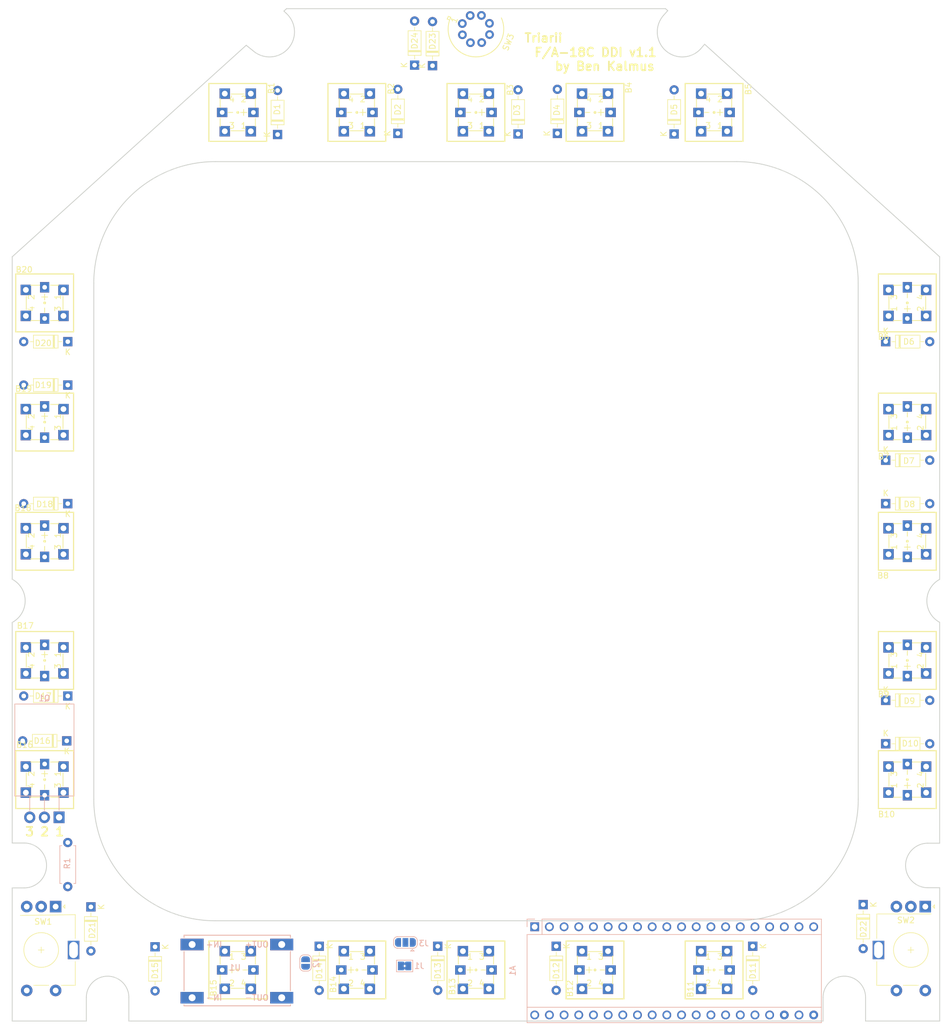
<source format=kicad_pcb>
(kicad_pcb (version 20171130) (host pcbnew "(5.0.0)")

  (general
    (thickness 1.6)
    (drawings 211)
    (tracks 0)
    (zones 0)
    (modules 54)
    (nets 70)
  )

  (page A3)
  (layers
    (0 F.Cu signal)
    (31 B.Cu signal)
    (32 B.Adhes user)
    (33 F.Adhes user)
    (34 B.Paste user)
    (35 F.Paste user)
    (36 B.SilkS user)
    (37 F.SilkS user)
    (38 B.Mask user)
    (39 F.Mask user)
    (40 Dwgs.User user hide)
    (41 Cmts.User user)
    (42 Eco1.User user)
    (43 Eco2.User user)
    (44 Edge.Cuts user)
    (45 Margin user)
    (46 B.CrtYd user)
    (47 F.CrtYd user)
    (48 B.Fab user hide)
    (49 F.Fab user hide)
  )

  (setup
    (last_trace_width 0.254)
    (user_trace_width 0.254)
    (user_trace_width 0.4064)
    (user_trace_width 0.6096)
    (trace_clearance 0.2032)
    (zone_clearance 0.508)
    (zone_45_only no)
    (trace_min 0.1524)
    (segment_width 0.2)
    (edge_width 0.15)
    (via_size 0.6858)
    (via_drill 0.3302)
    (via_min_size 0.508)
    (via_min_drill 0.254)
    (user_via 0.6858 0.3302)
    (user_via 1.1684 0.6096)
    (uvia_size 0.762)
    (uvia_drill 0.381)
    (uvias_allowed no)
    (uvia_min_size 0.2)
    (uvia_min_drill 0.1)
    (pcb_text_width 0.3)
    (pcb_text_size 1.5 1.5)
    (mod_edge_width 0.15)
    (mod_text_size 1 1)
    (mod_text_width 0.15)
    (pad_size 1.524 1.524)
    (pad_drill 1)
    (pad_to_mask_clearance 0.2)
    (aux_axis_origin 0 0)
    (visible_elements 7FFFFFFF)
    (pcbplotparams
      (layerselection 0x010e0_ffffffff)
      (usegerberextensions false)
      (usegerberattributes false)
      (usegerberadvancedattributes false)
      (creategerberjobfile false)
      (excludeedgelayer true)
      (linewidth 0.100000)
      (plotframeref false)
      (viasonmask false)
      (mode 1)
      (useauxorigin false)
      (hpglpennumber 1)
      (hpglpenspeed 20)
      (hpglpendiameter 15.000000)
      (psnegative false)
      (psa4output false)
      (plotreference true)
      (plotvalue false)
      (plotinvisibletext false)
      (padsonsilk false)
      (subtractmaskfromsilk true)
      (outputformat 1)
      (mirror false)
      (drillshape 0)
      (scaleselection 1)
      (outputdirectory "GERBER/"))
  )

  (net 0 "")
  (net 1 /GND)
  (net 2 /LED)
  (net 3 /ENC_A1)
  (net 4 /ENC_A2)
  (net 5 /ENC_B1)
  (net 6 /ENC_B2)
  (net 7 /RW0)
  (net 8 /RW1)
  (net 9 /RW2)
  (net 10 /RW3)
  (net 11 /RW4)
  (net 12 /CL4)
  (net 13 /CL3)
  (net 14 /CL2)
  (net 15 /CL1)
  (net 16 /CL0)
  (net 17 /CONV-)
  (net 18 /CONV+)
  (net 19 "Net-(B1-Pad3)")
  (net 20 "Net-(B2-Pad3)")
  (net 21 "Net-(B3-Pad3)")
  (net 22 "Net-(B4-Pad3)")
  (net 23 "Net-(B5-Pad3)")
  (net 24 "Net-(B6-Pad3)")
  (net 25 "Net-(B7-Pad3)")
  (net 26 "Net-(B8-Pad3)")
  (net 27 "Net-(B9-Pad3)")
  (net 28 "Net-(B10-Pad3)")
  (net 29 "Net-(B11-Pad3)")
  (net 30 "Net-(B12-Pad3)")
  (net 31 "Net-(B13-Pad3)")
  (net 32 "Net-(B14-Pad3)")
  (net 33 "Net-(B15-Pad3)")
  (net 34 "Net-(B16-Pad3)")
  (net 35 "Net-(B17-Pad3)")
  (net 36 "Net-(B18-Pad3)")
  (net 37 "Net-(B19-Pad3)")
  (net 38 "Net-(B20-Pad3)")
  (net 39 "Net-(D21-Pad2)")
  (net 40 "Net-(D22-Pad2)")
  (net 41 "Net-(D23-Pad2)")
  (net 42 "Net-(D24-Pad2)")
  (net 43 /USB_5V)
  (net 44 "Net-(J2-Pad2)")
  (net 45 /STP_INPUT)
  (net 46 /MAPLE_VIN)
  (net 47 "Net-(A1-Pad40)")
  (net 48 "Net-(A1-Pad39)")
  (net 49 "Net-(A1-Pad38)")
  (net 50 "Net-(A1-Pad37)")
  (net 51 "Net-(A1-Pad36)")
  (net 52 "Net-(A1-Pad35)")
  (net 53 "Net-(A1-Pad34)")
  (net 54 "Net-(A1-Pad28)")
  (net 55 "Net-(A1-Pad24)")
  (net 56 "Net-(A1-Pad15)")
  (net 57 "Net-(A1-Pad14)")
  (net 58 "Net-(A1-Pad13)")
  (net 59 "Net-(A1-Pad12)")
  (net 60 "Net-(A1-Pad11)")
  (net 61 "Net-(A1-Pad10)")
  (net 62 "Net-(A1-Pad9)")
  (net 63 "Net-(A1-Pad8)")
  (net 64 "Net-(A1-Pad7)")
  (net 65 "Net-(A1-Pad6)")
  (net 66 "Net-(A1-Pad5)")
  (net 67 "Net-(A1-Pad4)")
  (net 68 "Net-(A1-Pad3)")
  (net 69 "Net-(A1-Pad1)")

  (net_class Default "This is the default net class."
    (clearance 0.2032)
    (trace_width 0.254)
    (via_dia 0.6858)
    (via_drill 0.3302)
    (uvia_dia 0.762)
    (uvia_drill 0.381)
    (diff_pair_gap 0.254)
    (diff_pair_width 0.2032)
    (add_net /CL0)
    (add_net /CL1)
    (add_net /CL2)
    (add_net /CL3)
    (add_net /CL4)
    (add_net /ENC_A1)
    (add_net /ENC_A2)
    (add_net /ENC_B1)
    (add_net /ENC_B2)
    (add_net /LED)
    (add_net /RW0)
    (add_net /RW1)
    (add_net /RW2)
    (add_net /RW3)
    (add_net /RW4)
    (add_net "Net-(A1-Pad1)")
    (add_net "Net-(A1-Pad10)")
    (add_net "Net-(A1-Pad11)")
    (add_net "Net-(A1-Pad12)")
    (add_net "Net-(A1-Pad13)")
    (add_net "Net-(A1-Pad14)")
    (add_net "Net-(A1-Pad15)")
    (add_net "Net-(A1-Pad24)")
    (add_net "Net-(A1-Pad28)")
    (add_net "Net-(A1-Pad3)")
    (add_net "Net-(A1-Pad34)")
    (add_net "Net-(A1-Pad35)")
    (add_net "Net-(A1-Pad36)")
    (add_net "Net-(A1-Pad37)")
    (add_net "Net-(A1-Pad38)")
    (add_net "Net-(A1-Pad39)")
    (add_net "Net-(A1-Pad4)")
    (add_net "Net-(A1-Pad40)")
    (add_net "Net-(A1-Pad5)")
    (add_net "Net-(A1-Pad6)")
    (add_net "Net-(A1-Pad7)")
    (add_net "Net-(A1-Pad8)")
    (add_net "Net-(A1-Pad9)")
    (add_net "Net-(B1-Pad3)")
    (add_net "Net-(B10-Pad3)")
    (add_net "Net-(B11-Pad3)")
    (add_net "Net-(B12-Pad3)")
    (add_net "Net-(B13-Pad3)")
    (add_net "Net-(B14-Pad3)")
    (add_net "Net-(B15-Pad3)")
    (add_net "Net-(B16-Pad3)")
    (add_net "Net-(B17-Pad3)")
    (add_net "Net-(B18-Pad3)")
    (add_net "Net-(B19-Pad3)")
    (add_net "Net-(B2-Pad3)")
    (add_net "Net-(B20-Pad3)")
    (add_net "Net-(B3-Pad3)")
    (add_net "Net-(B4-Pad3)")
    (add_net "Net-(B5-Pad3)")
    (add_net "Net-(B6-Pad3)")
    (add_net "Net-(B7-Pad3)")
    (add_net "Net-(B8-Pad3)")
    (add_net "Net-(B9-Pad3)")
    (add_net "Net-(D21-Pad2)")
    (add_net "Net-(D22-Pad2)")
    (add_net "Net-(D23-Pad2)")
    (add_net "Net-(D24-Pad2)")
    (add_net "Net-(J2-Pad2)")
  )

  (net_class LED_PWR ""
    (clearance 0.2032)
    (trace_width 0.4064)
    (via_dia 0.6858)
    (via_drill 0.3302)
    (uvia_dia 1.27)
    (uvia_drill 0.889)
    (diff_pair_gap 0.254)
    (diff_pair_width 0.2032)
    (add_net /CONV+)
    (add_net /CONV-)
    (add_net /GND)
    (add_net /MAPLE_VIN)
    (add_net /STP_INPUT)
    (add_net /USB_5V)
  )

  (module Kicad_Footprint_Test:Lorlin_MTL-21-30 (layer F.Cu) (tedit 5B7C59A8) (tstamp 5B7BB820)
    (at 165.61 54.47 68)
    (path /5B7C121D)
    (fp_text reference SW3 (at 0 6.05 68) (layer F.SilkS)
      (effects (font (size 1 1) (thickness 0.15)))
    )
    (fp_text value Lorlin-MTL-21-30 (at 0 5.674999 68) (layer F.Fab)
      (effects (font (size 1 1) (thickness 0.15)))
    )
    (fp_arc (start 0 0) (end 0.249999 -4.799999) (angle -228.6476612) (layer F.SilkS) (width 0.15))
    (fp_line (start 0.25 -5.250001) (end 0.25 -4.8) (layer F.SilkS) (width 0.15))
    (fp_line (start -0.25 -5.25) (end 0.25 -5.250001) (layer F.SilkS) (width 0.15))
    (fp_line (start -0.25 -4.825) (end -0.25 -5.25) (layer F.SilkS) (width 0.15))
    (fp_text user 1 (at 0.05 -4.05 68) (layer F.SilkS)
      (effects (font (size 1 1) (thickness 0.15)))
    )
    (fp_circle (center 0 0) (end 0 5) (layer F.CrtYd) (width 0.05))
    (fp_circle (center 0 0) (end 0 4.6) (layer F.Fab) (width 0.15))
    (pad 8 thru_hole oval (at -1.796051 -1.796051 113) (size 1.5 1.5) (drill 0.8) (layers *.Cu *.Mask))
    (pad 7 thru_hole oval (at -2.54 0 158) (size 1.5 1.5) (drill 0.8) (layers *.Cu *.Mask))
    (pad 6 thru_hole oval (at -1.796051 1.796051 203) (size 1.5 1.5) (drill 0.8) (layers *.Cu *.Mask))
    (pad 5 thru_hole oval (at 0 2.54 248) (size 1.5 1.5) (drill 0.8) (layers *.Cu *.Mask))
    (pad 4 thru_hole oval (at 1.796051 1.796051 293) (size 1.5 1.5) (drill 0.8) (layers *.Cu *.Mask))
    (pad 3 thru_hole oval (at 2.54 0 338) (size 1.5 1.5) (drill 0.8) (layers *.Cu *.Mask)
      (net 42 "Net-(D24-Pad2)"))
    (pad 2 thru_hole oval (at 1.796051 -1.796051 23) (size 1.5 1.5) (drill 0.8) (layers *.Cu *.Mask)
      (net 41 "Net-(D23-Pad2)"))
    (pad 1 thru_hole oval (at 0 -2.54 68) (size 1.5 1.5) (drill 0.8) (layers *.Cu *.Mask)
      (net 12 /CL4))
  )

  (module Package_TO_SOT_THT:TO-220-3_Horizontal_TabDown (layer B.Cu) (tedit 5AC8BA0D) (tstamp 5B94BEB1)
    (at 93.5 190.72 180)
    (descr "TO-220-3, Horizontal, RM 2.54mm, see https://www.vishay.com/docs/66542/to-220-1.pdf")
    (tags "TO-220-3 Horizontal RM 2.54mm")
    (path /5B7A2ABA)
    (fp_text reference Q1 (at 2.54 20.58 180) (layer B.SilkS)
      (effects (font (size 1 1) (thickness 0.15)) (justify mirror))
    )
    (fp_text value IRLB8721PBF (at 2.54 -2 180) (layer B.Fab)
      (effects (font (size 1 1) (thickness 0.15)) (justify mirror))
    )
    (fp_text user %R (at 2.54 20.58 180) (layer B.Fab)
      (effects (font (size 1 1) (thickness 0.15)) (justify mirror))
    )
    (fp_line (start 7.79 19.71) (end -2.71 19.71) (layer B.CrtYd) (width 0.05))
    (fp_line (start 7.79 -1.25) (end 7.79 19.71) (layer B.CrtYd) (width 0.05))
    (fp_line (start -2.71 -1.25) (end 7.79 -1.25) (layer B.CrtYd) (width 0.05))
    (fp_line (start -2.71 19.71) (end -2.71 -1.25) (layer B.CrtYd) (width 0.05))
    (fp_line (start 5.08 3.69) (end 5.08 1.15) (layer B.SilkS) (width 0.12))
    (fp_line (start 2.54 3.69) (end 2.54 1.15) (layer B.SilkS) (width 0.12))
    (fp_line (start 0 3.69) (end 0 1.15) (layer B.SilkS) (width 0.12))
    (fp_line (start 7.66 19.58) (end 7.66 3.69) (layer B.SilkS) (width 0.12))
    (fp_line (start -2.58 19.58) (end -2.58 3.69) (layer B.SilkS) (width 0.12))
    (fp_line (start -2.58 19.58) (end 7.66 19.58) (layer B.SilkS) (width 0.12))
    (fp_line (start -2.58 3.69) (end 7.66 3.69) (layer B.SilkS) (width 0.12))
    (fp_line (start 5.08 3.81) (end 5.08 0) (layer B.Fab) (width 0.1))
    (fp_line (start 2.54 3.81) (end 2.54 0) (layer B.Fab) (width 0.1))
    (fp_line (start 0 3.81) (end 0 0) (layer B.Fab) (width 0.1))
    (fp_line (start 7.54 3.81) (end -2.46 3.81) (layer B.Fab) (width 0.1))
    (fp_line (start 7.54 13.06) (end 7.54 3.81) (layer B.Fab) (width 0.1))
    (fp_line (start -2.46 13.06) (end 7.54 13.06) (layer B.Fab) (width 0.1))
    (fp_line (start -2.46 3.81) (end -2.46 13.06) (layer B.Fab) (width 0.1))
    (fp_line (start 7.54 13.06) (end -2.46 13.06) (layer B.Fab) (width 0.1))
    (fp_line (start 7.54 19.46) (end 7.54 13.06) (layer B.Fab) (width 0.1))
    (fp_line (start -2.46 19.46) (end 7.54 19.46) (layer B.Fab) (width 0.1))
    (fp_line (start -2.46 13.06) (end -2.46 19.46) (layer B.Fab) (width 0.1))
    (fp_circle (center 2.54 16.66) (end 4.39 16.66) (layer B.Fab) (width 0.1))
    (pad 3 thru_hole oval (at 5.08 0 180) (size 1.905 2) (drill 1.1) (layers *.Cu *.Mask)
      (net 1 /GND))
    (pad 2 thru_hole oval (at 2.54 0 180) (size 1.905 2) (drill 1.1) (layers *.Cu *.Mask)
      (net 17 /CONV-))
    (pad 1 thru_hole rect (at 0 0 180) (size 1.905 2) (drill 1.1) (layers *.Cu *.Mask)
      (net 2 /LED))
    (pad "" np_thru_hole oval (at 2.54 16.66 180) (size 3.5 3.5) (drill 3.5) (layers *.Cu *.Mask))
    (model ${KISYS3DMOD}/Package_TO_SOT_THT.3dshapes/TO-220-3_Horizontal_TabDown.wrl
      (at (xyz 0 0 0))
      (scale (xyz 1 1 1))
      (rotate (xyz 0 0 0))
    )
  )

  (module Module:Maple_Mini (layer B.Cu) (tedit 5BB2788F) (tstamp 5B7C0A91)
    (at 175.78 209.64 270)
    (descr "Maple Mini, http://docs.leaflabs.com/static.leaflabs.com/pub/leaflabs/maple-docs/0.0.12/hardware/maple-mini.html")
    (tags "Maple Mini")
    (path /5B79839A)
    (fp_text reference A1 (at 7.62 3.81 270) (layer B.SilkS)
      (effects (font (size 1 1) (thickness 0.15)) (justify mirror))
    )
    (fp_text value Maple_Mini (at 7.62 -26.035 270) (layer B.Fab)
      (effects (font (size 1 1) (thickness 0.15)) (justify mirror))
    )
    (fp_line (start 1.33 1.33) (end 16.57 1.33) (layer B.SilkS) (width 0.12))
    (fp_line (start 16.57 -49.59) (end -1.33 -49.59) (layer B.SilkS) (width 0.12))
    (fp_line (start 3.81 -6.604) (end 3.81 2.54) (layer B.Fab) (width 0.1))
    (fp_line (start 3.81 2.54) (end 11.43 2.54) (layer B.Fab) (width 0.1))
    (fp_line (start 11.43 2.54) (end 11.43 -6.604) (layer B.Fab) (width 0.1))
    (fp_line (start -0.635 1.27) (end 16.51 1.27) (layer B.Fab) (width 0.1))
    (fp_line (start 16.51 1.27) (end 16.51 -49.53) (layer B.Fab) (width 0.1))
    (fp_line (start 16.51 -49.53) (end -1.27 -49.53) (layer B.Fab) (width 0.1))
    (fp_line (start -1.27 -49.53) (end -1.27 0.635) (layer B.Fab) (width 0.1))
    (fp_line (start 16.57 1.33) (end 16.57 -49.59) (layer B.SilkS) (width 0.12))
    (fp_line (start -1.33 -49.59) (end -1.33 -1.27) (layer B.SilkS) (width 0.12))
    (fp_line (start 1.33 1.33) (end 1.33 -49.59) (layer B.SilkS) (width 0.12))
    (fp_line (start 13.91 -49.59) (end 13.91 1.33) (layer B.SilkS) (width 0.12))
    (fp_line (start -1.33 -1.27) (end 1.33 -1.27) (layer B.SilkS) (width 0.12))
    (fp_line (start -1.52 -49.78) (end -1.52 2.79) (layer B.CrtYd) (width 0.05))
    (fp_line (start -1.52 2.79) (end 16.76 2.79) (layer B.CrtYd) (width 0.05))
    (fp_line (start 16.76 2.79) (end 16.76 -49.78) (layer B.CrtYd) (width 0.05))
    (fp_line (start 16.76 -49.78) (end -1.52 -49.78) (layer B.CrtYd) (width 0.05))
    (fp_line (start 0 1.33) (end -1.33 1.33) (layer B.SilkS) (width 0.12))
    (fp_line (start -1.33 1.33) (end -1.33 0) (layer B.SilkS) (width 0.12))
    (fp_line (start 1.27 1.27) (end 1.27 -49.53) (layer B.Fab) (width 0.1))
    (fp_line (start -1.27 0.635) (end -0.635 1.27) (layer B.Fab) (width 0.1))
    (fp_line (start 13.97 1.27) (end 13.97 -49.53) (layer B.Fab) (width 0.1))
    (fp_text user %R (at 7.62 -24.13 270) (layer B.Fab)
      (effects (font (size 1 1) (thickness 0.15)) (justify mirror))
    )
    (fp_line (start 3.81 -6.604) (end 11.43 -6.604) (layer B.Fab) (width 0.1))
    (pad 1 thru_hole rect (at 0 0 270) (size 1.524 1.524) (drill 1) (layers *.Cu *.Mask)
      (net 69 "Net-(A1-Pad1)"))
    (pad 2 thru_hole circle (at 0 -2.54 270) (size 1.524 1.524) (drill 1) (layers *.Cu *.Mask)
      (net 1 /GND))
    (pad 3 thru_hole circle (at 0 -5.08 270) (size 1.524 1.524) (drill 1) (layers *.Cu *.Mask)
      (net 68 "Net-(A1-Pad3)"))
    (pad 4 thru_hole circle (at 0 -7.62 270) (size 1.524 1.524) (drill 1) (layers *.Cu *.Mask)
      (net 67 "Net-(A1-Pad4)"))
    (pad 5 thru_hole circle (at 0 -10.16 270) (size 1.524 1.524) (drill 1) (layers *.Cu *.Mask)
      (net 66 "Net-(A1-Pad5)"))
    (pad 6 thru_hole circle (at 0 -12.7 270) (size 1.524 1.524) (drill 1) (layers *.Cu *.Mask)
      (net 65 "Net-(A1-Pad6)"))
    (pad 7 thru_hole circle (at 0 -15.24 270) (size 1.524 1.524) (drill 1) (layers *.Cu *.Mask)
      (net 64 "Net-(A1-Pad7)"))
    (pad 8 thru_hole circle (at 0 -17.78 270) (size 1.524 1.524) (drill 1) (layers *.Cu *.Mask)
      (net 63 "Net-(A1-Pad8)"))
    (pad 9 thru_hole circle (at 0 -20.32 270) (size 1.524 1.524) (drill 1) (layers *.Cu *.Mask)
      (net 62 "Net-(A1-Pad9)"))
    (pad 10 thru_hole circle (at 0 -22.86 270) (size 1.524 1.524) (drill 1) (layers *.Cu *.Mask)
      (net 61 "Net-(A1-Pad10)"))
    (pad 11 thru_hole circle (at 0 -25.4 270) (size 1.524 1.524) (drill 1) (layers *.Cu *.Mask)
      (net 60 "Net-(A1-Pad11)"))
    (pad 12 thru_hole circle (at 0 -27.94 270) (size 1.524 1.524) (drill 1) (layers *.Cu *.Mask)
      (net 59 "Net-(A1-Pad12)"))
    (pad 13 thru_hole circle (at 0 -30.48 270) (size 1.524 1.524) (drill 1) (layers *.Cu *.Mask)
      (net 58 "Net-(A1-Pad13)"))
    (pad 14 thru_hole circle (at 0 -33.02 270) (size 1.524 1.524) (drill 1) (layers *.Cu *.Mask)
      (net 57 "Net-(A1-Pad14)"))
    (pad 15 thru_hole circle (at 0 -35.56 270) (size 1.524 1.524) (drill 1) (layers *.Cu *.Mask)
      (net 56 "Net-(A1-Pad15)"))
    (pad 16 thru_hole circle (at 0 -38.1 270) (size 1.524 1.524) (drill 1) (layers *.Cu *.Mask)
      (net 2 /LED))
    (pad 17 thru_hole circle (at 0 -40.64 270) (size 1.524 1.524) (drill 1) (layers *.Cu *.Mask)
      (net 3 /ENC_A1))
    (pad 18 thru_hole circle (at 0 -43.18 270) (size 1.524 1.524) (drill 1) (layers *.Cu *.Mask)
      (net 4 /ENC_A2))
    (pad 19 thru_hole circle (at 0 -45.72 270) (size 1.524 1.524) (drill 1) (layers *.Cu *.Mask)
      (net 5 /ENC_B1))
    (pad 20 thru_hole circle (at 0 -48.26 270) (size 1.524 1.524) (drill 1) (layers *.Cu *.Mask)
      (net 6 /ENC_B2))
    (pad 21 thru_hole circle (at 15.24 -48.26 270) (size 1.524 1.524) (drill 0.8) (layers *.Cu *.Mask)
      (net 46 /MAPLE_VIN))
    (pad 22 thru_hole circle (at 15.24 -45.72 270) (size 1.524 1.524) (drill 1) (layers *.Cu *.Mask)
      (net 7 /RW0))
    (pad 23 thru_hole circle (at 15.24 -43.18 270) (size 1.524 1.524) (drill 0.762) (layers *.Cu *.Mask)
      (net 8 /RW1))
    (pad 24 thru_hole circle (at 15.24 -40.64 270) (size 1.524 1.524) (drill 1) (layers *.Cu *.Mask)
      (net 55 "Net-(A1-Pad24)"))
    (pad 25 thru_hole circle (at 15.24 -38.1 270) (size 1.524 1.524) (drill 1) (layers *.Cu *.Mask)
      (net 9 /RW2))
    (pad 26 thru_hole circle (at 15.24 -35.56 270) (size 1.524 1.524) (drill 1) (layers *.Cu *.Mask)
      (net 10 /RW3))
    (pad 27 thru_hole circle (at 15.24 -33.02 270) (size 1.524 1.524) (drill 1) (layers *.Cu *.Mask)
      (net 11 /RW4))
    (pad 28 thru_hole circle (at 15.24 -30.48 270) (size 1.524 1.524) (drill 1) (layers *.Cu *.Mask)
      (net 54 "Net-(A1-Pad28)"))
    (pad 29 thru_hole circle (at 15.24 -27.94 270) (size 1.524 1.524) (drill 1) (layers *.Cu *.Mask)
      (net 12 /CL4))
    (pad 30 thru_hole circle (at 15.24 -25.4 270) (size 1.524 1.524) (drill 1) (layers *.Cu *.Mask)
      (net 13 /CL3))
    (pad 31 thru_hole circle (at 15.24 -22.86 270) (size 1.524 1.524) (drill 1) (layers *.Cu *.Mask)
      (net 14 /CL2))
    (pad 32 thru_hole circle (at 15.24 -20.32 270) (size 1.524 1.524) (drill 1) (layers *.Cu *.Mask)
      (net 15 /CL1))
    (pad 33 thru_hole circle (at 15.24 -17.78 270) (size 1.524 1.524) (drill 1) (layers *.Cu *.Mask)
      (net 16 /CL0))
    (pad 34 thru_hole circle (at 15.24 -15.24 270) (size 1.524 1.524) (drill 1) (layers *.Cu *.Mask)
      (net 53 "Net-(A1-Pad34)"))
    (pad 35 thru_hole circle (at 15.24 -12.7 270) (size 1.524 1.524) (drill 1) (layers *.Cu *.Mask)
      (net 52 "Net-(A1-Pad35)"))
    (pad 36 thru_hole circle (at 15.24 -10.16 270) (size 1.524 1.524) (drill 1) (layers *.Cu *.Mask)
      (net 51 "Net-(A1-Pad36)"))
    (pad 37 thru_hole circle (at 15.24 -7.62 270) (size 1.524 1.524) (drill 1) (layers *.Cu *.Mask)
      (net 50 "Net-(A1-Pad37)"))
    (pad 38 thru_hole circle (at 15.24 -5.08 270) (size 1.524 1.524) (drill 1) (layers *.Cu *.Mask)
      (net 49 "Net-(A1-Pad38)"))
    (pad 39 thru_hole circle (at 15.24 -2.54 270) (size 1.524 1.524) (drill 1) (layers *.Cu *.Mask)
      (net 48 "Net-(A1-Pad39)"))
    (pad 40 thru_hole circle (at 15.24 0 270) (size 1.524 1.524) (drill 1) (layers *.Cu *.Mask)
      (net 47 "Net-(A1-Pad40)"))
    (model ${KISYS3DMOD}/Module.3dshapes/Maple_Mini.wrl
      (at (xyz 0 0 0))
      (scale (xyz 1 1 1))
      (rotate (xyz 0 0 0))
    )
  )

  (module Kicad_Footprint_Test:SWLED_66 (layer F.Cu) (tedit 5BB27695) (tstamp 5B8700CD)
    (at 124.41 68.88 180)
    (path /5B7A713D)
    (fp_text reference B1 (at -5.82 4.19 90) (layer F.SilkS)
      (effects (font (size 1 1) (thickness 0.15)))
    )
    (fp_text value SWLED6_6 (at 0 6.604 180) (layer F.Fab)
      (effects (font (size 1 1) (thickness 0.15)))
    )
    (fp_line (start 3.048 0.889) (end 3.048 2.413) (layer F.SilkS) (width 0.15))
    (fp_line (start -3.048 -1.016) (end -3.048 -2.413) (layer F.SilkS) (width 0.15))
    (fp_text user REF** (at 0 5.08 180) (layer F.Fab)
      (effects (font (size 1 1) (thickness 0.15)))
    )
    (fp_text user 4 (at 1.016 2.286 180) (layer F.SilkS)
      (effects (font (size 1 1) (thickness 0.15)))
    )
    (fp_text user 2 (at -1.016 2.286 180) (layer F.SilkS)
      (effects (font (size 1 1) (thickness 0.15)))
    )
    (fp_text user 3 (at 1.016 -2.286 180) (layer F.SilkS)
      (effects (font (size 1 1) (thickness 0.15)))
    )
    (fp_text user 1 (at -1.016 -2.286 180) (layer F.SilkS)
      (effects (font (size 1 1) (thickness 0.15)))
    )
    (fp_line (start -2.9845 3.1115) (end -2.9845 -3.1115) (layer F.Fab) (width 0.15))
    (fp_line (start 2.9845 3.1115) (end -2.9845 3.1115) (layer F.Fab) (width 0.15))
    (fp_line (start 2.9845 -3.1115) (end 2.9845 3.1115) (layer F.Fab) (width 0.15))
    (fp_line (start -2.9845 -3.1115) (end 2.9845 -3.1115) (layer F.Fab) (width 0.15))
    (fp_line (start 1.651 0) (end 0.889 0) (layer F.SilkS) (width 0.15))
    (fp_line (start -1.016 -0.508) (end -1.016 0.508) (layer F.SilkS) (width 0.15))
    (fp_line (start -1.524 0) (end -0.508 0) (layer F.SilkS) (width 0.15))
    (fp_line (start -3.048 2.413) (end -3.048 0.889) (layer F.SilkS) (width 0.15))
    (fp_line (start 1.143 3.175) (end -1.143 3.175) (layer F.SilkS) (width 0.15))
    (fp_line (start 3.048 -2.413) (end 3.048 -1.016) (layer F.SilkS) (width 0.15))
    (fp_line (start -1.143 -3.175) (end 1.143 -3.175) (layer F.SilkS) (width 0.15))
    (pad 6 thru_hole rect (at 2.7 0 180) (size 1.8 1.6) (drill 0.8) (layers *.Cu *.Mask)
      (net 17 /CONV-))
    (pad 5 thru_hole rect (at -2.7 0 180) (size 1.8 1.6) (drill 0.8) (layers *.Cu *.Mask)
      (net 18 /CONV+))
    (pad 1 thru_hole rect (at -2.25 -3.25 180) (size 1.8 1.8) (drill 1) (layers *.Cu *.Mask)
      (net 16 /CL0))
    (pad 3 thru_hole rect (at 2.25 -3.25 180) (size 1.8 1.8) (drill 1) (layers *.Cu *.Mask)
      (net 19 "Net-(B1-Pad3)"))
    (pad 2 thru_hole rect (at -2.25 3.25 180) (size 1.8 1.8) (drill 1) (layers *.Cu *.Mask)
      (net 16 /CL0))
    (pad 4 thru_hole rect (at 2.25 3.25 180) (size 1.8 1.8) (drill 1) (layers *.Cu *.Mask)
      (net 19 "Net-(B1-Pad3)"))
  )

  (module Kicad_Footprint_Test:SWLED_66 (layer F.Cu) (tedit 5BB27695) (tstamp 5B8700E9)
    (at 145.01 68.88 180)
    (path /5B7A74EF)
    (fp_text reference B2 (at -5.92 4.09 90) (layer F.SilkS)
      (effects (font (size 1 1) (thickness 0.15)))
    )
    (fp_text value SWLED6_6 (at 0 6.604 180) (layer F.Fab)
      (effects (font (size 1 1) (thickness 0.15)))
    )
    (fp_line (start 3.048 0.889) (end 3.048 2.413) (layer F.SilkS) (width 0.15))
    (fp_line (start -3.048 -1.016) (end -3.048 -2.413) (layer F.SilkS) (width 0.15))
    (fp_text user REF** (at 0 5.08 180) (layer F.Fab)
      (effects (font (size 1 1) (thickness 0.15)))
    )
    (fp_text user 4 (at 1.016 2.286 180) (layer F.SilkS)
      (effects (font (size 1 1) (thickness 0.15)))
    )
    (fp_text user 2 (at -1.016 2.286 180) (layer F.SilkS)
      (effects (font (size 1 1) (thickness 0.15)))
    )
    (fp_text user 3 (at 1.016 -2.286 180) (layer F.SilkS)
      (effects (font (size 1 1) (thickness 0.15)))
    )
    (fp_text user 1 (at -1.016 -2.286 180) (layer F.SilkS)
      (effects (font (size 1 1) (thickness 0.15)))
    )
    (fp_line (start -2.9845 3.1115) (end -2.9845 -3.1115) (layer F.Fab) (width 0.15))
    (fp_line (start 2.9845 3.1115) (end -2.9845 3.1115) (layer F.Fab) (width 0.15))
    (fp_line (start 2.9845 -3.1115) (end 2.9845 3.1115) (layer F.Fab) (width 0.15))
    (fp_line (start -2.9845 -3.1115) (end 2.9845 -3.1115) (layer F.Fab) (width 0.15))
    (fp_line (start 1.651 0) (end 0.889 0) (layer F.SilkS) (width 0.15))
    (fp_line (start -1.016 -0.508) (end -1.016 0.508) (layer F.SilkS) (width 0.15))
    (fp_line (start -1.524 0) (end -0.508 0) (layer F.SilkS) (width 0.15))
    (fp_line (start -3.048 2.413) (end -3.048 0.889) (layer F.SilkS) (width 0.15))
    (fp_line (start 1.143 3.175) (end -1.143 3.175) (layer F.SilkS) (width 0.15))
    (fp_line (start 3.048 -2.413) (end 3.048 -1.016) (layer F.SilkS) (width 0.15))
    (fp_line (start -1.143 -3.175) (end 1.143 -3.175) (layer F.SilkS) (width 0.15))
    (pad 6 thru_hole rect (at 2.7 0 180) (size 1.8 1.6) (drill 0.8) (layers *.Cu *.Mask)
      (net 17 /CONV-))
    (pad 5 thru_hole rect (at -2.7 0 180) (size 1.8 1.6) (drill 0.8) (layers *.Cu *.Mask)
      (net 18 /CONV+))
    (pad 1 thru_hole rect (at -2.25 -3.25 180) (size 1.8 1.8) (drill 1) (layers *.Cu *.Mask)
      (net 16 /CL0))
    (pad 3 thru_hole rect (at 2.25 -3.25 180) (size 1.8 1.8) (drill 1) (layers *.Cu *.Mask)
      (net 20 "Net-(B2-Pad3)"))
    (pad 2 thru_hole rect (at -2.25 3.25 180) (size 1.8 1.8) (drill 1) (layers *.Cu *.Mask)
      (net 16 /CL0))
    (pad 4 thru_hole rect (at 2.25 3.25 180) (size 1.8 1.8) (drill 1) (layers *.Cu *.Mask)
      (net 20 "Net-(B2-Pad3)"))
  )

  (module Kicad_Footprint_Test:SWLED_66 (layer F.Cu) (tedit 5BB27695) (tstamp 5B870105)
    (at 165.61 68.88 180)
    (path /5B7A754B)
    (fp_text reference B3 (at -5.92 3.89 90) (layer F.SilkS)
      (effects (font (size 1 1) (thickness 0.15)))
    )
    (fp_text value SWLED6_6 (at 0 6.604 180) (layer F.Fab)
      (effects (font (size 1 1) (thickness 0.15)))
    )
    (fp_line (start 3.048 0.889) (end 3.048 2.413) (layer F.SilkS) (width 0.15))
    (fp_line (start -3.048 -1.016) (end -3.048 -2.413) (layer F.SilkS) (width 0.15))
    (fp_text user REF** (at 0 5.08 180) (layer F.Fab)
      (effects (font (size 1 1) (thickness 0.15)))
    )
    (fp_text user 4 (at 1.016 2.286 180) (layer F.SilkS)
      (effects (font (size 1 1) (thickness 0.15)))
    )
    (fp_text user 2 (at -1.016 2.286 180) (layer F.SilkS)
      (effects (font (size 1 1) (thickness 0.15)))
    )
    (fp_text user 3 (at 1.016 -2.286 180) (layer F.SilkS)
      (effects (font (size 1 1) (thickness 0.15)))
    )
    (fp_text user 1 (at -1.016 -2.286 180) (layer F.SilkS)
      (effects (font (size 1 1) (thickness 0.15)))
    )
    (fp_line (start -2.9845 3.1115) (end -2.9845 -3.1115) (layer F.Fab) (width 0.15))
    (fp_line (start 2.9845 3.1115) (end -2.9845 3.1115) (layer F.Fab) (width 0.15))
    (fp_line (start 2.9845 -3.1115) (end 2.9845 3.1115) (layer F.Fab) (width 0.15))
    (fp_line (start -2.9845 -3.1115) (end 2.9845 -3.1115) (layer F.Fab) (width 0.15))
    (fp_line (start 1.651 0) (end 0.889 0) (layer F.SilkS) (width 0.15))
    (fp_line (start -1.016 -0.508) (end -1.016 0.508) (layer F.SilkS) (width 0.15))
    (fp_line (start -1.524 0) (end -0.508 0) (layer F.SilkS) (width 0.15))
    (fp_line (start -3.048 2.413) (end -3.048 0.889) (layer F.SilkS) (width 0.15))
    (fp_line (start 1.143 3.175) (end -1.143 3.175) (layer F.SilkS) (width 0.15))
    (fp_line (start 3.048 -2.413) (end 3.048 -1.016) (layer F.SilkS) (width 0.15))
    (fp_line (start -1.143 -3.175) (end 1.143 -3.175) (layer F.SilkS) (width 0.15))
    (pad 6 thru_hole rect (at 2.7 0 180) (size 1.8 1.6) (drill 0.8) (layers *.Cu *.Mask)
      (net 17 /CONV-))
    (pad 5 thru_hole rect (at -2.7 0 180) (size 1.8 1.6) (drill 0.8) (layers *.Cu *.Mask)
      (net 18 /CONV+))
    (pad 1 thru_hole rect (at -2.25 -3.25 180) (size 1.8 1.8) (drill 1) (layers *.Cu *.Mask)
      (net 16 /CL0))
    (pad 3 thru_hole rect (at 2.25 -3.25 180) (size 1.8 1.8) (drill 1) (layers *.Cu *.Mask)
      (net 21 "Net-(B3-Pad3)"))
    (pad 2 thru_hole rect (at -2.25 3.25 180) (size 1.8 1.8) (drill 1) (layers *.Cu *.Mask)
      (net 16 /CL0))
    (pad 4 thru_hole rect (at 2.25 3.25 180) (size 1.8 1.8) (drill 1) (layers *.Cu *.Mask)
      (net 21 "Net-(B3-Pad3)"))
  )

  (module Kicad_Footprint_Test:SWLED_66 (layer F.Cu) (tedit 5BB27695) (tstamp 5B870121)
    (at 186.21 68.88 180)
    (path /5B7A7589)
    (fp_text reference B4 (at -5.82 4.29 90) (layer F.SilkS)
      (effects (font (size 1 1) (thickness 0.15)))
    )
    (fp_text value SWLED6_6 (at 0 6.604 180) (layer F.Fab)
      (effects (font (size 1 1) (thickness 0.15)))
    )
    (fp_line (start 3.048 0.889) (end 3.048 2.413) (layer F.SilkS) (width 0.15))
    (fp_line (start -3.048 -1.016) (end -3.048 -2.413) (layer F.SilkS) (width 0.15))
    (fp_text user REF** (at 0 5.08 180) (layer F.Fab)
      (effects (font (size 1 1) (thickness 0.15)))
    )
    (fp_text user 4 (at 1.016 2.286 180) (layer F.SilkS)
      (effects (font (size 1 1) (thickness 0.15)))
    )
    (fp_text user 2 (at -1.016 2.286 180) (layer F.SilkS)
      (effects (font (size 1 1) (thickness 0.15)))
    )
    (fp_text user 3 (at 1.016 -2.286 180) (layer F.SilkS)
      (effects (font (size 1 1) (thickness 0.15)))
    )
    (fp_text user 1 (at -1.016 -2.286 180) (layer F.SilkS)
      (effects (font (size 1 1) (thickness 0.15)))
    )
    (fp_line (start -2.9845 3.1115) (end -2.9845 -3.1115) (layer F.Fab) (width 0.15))
    (fp_line (start 2.9845 3.1115) (end -2.9845 3.1115) (layer F.Fab) (width 0.15))
    (fp_line (start 2.9845 -3.1115) (end 2.9845 3.1115) (layer F.Fab) (width 0.15))
    (fp_line (start -2.9845 -3.1115) (end 2.9845 -3.1115) (layer F.Fab) (width 0.15))
    (fp_line (start 1.651 0) (end 0.889 0) (layer F.SilkS) (width 0.15))
    (fp_line (start -1.016 -0.508) (end -1.016 0.508) (layer F.SilkS) (width 0.15))
    (fp_line (start -1.524 0) (end -0.508 0) (layer F.SilkS) (width 0.15))
    (fp_line (start -3.048 2.413) (end -3.048 0.889) (layer F.SilkS) (width 0.15))
    (fp_line (start 1.143 3.175) (end -1.143 3.175) (layer F.SilkS) (width 0.15))
    (fp_line (start 3.048 -2.413) (end 3.048 -1.016) (layer F.SilkS) (width 0.15))
    (fp_line (start -1.143 -3.175) (end 1.143 -3.175) (layer F.SilkS) (width 0.15))
    (pad 6 thru_hole rect (at 2.7 0 180) (size 1.8 1.6) (drill 0.8) (layers *.Cu *.Mask)
      (net 17 /CONV-))
    (pad 5 thru_hole rect (at -2.7 0 180) (size 1.8 1.6) (drill 0.8) (layers *.Cu *.Mask)
      (net 18 /CONV+))
    (pad 1 thru_hole rect (at -2.25 -3.25 180) (size 1.8 1.8) (drill 1) (layers *.Cu *.Mask)
      (net 16 /CL0))
    (pad 3 thru_hole rect (at 2.25 -3.25 180) (size 1.8 1.8) (drill 1) (layers *.Cu *.Mask)
      (net 22 "Net-(B4-Pad3)"))
    (pad 2 thru_hole rect (at -2.25 3.25 180) (size 1.8 1.8) (drill 1) (layers *.Cu *.Mask)
      (net 16 /CL0))
    (pad 4 thru_hole rect (at 2.25 3.25 180) (size 1.8 1.8) (drill 1) (layers *.Cu *.Mask)
      (net 22 "Net-(B4-Pad3)"))
  )

  (module Kicad_Footprint_Test:SWLED_66 (layer F.Cu) (tedit 5BB27695) (tstamp 5B87013D)
    (at 206.81 68.88 180)
    (path /5B7A7FA0)
    (fp_text reference B5 (at -5.92 3.99 90) (layer F.SilkS)
      (effects (font (size 1 1) (thickness 0.15)))
    )
    (fp_text value SWLED6_6 (at 0 6.604 180) (layer F.Fab)
      (effects (font (size 1 1) (thickness 0.15)))
    )
    (fp_line (start 3.048 0.889) (end 3.048 2.413) (layer F.SilkS) (width 0.15))
    (fp_line (start -3.048 -1.016) (end -3.048 -2.413) (layer F.SilkS) (width 0.15))
    (fp_text user REF** (at 0 5.08 180) (layer F.Fab)
      (effects (font (size 1 1) (thickness 0.15)))
    )
    (fp_text user 4 (at 1.016 2.286 180) (layer F.SilkS)
      (effects (font (size 1 1) (thickness 0.15)))
    )
    (fp_text user 2 (at -1.016 2.286 180) (layer F.SilkS)
      (effects (font (size 1 1) (thickness 0.15)))
    )
    (fp_text user 3 (at 1.016 -2.286 180) (layer F.SilkS)
      (effects (font (size 1 1) (thickness 0.15)))
    )
    (fp_text user 1 (at -1.016 -2.286 180) (layer F.SilkS)
      (effects (font (size 1 1) (thickness 0.15)))
    )
    (fp_line (start -2.9845 3.1115) (end -2.9845 -3.1115) (layer F.Fab) (width 0.15))
    (fp_line (start 2.9845 3.1115) (end -2.9845 3.1115) (layer F.Fab) (width 0.15))
    (fp_line (start 2.9845 -3.1115) (end 2.9845 3.1115) (layer F.Fab) (width 0.15))
    (fp_line (start -2.9845 -3.1115) (end 2.9845 -3.1115) (layer F.Fab) (width 0.15))
    (fp_line (start 1.651 0) (end 0.889 0) (layer F.SilkS) (width 0.15))
    (fp_line (start -1.016 -0.508) (end -1.016 0.508) (layer F.SilkS) (width 0.15))
    (fp_line (start -1.524 0) (end -0.508 0) (layer F.SilkS) (width 0.15))
    (fp_line (start -3.048 2.413) (end -3.048 0.889) (layer F.SilkS) (width 0.15))
    (fp_line (start 1.143 3.175) (end -1.143 3.175) (layer F.SilkS) (width 0.15))
    (fp_line (start 3.048 -2.413) (end 3.048 -1.016) (layer F.SilkS) (width 0.15))
    (fp_line (start -1.143 -3.175) (end 1.143 -3.175) (layer F.SilkS) (width 0.15))
    (pad 6 thru_hole rect (at 2.7 0 180) (size 1.8 1.6) (drill 0.8) (layers *.Cu *.Mask)
      (net 17 /CONV-))
    (pad 5 thru_hole rect (at -2.7 0 180) (size 1.8 1.6) (drill 0.8) (layers *.Cu *.Mask)
      (net 18 /CONV+))
    (pad 1 thru_hole rect (at -2.25 -3.25 180) (size 1.8 1.8) (drill 1) (layers *.Cu *.Mask)
      (net 16 /CL0))
    (pad 3 thru_hole rect (at 2.25 -3.25 180) (size 1.8 1.8) (drill 1) (layers *.Cu *.Mask)
      (net 23 "Net-(B5-Pad3)"))
    (pad 2 thru_hole rect (at -2.25 3.25 180) (size 1.8 1.8) (drill 1) (layers *.Cu *.Mask)
      (net 16 /CL0))
    (pad 4 thru_hole rect (at 2.25 3.25 180) (size 1.8 1.8) (drill 1) (layers *.Cu *.Mask)
      (net 23 "Net-(B5-Pad3)"))
  )

  (module Kicad_Footprint_Test:SWLED_66 (layer F.Cu) (tedit 5BB27695) (tstamp 5B870159)
    (at 240.24 101.8 90)
    (path /5B7E5CFD)
    (fp_text reference B6 (at -5.84 -4.1) (layer F.SilkS)
      (effects (font (size 1 1) (thickness 0.15)))
    )
    (fp_text value SWLED6_6 (at 0 6.604 90) (layer F.Fab)
      (effects (font (size 1 1) (thickness 0.15)))
    )
    (fp_line (start 3.048 0.889) (end 3.048 2.413) (layer F.SilkS) (width 0.15))
    (fp_line (start -3.048 -1.016) (end -3.048 -2.413) (layer F.SilkS) (width 0.15))
    (fp_text user REF** (at 0 5.08 90) (layer F.Fab)
      (effects (font (size 1 1) (thickness 0.15)))
    )
    (fp_text user 4 (at 1.016 2.286 90) (layer F.SilkS)
      (effects (font (size 1 1) (thickness 0.15)))
    )
    (fp_text user 2 (at -1.016 2.286 90) (layer F.SilkS)
      (effects (font (size 1 1) (thickness 0.15)))
    )
    (fp_text user 3 (at 1.016 -2.286 90) (layer F.SilkS)
      (effects (font (size 1 1) (thickness 0.15)))
    )
    (fp_text user 1 (at -1.016 -2.286 90) (layer F.SilkS)
      (effects (font (size 1 1) (thickness 0.15)))
    )
    (fp_line (start -2.9845 3.1115) (end -2.9845 -3.1115) (layer F.Fab) (width 0.15))
    (fp_line (start 2.9845 3.1115) (end -2.9845 3.1115) (layer F.Fab) (width 0.15))
    (fp_line (start 2.9845 -3.1115) (end 2.9845 3.1115) (layer F.Fab) (width 0.15))
    (fp_line (start -2.9845 -3.1115) (end 2.9845 -3.1115) (layer F.Fab) (width 0.15))
    (fp_line (start 1.651 0) (end 0.889 0) (layer F.SilkS) (width 0.15))
    (fp_line (start -1.016 -0.508) (end -1.016 0.508) (layer F.SilkS) (width 0.15))
    (fp_line (start -1.524 0) (end -0.508 0) (layer F.SilkS) (width 0.15))
    (fp_line (start -3.048 2.413) (end -3.048 0.889) (layer F.SilkS) (width 0.15))
    (fp_line (start 1.143 3.175) (end -1.143 3.175) (layer F.SilkS) (width 0.15))
    (fp_line (start 3.048 -2.413) (end 3.048 -1.016) (layer F.SilkS) (width 0.15))
    (fp_line (start -1.143 -3.175) (end 1.143 -3.175) (layer F.SilkS) (width 0.15))
    (pad 6 thru_hole rect (at 2.7 0 90) (size 1.8 1.6) (drill 0.8) (layers *.Cu *.Mask)
      (net 17 /CONV-))
    (pad 5 thru_hole rect (at -2.7 0 90) (size 1.8 1.6) (drill 0.8) (layers *.Cu *.Mask)
      (net 18 /CONV+))
    (pad 1 thru_hole rect (at -2.25 -3.25 90) (size 1.8 1.8) (drill 1) (layers *.Cu *.Mask)
      (net 15 /CL1))
    (pad 3 thru_hole rect (at 2.25 -3.25 90) (size 1.8 1.8) (drill 1) (layers *.Cu *.Mask)
      (net 24 "Net-(B6-Pad3)"))
    (pad 2 thru_hole rect (at -2.25 3.25 90) (size 1.8 1.8) (drill 1) (layers *.Cu *.Mask)
      (net 15 /CL1))
    (pad 4 thru_hole rect (at 2.25 3.25 90) (size 1.8 1.8) (drill 1) (layers *.Cu *.Mask)
      (net 24 "Net-(B6-Pad3)"))
  )

  (module Kicad_Footprint_Test:SWLED_66 (layer F.Cu) (tedit 5BB27695) (tstamp 5B870175)
    (at 240.24 122.4 90)
    (path /5B7E5D04)
    (fp_text reference B7 (at -5.94 -4.1) (layer F.SilkS)
      (effects (font (size 1 1) (thickness 0.15)))
    )
    (fp_text value SWLED6_6 (at 0 6.604 90) (layer F.Fab)
      (effects (font (size 1 1) (thickness 0.15)))
    )
    (fp_line (start 3.048 0.889) (end 3.048 2.413) (layer F.SilkS) (width 0.15))
    (fp_line (start -3.048 -1.016) (end -3.048 -2.413) (layer F.SilkS) (width 0.15))
    (fp_text user REF** (at 0 5.08 90) (layer F.Fab)
      (effects (font (size 1 1) (thickness 0.15)))
    )
    (fp_text user 4 (at 1.016 2.286 90) (layer F.SilkS)
      (effects (font (size 1 1) (thickness 0.15)))
    )
    (fp_text user 2 (at -1.016 2.286 90) (layer F.SilkS)
      (effects (font (size 1 1) (thickness 0.15)))
    )
    (fp_text user 3 (at 1.016 -2.286 90) (layer F.SilkS)
      (effects (font (size 1 1) (thickness 0.15)))
    )
    (fp_text user 1 (at -1.016 -2.286 90) (layer F.SilkS)
      (effects (font (size 1 1) (thickness 0.15)))
    )
    (fp_line (start -2.9845 3.1115) (end -2.9845 -3.1115) (layer F.Fab) (width 0.15))
    (fp_line (start 2.9845 3.1115) (end -2.9845 3.1115) (layer F.Fab) (width 0.15))
    (fp_line (start 2.9845 -3.1115) (end 2.9845 3.1115) (layer F.Fab) (width 0.15))
    (fp_line (start -2.9845 -3.1115) (end 2.9845 -3.1115) (layer F.Fab) (width 0.15))
    (fp_line (start 1.651 0) (end 0.889 0) (layer F.SilkS) (width 0.15))
    (fp_line (start -1.016 -0.508) (end -1.016 0.508) (layer F.SilkS) (width 0.15))
    (fp_line (start -1.524 0) (end -0.508 0) (layer F.SilkS) (width 0.15))
    (fp_line (start -3.048 2.413) (end -3.048 0.889) (layer F.SilkS) (width 0.15))
    (fp_line (start 1.143 3.175) (end -1.143 3.175) (layer F.SilkS) (width 0.15))
    (fp_line (start 3.048 -2.413) (end 3.048 -1.016) (layer F.SilkS) (width 0.15))
    (fp_line (start -1.143 -3.175) (end 1.143 -3.175) (layer F.SilkS) (width 0.15))
    (pad 6 thru_hole rect (at 2.7 0 90) (size 1.8 1.6) (drill 0.8) (layers *.Cu *.Mask)
      (net 17 /CONV-))
    (pad 5 thru_hole rect (at -2.7 0 90) (size 1.8 1.6) (drill 0.8) (layers *.Cu *.Mask)
      (net 18 /CONV+))
    (pad 1 thru_hole rect (at -2.25 -3.25 90) (size 1.8 1.8) (drill 1) (layers *.Cu *.Mask)
      (net 15 /CL1))
    (pad 3 thru_hole rect (at 2.25 -3.25 90) (size 1.8 1.8) (drill 1) (layers *.Cu *.Mask)
      (net 25 "Net-(B7-Pad3)"))
    (pad 2 thru_hole rect (at -2.25 3.25 90) (size 1.8 1.8) (drill 1) (layers *.Cu *.Mask)
      (net 15 /CL1))
    (pad 4 thru_hole rect (at 2.25 3.25 90) (size 1.8 1.8) (drill 1) (layers *.Cu *.Mask)
      (net 25 "Net-(B7-Pad3)"))
  )

  (module Kicad_Footprint_Test:SWLED_66 (layer F.Cu) (tedit 5BB27695) (tstamp 5B870191)
    (at 240.24 143 90)
    (path /5B7E5D0B)
    (fp_text reference B8 (at -5.94 -4.2) (layer F.SilkS)
      (effects (font (size 1 1) (thickness 0.15)))
    )
    (fp_text value SWLED6_6 (at 0 6.604 90) (layer F.Fab)
      (effects (font (size 1 1) (thickness 0.15)))
    )
    (fp_line (start 3.048 0.889) (end 3.048 2.413) (layer F.SilkS) (width 0.15))
    (fp_line (start -3.048 -1.016) (end -3.048 -2.413) (layer F.SilkS) (width 0.15))
    (fp_text user REF** (at 0 5.08 90) (layer F.Fab)
      (effects (font (size 1 1) (thickness 0.15)))
    )
    (fp_text user 4 (at 1.016 2.286 90) (layer F.SilkS)
      (effects (font (size 1 1) (thickness 0.15)))
    )
    (fp_text user 2 (at -1.016 2.286 90) (layer F.SilkS)
      (effects (font (size 1 1) (thickness 0.15)))
    )
    (fp_text user 3 (at 1.016 -2.286 90) (layer F.SilkS)
      (effects (font (size 1 1) (thickness 0.15)))
    )
    (fp_text user 1 (at -1.016 -2.286 90) (layer F.SilkS)
      (effects (font (size 1 1) (thickness 0.15)))
    )
    (fp_line (start -2.9845 3.1115) (end -2.9845 -3.1115) (layer F.Fab) (width 0.15))
    (fp_line (start 2.9845 3.1115) (end -2.9845 3.1115) (layer F.Fab) (width 0.15))
    (fp_line (start 2.9845 -3.1115) (end 2.9845 3.1115) (layer F.Fab) (width 0.15))
    (fp_line (start -2.9845 -3.1115) (end 2.9845 -3.1115) (layer F.Fab) (width 0.15))
    (fp_line (start 1.651 0) (end 0.889 0) (layer F.SilkS) (width 0.15))
    (fp_line (start -1.016 -0.508) (end -1.016 0.508) (layer F.SilkS) (width 0.15))
    (fp_line (start -1.524 0) (end -0.508 0) (layer F.SilkS) (width 0.15))
    (fp_line (start -3.048 2.413) (end -3.048 0.889) (layer F.SilkS) (width 0.15))
    (fp_line (start 1.143 3.175) (end -1.143 3.175) (layer F.SilkS) (width 0.15))
    (fp_line (start 3.048 -2.413) (end 3.048 -1.016) (layer F.SilkS) (width 0.15))
    (fp_line (start -1.143 -3.175) (end 1.143 -3.175) (layer F.SilkS) (width 0.15))
    (pad 6 thru_hole rect (at 2.7 0 90) (size 1.8 1.6) (drill 0.8) (layers *.Cu *.Mask)
      (net 17 /CONV-))
    (pad 5 thru_hole rect (at -2.7 0 90) (size 1.8 1.6) (drill 0.8) (layers *.Cu *.Mask)
      (net 18 /CONV+))
    (pad 1 thru_hole rect (at -2.25 -3.25 90) (size 1.8 1.8) (drill 1) (layers *.Cu *.Mask)
      (net 15 /CL1))
    (pad 3 thru_hole rect (at 2.25 -3.25 90) (size 1.8 1.8) (drill 1) (layers *.Cu *.Mask)
      (net 26 "Net-(B8-Pad3)"))
    (pad 2 thru_hole rect (at -2.25 3.25 90) (size 1.8 1.8) (drill 1) (layers *.Cu *.Mask)
      (net 15 /CL1))
    (pad 4 thru_hole rect (at 2.25 3.25 90) (size 1.8 1.8) (drill 1) (layers *.Cu *.Mask)
      (net 26 "Net-(B8-Pad3)"))
  )

  (module Kicad_Footprint_Test:SWLED_66 (layer F.Cu) (tedit 5BB27695) (tstamp 5B8701AD)
    (at 240.24 163.6 90)
    (path /5B7E5D12)
    (fp_text reference B9 (at -5.84 -4.1) (layer F.SilkS)
      (effects (font (size 1 1) (thickness 0.15)))
    )
    (fp_text value SWLED6_6 (at 0 6.604 90) (layer F.Fab)
      (effects (font (size 1 1) (thickness 0.15)))
    )
    (fp_line (start 3.048 0.889) (end 3.048 2.413) (layer F.SilkS) (width 0.15))
    (fp_line (start -3.048 -1.016) (end -3.048 -2.413) (layer F.SilkS) (width 0.15))
    (fp_text user REF** (at 0 5.08 90) (layer F.Fab)
      (effects (font (size 1 1) (thickness 0.15)))
    )
    (fp_text user 4 (at 1.016 2.286 90) (layer F.SilkS)
      (effects (font (size 1 1) (thickness 0.15)))
    )
    (fp_text user 2 (at -1.016 2.286 90) (layer F.SilkS)
      (effects (font (size 1 1) (thickness 0.15)))
    )
    (fp_text user 3 (at 1.016 -2.286 90) (layer F.SilkS)
      (effects (font (size 1 1) (thickness 0.15)))
    )
    (fp_text user 1 (at -1.016 -2.286 90) (layer F.SilkS)
      (effects (font (size 1 1) (thickness 0.15)))
    )
    (fp_line (start -2.9845 3.1115) (end -2.9845 -3.1115) (layer F.Fab) (width 0.15))
    (fp_line (start 2.9845 3.1115) (end -2.9845 3.1115) (layer F.Fab) (width 0.15))
    (fp_line (start 2.9845 -3.1115) (end 2.9845 3.1115) (layer F.Fab) (width 0.15))
    (fp_line (start -2.9845 -3.1115) (end 2.9845 -3.1115) (layer F.Fab) (width 0.15))
    (fp_line (start 1.651 0) (end 0.889 0) (layer F.SilkS) (width 0.15))
    (fp_line (start -1.016 -0.508) (end -1.016 0.508) (layer F.SilkS) (width 0.15))
    (fp_line (start -1.524 0) (end -0.508 0) (layer F.SilkS) (width 0.15))
    (fp_line (start -3.048 2.413) (end -3.048 0.889) (layer F.SilkS) (width 0.15))
    (fp_line (start 1.143 3.175) (end -1.143 3.175) (layer F.SilkS) (width 0.15))
    (fp_line (start 3.048 -2.413) (end 3.048 -1.016) (layer F.SilkS) (width 0.15))
    (fp_line (start -1.143 -3.175) (end 1.143 -3.175) (layer F.SilkS) (width 0.15))
    (pad 6 thru_hole rect (at 2.7 0 90) (size 1.8 1.6) (drill 0.8) (layers *.Cu *.Mask)
      (net 17 /CONV-))
    (pad 5 thru_hole rect (at -2.7 0 90) (size 1.8 1.6) (drill 0.8) (layers *.Cu *.Mask)
      (net 18 /CONV+))
    (pad 1 thru_hole rect (at -2.25 -3.25 90) (size 1.8 1.8) (drill 1) (layers *.Cu *.Mask)
      (net 15 /CL1))
    (pad 3 thru_hole rect (at 2.25 -3.25 90) (size 1.8 1.8) (drill 1) (layers *.Cu *.Mask)
      (net 27 "Net-(B9-Pad3)"))
    (pad 2 thru_hole rect (at -2.25 3.25 90) (size 1.8 1.8) (drill 1) (layers *.Cu *.Mask)
      (net 15 /CL1))
    (pad 4 thru_hole rect (at 2.25 3.25 90) (size 1.8 1.8) (drill 1) (layers *.Cu *.Mask)
      (net 27 "Net-(B9-Pad3)"))
  )

  (module Kicad_Footprint_Test:SWLED_66 (layer F.Cu) (tedit 5BB27695) (tstamp 5B8701C9)
    (at 240.24 184.2 90)
    (path /5B7E5D1F)
    (fp_text reference B10 (at -5.99 -3.6) (layer F.SilkS)
      (effects (font (size 1 1) (thickness 0.15)))
    )
    (fp_text value SWLED6_6 (at 0 6.604 90) (layer F.Fab)
      (effects (font (size 1 1) (thickness 0.15)))
    )
    (fp_line (start 3.048 0.889) (end 3.048 2.413) (layer F.SilkS) (width 0.15))
    (fp_line (start -3.048 -1.016) (end -3.048 -2.413) (layer F.SilkS) (width 0.15))
    (fp_text user REF** (at 0 5.08 90) (layer F.Fab)
      (effects (font (size 1 1) (thickness 0.15)))
    )
    (fp_text user 4 (at 1.016 2.286 90) (layer F.SilkS)
      (effects (font (size 1 1) (thickness 0.15)))
    )
    (fp_text user 2 (at -1.016 2.286 90) (layer F.SilkS)
      (effects (font (size 1 1) (thickness 0.15)))
    )
    (fp_text user 3 (at 1.016 -2.286 90) (layer F.SilkS)
      (effects (font (size 1 1) (thickness 0.15)))
    )
    (fp_text user 1 (at -1.016 -2.286 90) (layer F.SilkS)
      (effects (font (size 1 1) (thickness 0.15)))
    )
    (fp_line (start -2.9845 3.1115) (end -2.9845 -3.1115) (layer F.Fab) (width 0.15))
    (fp_line (start 2.9845 3.1115) (end -2.9845 3.1115) (layer F.Fab) (width 0.15))
    (fp_line (start 2.9845 -3.1115) (end 2.9845 3.1115) (layer F.Fab) (width 0.15))
    (fp_line (start -2.9845 -3.1115) (end 2.9845 -3.1115) (layer F.Fab) (width 0.15))
    (fp_line (start 1.651 0) (end 0.889 0) (layer F.SilkS) (width 0.15))
    (fp_line (start -1.016 -0.508) (end -1.016 0.508) (layer F.SilkS) (width 0.15))
    (fp_line (start -1.524 0) (end -0.508 0) (layer F.SilkS) (width 0.15))
    (fp_line (start -3.048 2.413) (end -3.048 0.889) (layer F.SilkS) (width 0.15))
    (fp_line (start 1.143 3.175) (end -1.143 3.175) (layer F.SilkS) (width 0.15))
    (fp_line (start 3.048 -2.413) (end 3.048 -1.016) (layer F.SilkS) (width 0.15))
    (fp_line (start -1.143 -3.175) (end 1.143 -3.175) (layer F.SilkS) (width 0.15))
    (pad 6 thru_hole rect (at 2.7 0 90) (size 1.8 1.6) (drill 0.8) (layers *.Cu *.Mask)
      (net 17 /CONV-))
    (pad 5 thru_hole rect (at -2.7 0 90) (size 1.8 1.6) (drill 0.8) (layers *.Cu *.Mask)
      (net 18 /CONV+))
    (pad 1 thru_hole rect (at -2.25 -3.25 90) (size 1.8 1.8) (drill 1) (layers *.Cu *.Mask)
      (net 15 /CL1))
    (pad 3 thru_hole rect (at 2.25 -3.25 90) (size 1.8 1.8) (drill 1) (layers *.Cu *.Mask)
      (net 28 "Net-(B10-Pad3)"))
    (pad 2 thru_hole rect (at -2.25 3.25 90) (size 1.8 1.8) (drill 1) (layers *.Cu *.Mask)
      (net 15 /CL1))
    (pad 4 thru_hole rect (at 2.25 3.25 90) (size 1.8 1.8) (drill 1) (layers *.Cu *.Mask)
      (net 28 "Net-(B10-Pad3)"))
  )

  (module Kicad_Footprint_Test:SWLED_66 (layer F.Cu) (tedit 5BB27695) (tstamp 5B8701E5)
    (at 206.81 217.1)
    (path /5B819DB3)
    (fp_text reference B11 (at -4.1 3.31 -270) (layer F.SilkS)
      (effects (font (size 1 1) (thickness 0.15)))
    )
    (fp_text value SWLED6_6 (at 0 6.604) (layer F.Fab)
      (effects (font (size 1 1) (thickness 0.15)))
    )
    (fp_line (start 3.048 0.889) (end 3.048 2.413) (layer F.SilkS) (width 0.15))
    (fp_line (start -3.048 -1.016) (end -3.048 -2.413) (layer F.SilkS) (width 0.15))
    (fp_text user REF** (at 0 5.08) (layer F.Fab)
      (effects (font (size 1 1) (thickness 0.15)))
    )
    (fp_text user 4 (at 1.016 2.286) (layer F.SilkS)
      (effects (font (size 1 1) (thickness 0.15)))
    )
    (fp_text user 2 (at -1.016 2.286) (layer F.SilkS)
      (effects (font (size 1 1) (thickness 0.15)))
    )
    (fp_text user 3 (at 1.016 -2.286) (layer F.SilkS)
      (effects (font (size 1 1) (thickness 0.15)))
    )
    (fp_text user 1 (at -1.016 -2.286) (layer F.SilkS)
      (effects (font (size 1 1) (thickness 0.15)))
    )
    (fp_line (start -2.9845 3.1115) (end -2.9845 -3.1115) (layer F.Fab) (width 0.15))
    (fp_line (start 2.9845 3.1115) (end -2.9845 3.1115) (layer F.Fab) (width 0.15))
    (fp_line (start 2.9845 -3.1115) (end 2.9845 3.1115) (layer F.Fab) (width 0.15))
    (fp_line (start -2.9845 -3.1115) (end 2.9845 -3.1115) (layer F.Fab) (width 0.15))
    (fp_line (start 1.651 0) (end 0.889 0) (layer F.SilkS) (width 0.15))
    (fp_line (start -1.016 -0.508) (end -1.016 0.508) (layer F.SilkS) (width 0.15))
    (fp_line (start -1.524 0) (end -0.508 0) (layer F.SilkS) (width 0.15))
    (fp_line (start -3.048 2.413) (end -3.048 0.889) (layer F.SilkS) (width 0.15))
    (fp_line (start 1.143 3.175) (end -1.143 3.175) (layer F.SilkS) (width 0.15))
    (fp_line (start 3.048 -2.413) (end 3.048 -1.016) (layer F.SilkS) (width 0.15))
    (fp_line (start -1.143 -3.175) (end 1.143 -3.175) (layer F.SilkS) (width 0.15))
    (pad 6 thru_hole rect (at 2.7 0) (size 1.8 1.6) (drill 0.8) (layers *.Cu *.Mask)
      (net 17 /CONV-))
    (pad 5 thru_hole rect (at -2.7 0) (size 1.8 1.6) (drill 0.8) (layers *.Cu *.Mask)
      (net 18 /CONV+))
    (pad 1 thru_hole rect (at -2.25 -3.25) (size 1.8 1.8) (drill 1) (layers *.Cu *.Mask)
      (net 14 /CL2))
    (pad 3 thru_hole rect (at 2.25 -3.25) (size 1.8 1.8) (drill 1) (layers *.Cu *.Mask)
      (net 29 "Net-(B11-Pad3)"))
    (pad 2 thru_hole rect (at -2.25 3.25) (size 1.8 1.8) (drill 1) (layers *.Cu *.Mask)
      (net 14 /CL2))
    (pad 4 thru_hole rect (at 2.25 3.25) (size 1.8 1.8) (drill 1) (layers *.Cu *.Mask)
      (net 29 "Net-(B11-Pad3)"))
  )

  (module Kicad_Footprint_Test:SWLED_66 (layer F.Cu) (tedit 5BB27695) (tstamp 5B870201)
    (at 186.21 217.1)
    (path /5B819DBA)
    (fp_text reference B12 (at -4.35 3.21 -270) (layer F.SilkS)
      (effects (font (size 1 1) (thickness 0.15)))
    )
    (fp_text value SWLED6_6 (at 0 6.604) (layer F.Fab)
      (effects (font (size 1 1) (thickness 0.15)))
    )
    (fp_line (start 3.048 0.889) (end 3.048 2.413) (layer F.SilkS) (width 0.15))
    (fp_line (start -3.048 -1.016) (end -3.048 -2.413) (layer F.SilkS) (width 0.15))
    (fp_text user REF** (at 0 5.08) (layer F.Fab)
      (effects (font (size 1 1) (thickness 0.15)))
    )
    (fp_text user 4 (at 1.016 2.286) (layer F.SilkS)
      (effects (font (size 1 1) (thickness 0.15)))
    )
    (fp_text user 2 (at -1.016 2.286) (layer F.SilkS)
      (effects (font (size 1 1) (thickness 0.15)))
    )
    (fp_text user 3 (at 1.016 -2.286) (layer F.SilkS)
      (effects (font (size 1 1) (thickness 0.15)))
    )
    (fp_text user 1 (at -1.016 -2.286) (layer F.SilkS)
      (effects (font (size 1 1) (thickness 0.15)))
    )
    (fp_line (start -2.9845 3.1115) (end -2.9845 -3.1115) (layer F.Fab) (width 0.15))
    (fp_line (start 2.9845 3.1115) (end -2.9845 3.1115) (layer F.Fab) (width 0.15))
    (fp_line (start 2.9845 -3.1115) (end 2.9845 3.1115) (layer F.Fab) (width 0.15))
    (fp_line (start -2.9845 -3.1115) (end 2.9845 -3.1115) (layer F.Fab) (width 0.15))
    (fp_line (start 1.651 0) (end 0.889 0) (layer F.SilkS) (width 0.15))
    (fp_line (start -1.016 -0.508) (end -1.016 0.508) (layer F.SilkS) (width 0.15))
    (fp_line (start -1.524 0) (end -0.508 0) (layer F.SilkS) (width 0.15))
    (fp_line (start -3.048 2.413) (end -3.048 0.889) (layer F.SilkS) (width 0.15))
    (fp_line (start 1.143 3.175) (end -1.143 3.175) (layer F.SilkS) (width 0.15))
    (fp_line (start 3.048 -2.413) (end 3.048 -1.016) (layer F.SilkS) (width 0.15))
    (fp_line (start -1.143 -3.175) (end 1.143 -3.175) (layer F.SilkS) (width 0.15))
    (pad 6 thru_hole rect (at 2.7 0) (size 1.8 1.6) (drill 0.8) (layers *.Cu *.Mask)
      (net 17 /CONV-))
    (pad 5 thru_hole rect (at -2.7 0) (size 1.8 1.6) (drill 0.8) (layers *.Cu *.Mask)
      (net 18 /CONV+))
    (pad 1 thru_hole rect (at -2.25 -3.25) (size 1.8 1.8) (drill 1) (layers *.Cu *.Mask)
      (net 14 /CL2))
    (pad 3 thru_hole rect (at 2.25 -3.25) (size 1.8 1.8) (drill 1) (layers *.Cu *.Mask)
      (net 30 "Net-(B12-Pad3)"))
    (pad 2 thru_hole rect (at -2.25 3.25) (size 1.8 1.8) (drill 1) (layers *.Cu *.Mask)
      (net 14 /CL2))
    (pad 4 thru_hole rect (at 2.25 3.25) (size 1.8 1.8) (drill 1) (layers *.Cu *.Mask)
      (net 30 "Net-(B12-Pad3)"))
  )

  (module Kicad_Footprint_Test:SWLED_66 (layer F.Cu) (tedit 5BB27695) (tstamp 5B87021D)
    (at 165.61 217.1)
    (path /5B819DC1)
    (fp_text reference B13 (at -4.1 2.86 -270) (layer F.SilkS)
      (effects (font (size 1 1) (thickness 0.15)))
    )
    (fp_text value SWLED6_6 (at 0 6.604) (layer F.Fab)
      (effects (font (size 1 1) (thickness 0.15)))
    )
    (fp_line (start 3.048 0.889) (end 3.048 2.413) (layer F.SilkS) (width 0.15))
    (fp_line (start -3.048 -1.016) (end -3.048 -2.413) (layer F.SilkS) (width 0.15))
    (fp_text user REF** (at 0 5.08) (layer F.Fab)
      (effects (font (size 1 1) (thickness 0.15)))
    )
    (fp_text user 4 (at 1.016 2.286) (layer F.SilkS)
      (effects (font (size 1 1) (thickness 0.15)))
    )
    (fp_text user 2 (at -1.016 2.286) (layer F.SilkS)
      (effects (font (size 1 1) (thickness 0.15)))
    )
    (fp_text user 3 (at 1.016 -2.286) (layer F.SilkS)
      (effects (font (size 1 1) (thickness 0.15)))
    )
    (fp_text user 1 (at -1.016 -2.286) (layer F.SilkS)
      (effects (font (size 1 1) (thickness 0.15)))
    )
    (fp_line (start -2.9845 3.1115) (end -2.9845 -3.1115) (layer F.Fab) (width 0.15))
    (fp_line (start 2.9845 3.1115) (end -2.9845 3.1115) (layer F.Fab) (width 0.15))
    (fp_line (start 2.9845 -3.1115) (end 2.9845 3.1115) (layer F.Fab) (width 0.15))
    (fp_line (start -2.9845 -3.1115) (end 2.9845 -3.1115) (layer F.Fab) (width 0.15))
    (fp_line (start 1.651 0) (end 0.889 0) (layer F.SilkS) (width 0.15))
    (fp_line (start -1.016 -0.508) (end -1.016 0.508) (layer F.SilkS) (width 0.15))
    (fp_line (start -1.524 0) (end -0.508 0) (layer F.SilkS) (width 0.15))
    (fp_line (start -3.048 2.413) (end -3.048 0.889) (layer F.SilkS) (width 0.15))
    (fp_line (start 1.143 3.175) (end -1.143 3.175) (layer F.SilkS) (width 0.15))
    (fp_line (start 3.048 -2.413) (end 3.048 -1.016) (layer F.SilkS) (width 0.15))
    (fp_line (start -1.143 -3.175) (end 1.143 -3.175) (layer F.SilkS) (width 0.15))
    (pad 6 thru_hole rect (at 2.7 0) (size 1.8 1.6) (drill 0.8) (layers *.Cu *.Mask)
      (net 17 /CONV-))
    (pad 5 thru_hole rect (at -2.7 0) (size 1.8 1.6) (drill 0.8) (layers *.Cu *.Mask)
      (net 18 /CONV+))
    (pad 1 thru_hole rect (at -2.25 -3.25) (size 1.8 1.8) (drill 1) (layers *.Cu *.Mask)
      (net 14 /CL2))
    (pad 3 thru_hole rect (at 2.25 -3.25) (size 1.8 1.8) (drill 1) (layers *.Cu *.Mask)
      (net 31 "Net-(B13-Pad3)"))
    (pad 2 thru_hole rect (at -2.25 3.25) (size 1.8 1.8) (drill 1) (layers *.Cu *.Mask)
      (net 14 /CL2))
    (pad 4 thru_hole rect (at 2.25 3.25) (size 1.8 1.8) (drill 1) (layers *.Cu *.Mask)
      (net 31 "Net-(B13-Pad3)"))
  )

  (module Kicad_Footprint_Test:SWLED_66 (layer F.Cu) (tedit 5BB27695) (tstamp 5B870239)
    (at 145.01 217.1)
    (path /5B819DC8)
    (fp_text reference B14 (at -4.1 2.51 -270) (layer F.SilkS)
      (effects (font (size 1 1) (thickness 0.15)))
    )
    (fp_text value SWLED6_6 (at 0 6.604) (layer F.Fab)
      (effects (font (size 1 1) (thickness 0.15)))
    )
    (fp_line (start 3.048 0.889) (end 3.048 2.413) (layer F.SilkS) (width 0.15))
    (fp_line (start -3.048 -1.016) (end -3.048 -2.413) (layer F.SilkS) (width 0.15))
    (fp_text user REF** (at 0 5.08) (layer F.Fab)
      (effects (font (size 1 1) (thickness 0.15)))
    )
    (fp_text user 4 (at 1.016 2.286) (layer F.SilkS)
      (effects (font (size 1 1) (thickness 0.15)))
    )
    (fp_text user 2 (at -1.016 2.286) (layer F.SilkS)
      (effects (font (size 1 1) (thickness 0.15)))
    )
    (fp_text user 3 (at 1.016 -2.286) (layer F.SilkS)
      (effects (font (size 1 1) (thickness 0.15)))
    )
    (fp_text user 1 (at -1.016 -2.286) (layer F.SilkS)
      (effects (font (size 1 1) (thickness 0.15)))
    )
    (fp_line (start -2.9845 3.1115) (end -2.9845 -3.1115) (layer F.Fab) (width 0.15))
    (fp_line (start 2.9845 3.1115) (end -2.9845 3.1115) (layer F.Fab) (width 0.15))
    (fp_line (start 2.9845 -3.1115) (end 2.9845 3.1115) (layer F.Fab) (width 0.15))
    (fp_line (start -2.9845 -3.1115) (end 2.9845 -3.1115) (layer F.Fab) (width 0.15))
    (fp_line (start 1.651 0) (end 0.889 0) (layer F.SilkS) (width 0.15))
    (fp_line (start -1.016 -0.508) (end -1.016 0.508) (layer F.SilkS) (width 0.15))
    (fp_line (start -1.524 0) (end -0.508 0) (layer F.SilkS) (width 0.15))
    (fp_line (start -3.048 2.413) (end -3.048 0.889) (layer F.SilkS) (width 0.15))
    (fp_line (start 1.143 3.175) (end -1.143 3.175) (layer F.SilkS) (width 0.15))
    (fp_line (start 3.048 -2.413) (end 3.048 -1.016) (layer F.SilkS) (width 0.15))
    (fp_line (start -1.143 -3.175) (end 1.143 -3.175) (layer F.SilkS) (width 0.15))
    (pad 6 thru_hole rect (at 2.7 0) (size 1.8 1.6) (drill 0.8) (layers *.Cu *.Mask)
      (net 17 /CONV-))
    (pad 5 thru_hole rect (at -2.7 0) (size 1.8 1.6) (drill 0.8) (layers *.Cu *.Mask)
      (net 18 /CONV+))
    (pad 1 thru_hole rect (at -2.25 -3.25) (size 1.8 1.8) (drill 1) (layers *.Cu *.Mask)
      (net 14 /CL2))
    (pad 3 thru_hole rect (at 2.25 -3.25) (size 1.8 1.8) (drill 1) (layers *.Cu *.Mask)
      (net 32 "Net-(B14-Pad3)"))
    (pad 2 thru_hole rect (at -2.25 3.25) (size 1.8 1.8) (drill 1) (layers *.Cu *.Mask)
      (net 14 /CL2))
    (pad 4 thru_hole rect (at 2.25 3.25) (size 1.8 1.8) (drill 1) (layers *.Cu *.Mask)
      (net 32 "Net-(B14-Pad3)"))
  )

  (module Kicad_Footprint_Test:SWLED_66 (layer F.Cu) (tedit 5BB27695) (tstamp 5B870255)
    (at 124.41 217.1)
    (path /5B819DD5)
    (fp_text reference B15 (at -4.2 3.11 -270) (layer F.SilkS)
      (effects (font (size 1 1) (thickness 0.15)))
    )
    (fp_text value SWLED6_6 (at 0 6.604) (layer F.Fab)
      (effects (font (size 1 1) (thickness 0.15)))
    )
    (fp_line (start 3.048 0.889) (end 3.048 2.413) (layer F.SilkS) (width 0.15))
    (fp_line (start -3.048 -1.016) (end -3.048 -2.413) (layer F.SilkS) (width 0.15))
    (fp_text user REF** (at 0 5.08) (layer F.Fab)
      (effects (font (size 1 1) (thickness 0.15)))
    )
    (fp_text user 4 (at 1.016 2.286) (layer F.SilkS)
      (effects (font (size 1 1) (thickness 0.15)))
    )
    (fp_text user 2 (at -1.016 2.286) (layer F.SilkS)
      (effects (font (size 1 1) (thickness 0.15)))
    )
    (fp_text user 3 (at 1.016 -2.286) (layer F.SilkS)
      (effects (font (size 1 1) (thickness 0.15)))
    )
    (fp_text user 1 (at -1.016 -2.286) (layer F.SilkS)
      (effects (font (size 1 1) (thickness 0.15)))
    )
    (fp_line (start -2.9845 3.1115) (end -2.9845 -3.1115) (layer F.Fab) (width 0.15))
    (fp_line (start 2.9845 3.1115) (end -2.9845 3.1115) (layer F.Fab) (width 0.15))
    (fp_line (start 2.9845 -3.1115) (end 2.9845 3.1115) (layer F.Fab) (width 0.15))
    (fp_line (start -2.9845 -3.1115) (end 2.9845 -3.1115) (layer F.Fab) (width 0.15))
    (fp_line (start 1.651 0) (end 0.889 0) (layer F.SilkS) (width 0.15))
    (fp_line (start -1.016 -0.508) (end -1.016 0.508) (layer F.SilkS) (width 0.15))
    (fp_line (start -1.524 0) (end -0.508 0) (layer F.SilkS) (width 0.15))
    (fp_line (start -3.048 2.413) (end -3.048 0.889) (layer F.SilkS) (width 0.15))
    (fp_line (start 1.143 3.175) (end -1.143 3.175) (layer F.SilkS) (width 0.15))
    (fp_line (start 3.048 -2.413) (end 3.048 -1.016) (layer F.SilkS) (width 0.15))
    (fp_line (start -1.143 -3.175) (end 1.143 -3.175) (layer F.SilkS) (width 0.15))
    (pad 6 thru_hole rect (at 2.7 0) (size 1.8 1.6) (drill 0.8) (layers *.Cu *.Mask)
      (net 17 /CONV-))
    (pad 5 thru_hole rect (at -2.7 0) (size 1.8 1.6) (drill 0.8) (layers *.Cu *.Mask)
      (net 18 /CONV+))
    (pad 1 thru_hole rect (at -2.25 -3.25) (size 1.8 1.8) (drill 1) (layers *.Cu *.Mask)
      (net 14 /CL2))
    (pad 3 thru_hole rect (at 2.25 -3.25) (size 1.8 1.8) (drill 1) (layers *.Cu *.Mask)
      (net 33 "Net-(B15-Pad3)"))
    (pad 2 thru_hole rect (at -2.25 3.25) (size 1.8 1.8) (drill 1) (layers *.Cu *.Mask)
      (net 14 /CL2))
    (pad 4 thru_hole rect (at 2.25 3.25) (size 1.8 1.8) (drill 1) (layers *.Cu *.Mask)
      (net 33 "Net-(B15-Pad3)"))
  )

  (module Kicad_Footprint_Test:SWLED_66 (layer F.Cu) (tedit 5BB27695) (tstamp 5B870271)
    (at 91 184.2 270)
    (path /5B7D0167)
    (fp_text reference B16 (at -6 3.45) (layer F.SilkS)
      (effects (font (size 1 1) (thickness 0.15)))
    )
    (fp_text value SWLED6_6 (at 0 6.604 270) (layer F.Fab)
      (effects (font (size 1 1) (thickness 0.15)))
    )
    (fp_line (start 3.048 0.889) (end 3.048 2.413) (layer F.SilkS) (width 0.15))
    (fp_line (start -3.048 -1.016) (end -3.048 -2.413) (layer F.SilkS) (width 0.15))
    (fp_text user REF** (at 0 5.08 270) (layer F.Fab)
      (effects (font (size 1 1) (thickness 0.15)))
    )
    (fp_text user 4 (at 1.016 2.286 270) (layer F.SilkS)
      (effects (font (size 1 1) (thickness 0.15)))
    )
    (fp_text user 2 (at -1.016 2.286 270) (layer F.SilkS)
      (effects (font (size 1 1) (thickness 0.15)))
    )
    (fp_text user 3 (at 1.016 -2.286 270) (layer F.SilkS)
      (effects (font (size 1 1) (thickness 0.15)))
    )
    (fp_text user 1 (at -1.016 -2.286 270) (layer F.SilkS)
      (effects (font (size 1 1) (thickness 0.15)))
    )
    (fp_line (start -2.9845 3.1115) (end -2.9845 -3.1115) (layer F.Fab) (width 0.15))
    (fp_line (start 2.9845 3.1115) (end -2.9845 3.1115) (layer F.Fab) (width 0.15))
    (fp_line (start 2.9845 -3.1115) (end 2.9845 3.1115) (layer F.Fab) (width 0.15))
    (fp_line (start -2.9845 -3.1115) (end 2.9845 -3.1115) (layer F.Fab) (width 0.15))
    (fp_line (start 1.651 0) (end 0.889 0) (layer F.SilkS) (width 0.15))
    (fp_line (start -1.016 -0.508) (end -1.016 0.508) (layer F.SilkS) (width 0.15))
    (fp_line (start -1.524 0) (end -0.508 0) (layer F.SilkS) (width 0.15))
    (fp_line (start -3.048 2.413) (end -3.048 0.889) (layer F.SilkS) (width 0.15))
    (fp_line (start 1.143 3.175) (end -1.143 3.175) (layer F.SilkS) (width 0.15))
    (fp_line (start 3.048 -2.413) (end 3.048 -1.016) (layer F.SilkS) (width 0.15))
    (fp_line (start -1.143 -3.175) (end 1.143 -3.175) (layer F.SilkS) (width 0.15))
    (pad 6 thru_hole rect (at 2.7 0 270) (size 1.8 1.6) (drill 0.8) (layers *.Cu *.Mask)
      (net 17 /CONV-))
    (pad 5 thru_hole rect (at -2.7 0 270) (size 1.8 1.6) (drill 0.8) (layers *.Cu *.Mask)
      (net 18 /CONV+))
    (pad 1 thru_hole rect (at -2.25 -3.25 270) (size 1.8 1.8) (drill 1) (layers *.Cu *.Mask)
      (net 13 /CL3))
    (pad 3 thru_hole rect (at 2.25 -3.25 270) (size 1.8 1.8) (drill 1) (layers *.Cu *.Mask)
      (net 34 "Net-(B16-Pad3)"))
    (pad 2 thru_hole rect (at -2.25 3.25 270) (size 1.8 1.8) (drill 1) (layers *.Cu *.Mask)
      (net 13 /CL3))
    (pad 4 thru_hole rect (at 2.25 3.25 270) (size 1.8 1.8) (drill 1) (layers *.Cu *.Mask)
      (net 34 "Net-(B16-Pad3)"))
  )

  (module Kicad_Footprint_Test:SWLED_66 (layer F.Cu) (tedit 5BB27695) (tstamp 5B87028D)
    (at 91 163.6 270)
    (path /5B7D016E)
    (fp_text reference B17 (at -6 3.35) (layer F.SilkS)
      (effects (font (size 1 1) (thickness 0.15)))
    )
    (fp_text value SWLED6_6 (at 0 6.604 270) (layer F.Fab)
      (effects (font (size 1 1) (thickness 0.15)))
    )
    (fp_line (start 3.048 0.889) (end 3.048 2.413) (layer F.SilkS) (width 0.15))
    (fp_line (start -3.048 -1.016) (end -3.048 -2.413) (layer F.SilkS) (width 0.15))
    (fp_text user REF** (at 0 5.08 270) (layer F.Fab)
      (effects (font (size 1 1) (thickness 0.15)))
    )
    (fp_text user 4 (at 1.016 2.286 270) (layer F.SilkS)
      (effects (font (size 1 1) (thickness 0.15)))
    )
    (fp_text user 2 (at -1.016 2.286 270) (layer F.SilkS)
      (effects (font (size 1 1) (thickness 0.15)))
    )
    (fp_text user 3 (at 1.016 -2.286 270) (layer F.SilkS)
      (effects (font (size 1 1) (thickness 0.15)))
    )
    (fp_text user 1 (at -1.016 -2.286 270) (layer F.SilkS)
      (effects (font (size 1 1) (thickness 0.15)))
    )
    (fp_line (start -2.9845 3.1115) (end -2.9845 -3.1115) (layer F.Fab) (width 0.15))
    (fp_line (start 2.9845 3.1115) (end -2.9845 3.1115) (layer F.Fab) (width 0.15))
    (fp_line (start 2.9845 -3.1115) (end 2.9845 3.1115) (layer F.Fab) (width 0.15))
    (fp_line (start -2.9845 -3.1115) (end 2.9845 -3.1115) (layer F.Fab) (width 0.15))
    (fp_line (start 1.651 0) (end 0.889 0) (layer F.SilkS) (width 0.15))
    (fp_line (start -1.016 -0.508) (end -1.016 0.508) (layer F.SilkS) (width 0.15))
    (fp_line (start -1.524 0) (end -0.508 0) (layer F.SilkS) (width 0.15))
    (fp_line (start -3.048 2.413) (end -3.048 0.889) (layer F.SilkS) (width 0.15))
    (fp_line (start 1.143 3.175) (end -1.143 3.175) (layer F.SilkS) (width 0.15))
    (fp_line (start 3.048 -2.413) (end 3.048 -1.016) (layer F.SilkS) (width 0.15))
    (fp_line (start -1.143 -3.175) (end 1.143 -3.175) (layer F.SilkS) (width 0.15))
    (pad 6 thru_hole rect (at 2.7 0 270) (size 1.8 1.6) (drill 0.8) (layers *.Cu *.Mask)
      (net 17 /CONV-))
    (pad 5 thru_hole rect (at -2.7 0 270) (size 1.8 1.6) (drill 0.8) (layers *.Cu *.Mask)
      (net 18 /CONV+))
    (pad 1 thru_hole rect (at -2.25 -3.25 270) (size 1.8 1.8) (drill 1) (layers *.Cu *.Mask)
      (net 13 /CL3))
    (pad 3 thru_hole rect (at 2.25 -3.25 270) (size 1.8 1.8) (drill 1) (layers *.Cu *.Mask)
      (net 35 "Net-(B17-Pad3)"))
    (pad 2 thru_hole rect (at -2.25 3.25 270) (size 1.8 1.8) (drill 1) (layers *.Cu *.Mask)
      (net 13 /CL3))
    (pad 4 thru_hole rect (at 2.25 3.25 270) (size 1.8 1.8) (drill 1) (layers *.Cu *.Mask)
      (net 35 "Net-(B17-Pad3)"))
  )

  (module Kicad_Footprint_Test:SWLED_66 (layer F.Cu) (tedit 5BB27695) (tstamp 5B871EE4)
    (at 91 143 270)
    (path /5B7D0175)
    (fp_text reference B18 (at -5.75 3.75) (layer F.SilkS)
      (effects (font (size 1 1) (thickness 0.15)))
    )
    (fp_text value SWLED6_6 (at 0 6.604 270) (layer F.Fab)
      (effects (font (size 1 1) (thickness 0.15)))
    )
    (fp_line (start 3.048 0.889) (end 3.048 2.413) (layer F.SilkS) (width 0.15))
    (fp_line (start -3.048 -1.016) (end -3.048 -2.413) (layer F.SilkS) (width 0.15))
    (fp_text user REF** (at 0 5.08 270) (layer F.Fab)
      (effects (font (size 1 1) (thickness 0.15)))
    )
    (fp_text user 4 (at 1.016 2.286 270) (layer F.SilkS)
      (effects (font (size 1 1) (thickness 0.15)))
    )
    (fp_text user 2 (at -1.016 2.286 270) (layer F.SilkS)
      (effects (font (size 1 1) (thickness 0.15)))
    )
    (fp_text user 3 (at 1.016 -2.286 270) (layer F.SilkS)
      (effects (font (size 1 1) (thickness 0.15)))
    )
    (fp_text user 1 (at -1.016 -2.286 270) (layer F.SilkS)
      (effects (font (size 1 1) (thickness 0.15)))
    )
    (fp_line (start -2.9845 3.1115) (end -2.9845 -3.1115) (layer F.Fab) (width 0.15))
    (fp_line (start 2.9845 3.1115) (end -2.9845 3.1115) (layer F.Fab) (width 0.15))
    (fp_line (start 2.9845 -3.1115) (end 2.9845 3.1115) (layer F.Fab) (width 0.15))
    (fp_line (start -2.9845 -3.1115) (end 2.9845 -3.1115) (layer F.Fab) (width 0.15))
    (fp_line (start 1.651 0) (end 0.889 0) (layer F.SilkS) (width 0.15))
    (fp_line (start -1.016 -0.508) (end -1.016 0.508) (layer F.SilkS) (width 0.15))
    (fp_line (start -1.524 0) (end -0.508 0) (layer F.SilkS) (width 0.15))
    (fp_line (start -3.048 2.413) (end -3.048 0.889) (layer F.SilkS) (width 0.15))
    (fp_line (start 1.143 3.175) (end -1.143 3.175) (layer F.SilkS) (width 0.15))
    (fp_line (start 3.048 -2.413) (end 3.048 -1.016) (layer F.SilkS) (width 0.15))
    (fp_line (start -1.143 -3.175) (end 1.143 -3.175) (layer F.SilkS) (width 0.15))
    (pad 6 thru_hole rect (at 2.7 0 270) (size 1.8 1.6) (drill 0.8) (layers *.Cu *.Mask)
      (net 17 /CONV-))
    (pad 5 thru_hole rect (at -2.7 0 270) (size 1.8 1.6) (drill 0.8) (layers *.Cu *.Mask)
      (net 18 /CONV+))
    (pad 1 thru_hole rect (at -2.25 -3.25 270) (size 1.8 1.8) (drill 1) (layers *.Cu *.Mask)
      (net 13 /CL3))
    (pad 3 thru_hole rect (at 2.25 -3.25 270) (size 1.8 1.8) (drill 1) (layers *.Cu *.Mask)
      (net 36 "Net-(B18-Pad3)"))
    (pad 2 thru_hole rect (at -2.25 3.25 270) (size 1.8 1.8) (drill 1) (layers *.Cu *.Mask)
      (net 13 /CL3))
    (pad 4 thru_hole rect (at 2.25 3.25 270) (size 1.8 1.8) (drill 1) (layers *.Cu *.Mask)
      (net 36 "Net-(B18-Pad3)"))
  )

  (module Kicad_Footprint_Test:SWLED_66 (layer F.Cu) (tedit 5BB27695) (tstamp 5B8702C5)
    (at 91 122.4 270)
    (path /5B7D017C)
    (fp_text reference B19 (at -5.75 3.65) (layer F.SilkS)
      (effects (font (size 1 1) (thickness 0.15)))
    )
    (fp_text value SWLED6_6 (at 0 6.604 270) (layer F.Fab)
      (effects (font (size 1 1) (thickness 0.15)))
    )
    (fp_line (start 3.048 0.889) (end 3.048 2.413) (layer F.SilkS) (width 0.15))
    (fp_line (start -3.048 -1.016) (end -3.048 -2.413) (layer F.SilkS) (width 0.15))
    (fp_text user REF** (at 0 5.08 270) (layer F.Fab)
      (effects (font (size 1 1) (thickness 0.15)))
    )
    (fp_text user 4 (at 1.016 2.286 270) (layer F.SilkS)
      (effects (font (size 1 1) (thickness 0.15)))
    )
    (fp_text user 2 (at -1.016 2.286 270) (layer F.SilkS)
      (effects (font (size 1 1) (thickness 0.15)))
    )
    (fp_text user 3 (at 1.016 -2.286 270) (layer F.SilkS)
      (effects (font (size 1 1) (thickness 0.15)))
    )
    (fp_text user 1 (at -1.016 -2.286 270) (layer F.SilkS)
      (effects (font (size 1 1) (thickness 0.15)))
    )
    (fp_line (start -2.9845 3.1115) (end -2.9845 -3.1115) (layer F.Fab) (width 0.15))
    (fp_line (start 2.9845 3.1115) (end -2.9845 3.1115) (layer F.Fab) (width 0.15))
    (fp_line (start 2.9845 -3.1115) (end 2.9845 3.1115) (layer F.Fab) (width 0.15))
    (fp_line (start -2.9845 -3.1115) (end 2.9845 -3.1115) (layer F.Fab) (width 0.15))
    (fp_line (start 1.651 0) (end 0.889 0) (layer F.SilkS) (width 0.15))
    (fp_line (start -1.016 -0.508) (end -1.016 0.508) (layer F.SilkS) (width 0.15))
    (fp_line (start -1.524 0) (end -0.508 0) (layer F.SilkS) (width 0.15))
    (fp_line (start -3.048 2.413) (end -3.048 0.889) (layer F.SilkS) (width 0.15))
    (fp_line (start 1.143 3.175) (end -1.143 3.175) (layer F.SilkS) (width 0.15))
    (fp_line (start 3.048 -2.413) (end 3.048 -1.016) (layer F.SilkS) (width 0.15))
    (fp_line (start -1.143 -3.175) (end 1.143 -3.175) (layer F.SilkS) (width 0.15))
    (pad 6 thru_hole rect (at 2.7 0 270) (size 1.8 1.6) (drill 0.8) (layers *.Cu *.Mask)
      (net 17 /CONV-))
    (pad 5 thru_hole rect (at -2.7 0 270) (size 1.8 1.6) (drill 0.8) (layers *.Cu *.Mask)
      (net 18 /CONV+))
    (pad 1 thru_hole rect (at -2.25 -3.25 270) (size 1.8 1.8) (drill 1) (layers *.Cu *.Mask)
      (net 13 /CL3))
    (pad 3 thru_hole rect (at 2.25 -3.25 270) (size 1.8 1.8) (drill 1) (layers *.Cu *.Mask)
      (net 37 "Net-(B19-Pad3)"))
    (pad 2 thru_hole rect (at -2.25 3.25 270) (size 1.8 1.8) (drill 1) (layers *.Cu *.Mask)
      (net 13 /CL3))
    (pad 4 thru_hole rect (at 2.25 3.25 270) (size 1.8 1.8) (drill 1) (layers *.Cu *.Mask)
      (net 37 "Net-(B19-Pad3)"))
  )

  (module Kicad_Footprint_Test:SWLED_66 (layer F.Cu) (tedit 5BB27695) (tstamp 5B8702E1)
    (at 91 101.8 270)
    (path /5B7D0189)
    (fp_text reference B20 (at -5.75 3.55) (layer F.SilkS)
      (effects (font (size 1 1) (thickness 0.15)))
    )
    (fp_text value SWLED6_6 (at 0 6.604 270) (layer F.Fab)
      (effects (font (size 1 1) (thickness 0.15)))
    )
    (fp_line (start 3.048 0.889) (end 3.048 2.413) (layer F.SilkS) (width 0.15))
    (fp_line (start -3.048 -1.016) (end -3.048 -2.413) (layer F.SilkS) (width 0.15))
    (fp_text user REF** (at 0 5.08 270) (layer F.Fab)
      (effects (font (size 1 1) (thickness 0.15)))
    )
    (fp_text user 4 (at 1.016 2.286 270) (layer F.SilkS)
      (effects (font (size 1 1) (thickness 0.15)))
    )
    (fp_text user 2 (at -1.016 2.286 270) (layer F.SilkS)
      (effects (font (size 1 1) (thickness 0.15)))
    )
    (fp_text user 3 (at 1.016 -2.286 270) (layer F.SilkS)
      (effects (font (size 1 1) (thickness 0.15)))
    )
    (fp_text user 1 (at -1.016 -2.286 270) (layer F.SilkS)
      (effects (font (size 1 1) (thickness 0.15)))
    )
    (fp_line (start -2.9845 3.1115) (end -2.9845 -3.1115) (layer F.Fab) (width 0.15))
    (fp_line (start 2.9845 3.1115) (end -2.9845 3.1115) (layer F.Fab) (width 0.15))
    (fp_line (start 2.9845 -3.1115) (end 2.9845 3.1115) (layer F.Fab) (width 0.15))
    (fp_line (start -2.9845 -3.1115) (end 2.9845 -3.1115) (layer F.Fab) (width 0.15))
    (fp_line (start 1.651 0) (end 0.889 0) (layer F.SilkS) (width 0.15))
    (fp_line (start -1.016 -0.508) (end -1.016 0.508) (layer F.SilkS) (width 0.15))
    (fp_line (start -1.524 0) (end -0.508 0) (layer F.SilkS) (width 0.15))
    (fp_line (start -3.048 2.413) (end -3.048 0.889) (layer F.SilkS) (width 0.15))
    (fp_line (start 1.143 3.175) (end -1.143 3.175) (layer F.SilkS) (width 0.15))
    (fp_line (start 3.048 -2.413) (end 3.048 -1.016) (layer F.SilkS) (width 0.15))
    (fp_line (start -1.143 -3.175) (end 1.143 -3.175) (layer F.SilkS) (width 0.15))
    (pad 6 thru_hole rect (at 2.7 0 270) (size 1.8 1.6) (drill 0.8) (layers *.Cu *.Mask)
      (net 17 /CONV-))
    (pad 5 thru_hole rect (at -2.7 0 270) (size 1.8 1.6) (drill 0.8) (layers *.Cu *.Mask)
      (net 18 /CONV+))
    (pad 1 thru_hole rect (at -2.25 -3.25 270) (size 1.8 1.8) (drill 1) (layers *.Cu *.Mask)
      (net 13 /CL3))
    (pad 3 thru_hole rect (at 2.25 -3.25 270) (size 1.8 1.8) (drill 1) (layers *.Cu *.Mask)
      (net 38 "Net-(B20-Pad3)"))
    (pad 2 thru_hole rect (at -2.25 3.25 270) (size 1.8 1.8) (drill 1) (layers *.Cu *.Mask)
      (net 13 /CL3))
    (pad 4 thru_hole rect (at 2.25 3.25 270) (size 1.8 1.8) (drill 1) (layers *.Cu *.Mask)
      (net 38 "Net-(B20-Pad3)"))
  )

  (module Diode_THT:D_DO-35_SOD27_P7.62mm_Horizontal (layer F.Cu) (tedit 5AE50CD5) (tstamp 5B870300)
    (at 131.3 72.7 90)
    (descr "Diode, DO-35_SOD27 series, Axial, Horizontal, pin pitch=7.62mm, , length*diameter=4*2mm^2, , http://www.diodes.com/_files/packages/DO-35.pdf")
    (tags "Diode DO-35_SOD27 series Axial Horizontal pin pitch 7.62mm  length 4mm diameter 2mm")
    (path /5B7A8E49)
    (fp_text reference D1 (at 4.34 -0.09 90) (layer F.SilkS)
      (effects (font (size 1 1) (thickness 0.15)))
    )
    (fp_text value 1N4148 (at 3.81 2.12 90) (layer F.Fab)
      (effects (font (size 1 1) (thickness 0.15)))
    )
    (fp_line (start 1.81 -1) (end 1.81 1) (layer F.Fab) (width 0.1))
    (fp_line (start 1.81 1) (end 5.81 1) (layer F.Fab) (width 0.1))
    (fp_line (start 5.81 1) (end 5.81 -1) (layer F.Fab) (width 0.1))
    (fp_line (start 5.81 -1) (end 1.81 -1) (layer F.Fab) (width 0.1))
    (fp_line (start 0 0) (end 1.81 0) (layer F.Fab) (width 0.1))
    (fp_line (start 7.62 0) (end 5.81 0) (layer F.Fab) (width 0.1))
    (fp_line (start 2.41 -1) (end 2.41 1) (layer F.Fab) (width 0.1))
    (fp_line (start 2.51 -1) (end 2.51 1) (layer F.Fab) (width 0.1))
    (fp_line (start 2.31 -1) (end 2.31 1) (layer F.Fab) (width 0.1))
    (fp_line (start 1.69 -1.12) (end 1.69 1.12) (layer F.SilkS) (width 0.12))
    (fp_line (start 1.69 1.12) (end 5.93 1.12) (layer F.SilkS) (width 0.12))
    (fp_line (start 5.93 1.12) (end 5.93 -1.12) (layer F.SilkS) (width 0.12))
    (fp_line (start 5.93 -1.12) (end 1.69 -1.12) (layer F.SilkS) (width 0.12))
    (fp_line (start 1.04 0) (end 1.69 0) (layer F.SilkS) (width 0.12))
    (fp_line (start 6.58 0) (end 5.93 0) (layer F.SilkS) (width 0.12))
    (fp_line (start 2.41 -1.12) (end 2.41 1.12) (layer F.SilkS) (width 0.12))
    (fp_line (start 2.53 -1.12) (end 2.53 1.12) (layer F.SilkS) (width 0.12))
    (fp_line (start 2.29 -1.12) (end 2.29 1.12) (layer F.SilkS) (width 0.12))
    (fp_line (start -1.05 -1.25) (end -1.05 1.25) (layer F.CrtYd) (width 0.05))
    (fp_line (start -1.05 1.25) (end 8.67 1.25) (layer F.CrtYd) (width 0.05))
    (fp_line (start 8.67 1.25) (end 8.67 -1.25) (layer F.CrtYd) (width 0.05))
    (fp_line (start 8.67 -1.25) (end -1.05 -1.25) (layer F.CrtYd) (width 0.05))
    (fp_text user %R (at 4.11 0 90) (layer F.Fab)
      (effects (font (size 0.8 0.8) (thickness 0.12)))
    )
    (fp_text user K (at 0 -1.8 90) (layer F.Fab)
      (effects (font (size 1 1) (thickness 0.15)))
    )
    (fp_text user K (at 0 -1.8 90) (layer F.SilkS)
      (effects (font (size 1 1) (thickness 0.15)))
    )
    (pad 1 thru_hole rect (at 0 0 90) (size 1.6 1.6) (drill 0.8) (layers *.Cu *.Mask)
      (net 7 /RW0))
    (pad 2 thru_hole oval (at 7.62 0 90) (size 1.6 1.6) (drill 0.8) (layers *.Cu *.Mask)
      (net 19 "Net-(B1-Pad3)"))
    (model ${KISYS3DMOD}/Diode_THT.3dshapes/D_DO-35_SOD27_P7.62mm_Horizontal.wrl
      (at (xyz 0 0 0))
      (scale (xyz 1 1 1))
      (rotate (xyz 0 0 0))
    )
  )

  (module Diode_THT:D_DO-35_SOD27_P7.62mm_Horizontal (layer F.Cu) (tedit 5AE50CD5) (tstamp 5B87031F)
    (at 152.1 72.5 90)
    (descr "Diode, DO-35_SOD27 series, Axial, Horizontal, pin pitch=7.62mm, , length*diameter=4*2mm^2, , http://www.diodes.com/_files/packages/DO-35.pdf")
    (tags "Diode DO-35_SOD27 series Axial Horizontal pin pitch 7.62mm  length 4mm diameter 2mm")
    (path /5B7A8EE6)
    (fp_text reference D2 (at 4.1 0 270) (layer F.SilkS)
      (effects (font (size 1 1) (thickness 0.15)))
    )
    (fp_text value 1N4148 (at 3.81 2.12 90) (layer F.Fab)
      (effects (font (size 1 1) (thickness 0.15)))
    )
    (fp_line (start 1.81 -1) (end 1.81 1) (layer F.Fab) (width 0.1))
    (fp_line (start 1.81 1) (end 5.81 1) (layer F.Fab) (width 0.1))
    (fp_line (start 5.81 1) (end 5.81 -1) (layer F.Fab) (width 0.1))
    (fp_line (start 5.81 -1) (end 1.81 -1) (layer F.Fab) (width 0.1))
    (fp_line (start 0 0) (end 1.81 0) (layer F.Fab) (width 0.1))
    (fp_line (start 7.62 0) (end 5.81 0) (layer F.Fab) (width 0.1))
    (fp_line (start 2.41 -1) (end 2.41 1) (layer F.Fab) (width 0.1))
    (fp_line (start 2.51 -1) (end 2.51 1) (layer F.Fab) (width 0.1))
    (fp_line (start 2.31 -1) (end 2.31 1) (layer F.Fab) (width 0.1))
    (fp_line (start 1.69 -1.12) (end 1.69 1.12) (layer F.SilkS) (width 0.12))
    (fp_line (start 1.69 1.12) (end 5.93 1.12) (layer F.SilkS) (width 0.12))
    (fp_line (start 5.93 1.12) (end 5.93 -1.12) (layer F.SilkS) (width 0.12))
    (fp_line (start 5.93 -1.12) (end 1.69 -1.12) (layer F.SilkS) (width 0.12))
    (fp_line (start 1.04 0) (end 1.69 0) (layer F.SilkS) (width 0.12))
    (fp_line (start 6.58 0) (end 5.93 0) (layer F.SilkS) (width 0.12))
    (fp_line (start 2.41 -1.12) (end 2.41 1.12) (layer F.SilkS) (width 0.12))
    (fp_line (start 2.53 -1.12) (end 2.53 1.12) (layer F.SilkS) (width 0.12))
    (fp_line (start 2.29 -1.12) (end 2.29 1.12) (layer F.SilkS) (width 0.12))
    (fp_line (start -1.05 -1.25) (end -1.05 1.25) (layer F.CrtYd) (width 0.05))
    (fp_line (start -1.05 1.25) (end 8.67 1.25) (layer F.CrtYd) (width 0.05))
    (fp_line (start 8.67 1.25) (end 8.67 -1.25) (layer F.CrtYd) (width 0.05))
    (fp_line (start 8.67 -1.25) (end -1.05 -1.25) (layer F.CrtYd) (width 0.05))
    (fp_text user %R (at 4.11 0 90) (layer F.Fab)
      (effects (font (size 0.8 0.8) (thickness 0.12)))
    )
    (fp_text user K (at 0 -1.8 90) (layer F.Fab)
      (effects (font (size 1 1) (thickness 0.15)))
    )
    (fp_text user K (at 0 -1.8 90) (layer F.SilkS)
      (effects (font (size 1 1) (thickness 0.15)))
    )
    (pad 1 thru_hole rect (at 0 0 90) (size 1.6 1.6) (drill 0.8) (layers *.Cu *.Mask)
      (net 8 /RW1))
    (pad 2 thru_hole oval (at 7.62 0 90) (size 1.6 1.6) (drill 0.8) (layers *.Cu *.Mask)
      (net 20 "Net-(B2-Pad3)"))
    (model ${KISYS3DMOD}/Diode_THT.3dshapes/D_DO-35_SOD27_P7.62mm_Horizontal.wrl
      (at (xyz 0 0 0))
      (scale (xyz 1 1 1))
      (rotate (xyz 0 0 0))
    )
  )

  (module Diode_THT:D_DO-35_SOD27_P7.62mm_Horizontal (layer F.Cu) (tedit 5AE50CD5) (tstamp 5B87033E)
    (at 172.9 72.6 90)
    (descr "Diode, DO-35_SOD27 series, Axial, Horizontal, pin pitch=7.62mm, , length*diameter=4*2mm^2, , http://www.diodes.com/_files/packages/DO-35.pdf")
    (tags "Diode DO-35_SOD27 series Axial Horizontal pin pitch 7.62mm  length 4mm diameter 2mm")
    (path /5B7A8F24)
    (fp_text reference D3 (at 4.1 -0.2 90) (layer F.SilkS)
      (effects (font (size 1 1) (thickness 0.15)))
    )
    (fp_text value 1N4148 (at 3.81 2.12 90) (layer F.Fab)
      (effects (font (size 1 1) (thickness 0.15)))
    )
    (fp_line (start 1.81 -1) (end 1.81 1) (layer F.Fab) (width 0.1))
    (fp_line (start 1.81 1) (end 5.81 1) (layer F.Fab) (width 0.1))
    (fp_line (start 5.81 1) (end 5.81 -1) (layer F.Fab) (width 0.1))
    (fp_line (start 5.81 -1) (end 1.81 -1) (layer F.Fab) (width 0.1))
    (fp_line (start 0 0) (end 1.81 0) (layer F.Fab) (width 0.1))
    (fp_line (start 7.62 0) (end 5.81 0) (layer F.Fab) (width 0.1))
    (fp_line (start 2.41 -1) (end 2.41 1) (layer F.Fab) (width 0.1))
    (fp_line (start 2.51 -1) (end 2.51 1) (layer F.Fab) (width 0.1))
    (fp_line (start 2.31 -1) (end 2.31 1) (layer F.Fab) (width 0.1))
    (fp_line (start 1.69 -1.12) (end 1.69 1.12) (layer F.SilkS) (width 0.12))
    (fp_line (start 1.69 1.12) (end 5.93 1.12) (layer F.SilkS) (width 0.12))
    (fp_line (start 5.93 1.12) (end 5.93 -1.12) (layer F.SilkS) (width 0.12))
    (fp_line (start 5.93 -1.12) (end 1.69 -1.12) (layer F.SilkS) (width 0.12))
    (fp_line (start 1.04 0) (end 1.69 0) (layer F.SilkS) (width 0.12))
    (fp_line (start 6.58 0) (end 5.93 0) (layer F.SilkS) (width 0.12))
    (fp_line (start 2.41 -1.12) (end 2.41 1.12) (layer F.SilkS) (width 0.12))
    (fp_line (start 2.53 -1.12) (end 2.53 1.12) (layer F.SilkS) (width 0.12))
    (fp_line (start 2.29 -1.12) (end 2.29 1.12) (layer F.SilkS) (width 0.12))
    (fp_line (start -1.05 -1.25) (end -1.05 1.25) (layer F.CrtYd) (width 0.05))
    (fp_line (start -1.05 1.25) (end 8.67 1.25) (layer F.CrtYd) (width 0.05))
    (fp_line (start 8.67 1.25) (end 8.67 -1.25) (layer F.CrtYd) (width 0.05))
    (fp_line (start 8.67 -1.25) (end -1.05 -1.25) (layer F.CrtYd) (width 0.05))
    (fp_text user %R (at 4.11 0 90) (layer F.Fab)
      (effects (font (size 0.8 0.8) (thickness 0.12)))
    )
    (fp_text user K (at 0 -1.8 90) (layer F.Fab)
      (effects (font (size 1 1) (thickness 0.15)))
    )
    (fp_text user K (at 0 -1.8 90) (layer F.SilkS)
      (effects (font (size 1 1) (thickness 0.15)))
    )
    (pad 1 thru_hole rect (at 0 0 90) (size 1.6 1.6) (drill 0.8) (layers *.Cu *.Mask)
      (net 9 /RW2))
    (pad 2 thru_hole oval (at 7.62 0 90) (size 1.6 1.6) (drill 0.8) (layers *.Cu *.Mask)
      (net 21 "Net-(B3-Pad3)"))
    (model ${KISYS3DMOD}/Diode_THT.3dshapes/D_DO-35_SOD27_P7.62mm_Horizontal.wrl
      (at (xyz 0 0 0))
      (scale (xyz 1 1 1))
      (rotate (xyz 0 0 0))
    )
  )

  (module Diode_THT:D_DO-35_SOD27_P7.62mm_Horizontal (layer F.Cu) (tedit 5AE50CD5) (tstamp 5B87035D)
    (at 179.7 72.5 90)
    (descr "Diode, DO-35_SOD27 series, Axial, Horizontal, pin pitch=7.62mm, , length*diameter=4*2mm^2, , http://www.diodes.com/_files/packages/DO-35.pdf")
    (tags "Diode DO-35_SOD27 series Axial Horizontal pin pitch 7.62mm  length 4mm diameter 2mm")
    (path /5B7A8F64)
    (fp_text reference D4 (at 4.02 -0.1 90) (layer F.SilkS)
      (effects (font (size 1 1) (thickness 0.15)))
    )
    (fp_text value 1N4148 (at 3.81 2.12 90) (layer F.Fab)
      (effects (font (size 1 1) (thickness 0.15)))
    )
    (fp_line (start 1.81 -1) (end 1.81 1) (layer F.Fab) (width 0.1))
    (fp_line (start 1.81 1) (end 5.81 1) (layer F.Fab) (width 0.1))
    (fp_line (start 5.81 1) (end 5.81 -1) (layer F.Fab) (width 0.1))
    (fp_line (start 5.81 -1) (end 1.81 -1) (layer F.Fab) (width 0.1))
    (fp_line (start 0 0) (end 1.81 0) (layer F.Fab) (width 0.1))
    (fp_line (start 7.62 0) (end 5.81 0) (layer F.Fab) (width 0.1))
    (fp_line (start 2.41 -1) (end 2.41 1) (layer F.Fab) (width 0.1))
    (fp_line (start 2.51 -1) (end 2.51 1) (layer F.Fab) (width 0.1))
    (fp_line (start 2.31 -1) (end 2.31 1) (layer F.Fab) (width 0.1))
    (fp_line (start 1.69 -1.12) (end 1.69 1.12) (layer F.SilkS) (width 0.12))
    (fp_line (start 1.69 1.12) (end 5.93 1.12) (layer F.SilkS) (width 0.12))
    (fp_line (start 5.93 1.12) (end 5.93 -1.12) (layer F.SilkS) (width 0.12))
    (fp_line (start 5.93 -1.12) (end 1.69 -1.12) (layer F.SilkS) (width 0.12))
    (fp_line (start 1.04 0) (end 1.69 0) (layer F.SilkS) (width 0.12))
    (fp_line (start 6.58 0) (end 5.93 0) (layer F.SilkS) (width 0.12))
    (fp_line (start 2.41 -1.12) (end 2.41 1.12) (layer F.SilkS) (width 0.12))
    (fp_line (start 2.53 -1.12) (end 2.53 1.12) (layer F.SilkS) (width 0.12))
    (fp_line (start 2.29 -1.12) (end 2.29 1.12) (layer F.SilkS) (width 0.12))
    (fp_line (start -1.05 -1.25) (end -1.05 1.25) (layer F.CrtYd) (width 0.05))
    (fp_line (start -1.05 1.25) (end 8.67 1.25) (layer F.CrtYd) (width 0.05))
    (fp_line (start 8.67 1.25) (end 8.67 -1.25) (layer F.CrtYd) (width 0.05))
    (fp_line (start 8.67 -1.25) (end -1.05 -1.25) (layer F.CrtYd) (width 0.05))
    (fp_text user %R (at 4.11 0 90) (layer F.Fab)
      (effects (font (size 0.8 0.8) (thickness 0.12)))
    )
    (fp_text user K (at 0 -1.8 90) (layer F.Fab)
      (effects (font (size 1 1) (thickness 0.15)))
    )
    (fp_text user K (at 0 -1.8 90) (layer F.SilkS)
      (effects (font (size 1 1) (thickness 0.15)))
    )
    (pad 1 thru_hole rect (at 0 0 90) (size 1.6 1.6) (drill 0.8) (layers *.Cu *.Mask)
      (net 10 /RW3))
    (pad 2 thru_hole oval (at 7.62 0 90) (size 1.6 1.6) (drill 0.8) (layers *.Cu *.Mask)
      (net 22 "Net-(B4-Pad3)"))
    (model ${KISYS3DMOD}/Diode_THT.3dshapes/D_DO-35_SOD27_P7.62mm_Horizontal.wrl
      (at (xyz 0 0 0))
      (scale (xyz 1 1 1))
      (rotate (xyz 0 0 0))
    )
  )

  (module Diode_THT:D_DO-35_SOD27_P7.62mm_Horizontal (layer F.Cu) (tedit 5AE50CD5) (tstamp 5B87037C)
    (at 199.9 72.6 90)
    (descr "Diode, DO-35_SOD27 series, Axial, Horizontal, pin pitch=7.62mm, , length*diameter=4*2mm^2, , http://www.diodes.com/_files/packages/DO-35.pdf")
    (tags "Diode DO-35_SOD27 series Axial Horizontal pin pitch 7.62mm  length 4mm diameter 2mm")
    (path /5B7A8FA8)
    (fp_text reference D5 (at 4.2 0 90) (layer F.SilkS)
      (effects (font (size 1 1) (thickness 0.15)))
    )
    (fp_text value 1N4148 (at 3.81 2.12 90) (layer F.Fab)
      (effects (font (size 1 1) (thickness 0.15)))
    )
    (fp_line (start 1.81 -1) (end 1.81 1) (layer F.Fab) (width 0.1))
    (fp_line (start 1.81 1) (end 5.81 1) (layer F.Fab) (width 0.1))
    (fp_line (start 5.81 1) (end 5.81 -1) (layer F.Fab) (width 0.1))
    (fp_line (start 5.81 -1) (end 1.81 -1) (layer F.Fab) (width 0.1))
    (fp_line (start 0 0) (end 1.81 0) (layer F.Fab) (width 0.1))
    (fp_line (start 7.62 0) (end 5.81 0) (layer F.Fab) (width 0.1))
    (fp_line (start 2.41 -1) (end 2.41 1) (layer F.Fab) (width 0.1))
    (fp_line (start 2.51 -1) (end 2.51 1) (layer F.Fab) (width 0.1))
    (fp_line (start 2.31 -1) (end 2.31 1) (layer F.Fab) (width 0.1))
    (fp_line (start 1.69 -1.12) (end 1.69 1.12) (layer F.SilkS) (width 0.12))
    (fp_line (start 1.69 1.12) (end 5.93 1.12) (layer F.SilkS) (width 0.12))
    (fp_line (start 5.93 1.12) (end 5.93 -1.12) (layer F.SilkS) (width 0.12))
    (fp_line (start 5.93 -1.12) (end 1.69 -1.12) (layer F.SilkS) (width 0.12))
    (fp_line (start 1.04 0) (end 1.69 0) (layer F.SilkS) (width 0.12))
    (fp_line (start 6.58 0) (end 5.93 0) (layer F.SilkS) (width 0.12))
    (fp_line (start 2.41 -1.12) (end 2.41 1.12) (layer F.SilkS) (width 0.12))
    (fp_line (start 2.53 -1.12) (end 2.53 1.12) (layer F.SilkS) (width 0.12))
    (fp_line (start 2.29 -1.12) (end 2.29 1.12) (layer F.SilkS) (width 0.12))
    (fp_line (start -1.05 -1.25) (end -1.05 1.25) (layer F.CrtYd) (width 0.05))
    (fp_line (start -1.05 1.25) (end 8.67 1.25) (layer F.CrtYd) (width 0.05))
    (fp_line (start 8.67 1.25) (end 8.67 -1.25) (layer F.CrtYd) (width 0.05))
    (fp_line (start 8.67 -1.25) (end -1.05 -1.25) (layer F.CrtYd) (width 0.05))
    (fp_text user %R (at 4.11 0 90) (layer F.Fab)
      (effects (font (size 0.8 0.8) (thickness 0.12)))
    )
    (fp_text user K (at 0 -1.8 90) (layer F.Fab)
      (effects (font (size 1 1) (thickness 0.15)))
    )
    (fp_text user K (at 0 -1.8 90) (layer F.SilkS)
      (effects (font (size 1 1) (thickness 0.15)))
    )
    (pad 1 thru_hole rect (at 0 0 90) (size 1.6 1.6) (drill 0.8) (layers *.Cu *.Mask)
      (net 11 /RW4))
    (pad 2 thru_hole oval (at 7.62 0 90) (size 1.6 1.6) (drill 0.8) (layers *.Cu *.Mask)
      (net 23 "Net-(B5-Pad3)"))
    (model ${KISYS3DMOD}/Diode_THT.3dshapes/D_DO-35_SOD27_P7.62mm_Horizontal.wrl
      (at (xyz 0 0 0))
      (scale (xyz 1 1 1))
      (rotate (xyz 0 0 0))
    )
  )

  (module Diode_THT:D_DO-35_SOD27_P7.62mm_Horizontal (layer F.Cu) (tedit 5AE50CD5) (tstamp 5B87039B)
    (at 236.5 108.5)
    (descr "Diode, DO-35_SOD27 series, Axial, Horizontal, pin pitch=7.62mm, , length*diameter=4*2mm^2, , http://www.diodes.com/_files/packages/DO-35.pdf")
    (tags "Diode DO-35_SOD27 series Axial Horizontal pin pitch 7.62mm  length 4mm diameter 2mm")
    (path /5B7E5D27)
    (fp_text reference D6 (at 4 0) (layer F.SilkS)
      (effects (font (size 1 1) (thickness 0.15)))
    )
    (fp_text value 1N4148 (at 3.81 2.12) (layer F.Fab)
      (effects (font (size 1 1) (thickness 0.15)))
    )
    (fp_text user K (at 0 -1.8) (layer F.SilkS)
      (effects (font (size 1 1) (thickness 0.15)))
    )
    (fp_text user K (at 0 -1.8) (layer F.Fab)
      (effects (font (size 1 1) (thickness 0.15)))
    )
    (fp_text user %R (at 4.11 0) (layer F.Fab)
      (effects (font (size 0.8 0.8) (thickness 0.12)))
    )
    (fp_line (start 8.67 -1.25) (end -1.05 -1.25) (layer F.CrtYd) (width 0.05))
    (fp_line (start 8.67 1.25) (end 8.67 -1.25) (layer F.CrtYd) (width 0.05))
    (fp_line (start -1.05 1.25) (end 8.67 1.25) (layer F.CrtYd) (width 0.05))
    (fp_line (start -1.05 -1.25) (end -1.05 1.25) (layer F.CrtYd) (width 0.05))
    (fp_line (start 2.29 -1.12) (end 2.29 1.12) (layer F.SilkS) (width 0.12))
    (fp_line (start 2.53 -1.12) (end 2.53 1.12) (layer F.SilkS) (width 0.12))
    (fp_line (start 2.41 -1.12) (end 2.41 1.12) (layer F.SilkS) (width 0.12))
    (fp_line (start 6.58 0) (end 5.93 0) (layer F.SilkS) (width 0.12))
    (fp_line (start 1.04 0) (end 1.69 0) (layer F.SilkS) (width 0.12))
    (fp_line (start 5.93 -1.12) (end 1.69 -1.12) (layer F.SilkS) (width 0.12))
    (fp_line (start 5.93 1.12) (end 5.93 -1.12) (layer F.SilkS) (width 0.12))
    (fp_line (start 1.69 1.12) (end 5.93 1.12) (layer F.SilkS) (width 0.12))
    (fp_line (start 1.69 -1.12) (end 1.69 1.12) (layer F.SilkS) (width 0.12))
    (fp_line (start 2.31 -1) (end 2.31 1) (layer F.Fab) (width 0.1))
    (fp_line (start 2.51 -1) (end 2.51 1) (layer F.Fab) (width 0.1))
    (fp_line (start 2.41 -1) (end 2.41 1) (layer F.Fab) (width 0.1))
    (fp_line (start 7.62 0) (end 5.81 0) (layer F.Fab) (width 0.1))
    (fp_line (start 0 0) (end 1.81 0) (layer F.Fab) (width 0.1))
    (fp_line (start 5.81 -1) (end 1.81 -1) (layer F.Fab) (width 0.1))
    (fp_line (start 5.81 1) (end 5.81 -1) (layer F.Fab) (width 0.1))
    (fp_line (start 1.81 1) (end 5.81 1) (layer F.Fab) (width 0.1))
    (fp_line (start 1.81 -1) (end 1.81 1) (layer F.Fab) (width 0.1))
    (pad 2 thru_hole oval (at 7.62 0) (size 1.6 1.6) (drill 0.8) (layers *.Cu *.Mask)
      (net 24 "Net-(B6-Pad3)"))
    (pad 1 thru_hole rect (at 0 0) (size 1.6 1.6) (drill 0.8) (layers *.Cu *.Mask)
      (net 7 /RW0))
    (model ${KISYS3DMOD}/Diode_THT.3dshapes/D_DO-35_SOD27_P7.62mm_Horizontal.wrl
      (at (xyz 0 0 0))
      (scale (xyz 1 1 1))
      (rotate (xyz 0 0 0))
    )
  )

  (module Diode_THT:D_DO-35_SOD27_P7.62mm_Horizontal (layer F.Cu) (tedit 5AE50CD5) (tstamp 5B8703BA)
    (at 236.5 129)
    (descr "Diode, DO-35_SOD27 series, Axial, Horizontal, pin pitch=7.62mm, , length*diameter=4*2mm^2, , http://www.diodes.com/_files/packages/DO-35.pdf")
    (tags "Diode DO-35_SOD27 series Axial Horizontal pin pitch 7.62mm  length 4mm diameter 2mm")
    (path /5B7E5D2E)
    (fp_text reference D7 (at 4 0.1) (layer F.SilkS)
      (effects (font (size 1 1) (thickness 0.15)))
    )
    (fp_text value 1N4148 (at 3.81 2.12) (layer F.Fab)
      (effects (font (size 1 1) (thickness 0.15)))
    )
    (fp_text user K (at 0 -1.8) (layer F.SilkS)
      (effects (font (size 1 1) (thickness 0.15)))
    )
    (fp_text user K (at 0 -1.8) (layer F.Fab)
      (effects (font (size 1 1) (thickness 0.15)))
    )
    (fp_text user %R (at 4.11 0) (layer F.Fab)
      (effects (font (size 0.8 0.8) (thickness 0.12)))
    )
    (fp_line (start 8.67 -1.25) (end -1.05 -1.25) (layer F.CrtYd) (width 0.05))
    (fp_line (start 8.67 1.25) (end 8.67 -1.25) (layer F.CrtYd) (width 0.05))
    (fp_line (start -1.05 1.25) (end 8.67 1.25) (layer F.CrtYd) (width 0.05))
    (fp_line (start -1.05 -1.25) (end -1.05 1.25) (layer F.CrtYd) (width 0.05))
    (fp_line (start 2.29 -1.12) (end 2.29 1.12) (layer F.SilkS) (width 0.12))
    (fp_line (start 2.53 -1.12) (end 2.53 1.12) (layer F.SilkS) (width 0.12))
    (fp_line (start 2.41 -1.12) (end 2.41 1.12) (layer F.SilkS) (width 0.12))
    (fp_line (start 6.58 0) (end 5.93 0) (layer F.SilkS) (width 0.12))
    (fp_line (start 1.04 0) (end 1.69 0) (layer F.SilkS) (width 0.12))
    (fp_line (start 5.93 -1.12) (end 1.69 -1.12) (layer F.SilkS) (width 0.12))
    (fp_line (start 5.93 1.12) (end 5.93 -1.12) (layer F.SilkS) (width 0.12))
    (fp_line (start 1.69 1.12) (end 5.93 1.12) (layer F.SilkS) (width 0.12))
    (fp_line (start 1.69 -1.12) (end 1.69 1.12) (layer F.SilkS) (width 0.12))
    (fp_line (start 2.31 -1) (end 2.31 1) (layer F.Fab) (width 0.1))
    (fp_line (start 2.51 -1) (end 2.51 1) (layer F.Fab) (width 0.1))
    (fp_line (start 2.41 -1) (end 2.41 1) (layer F.Fab) (width 0.1))
    (fp_line (start 7.62 0) (end 5.81 0) (layer F.Fab) (width 0.1))
    (fp_line (start 0 0) (end 1.81 0) (layer F.Fab) (width 0.1))
    (fp_line (start 5.81 -1) (end 1.81 -1) (layer F.Fab) (width 0.1))
    (fp_line (start 5.81 1) (end 5.81 -1) (layer F.Fab) (width 0.1))
    (fp_line (start 1.81 1) (end 5.81 1) (layer F.Fab) (width 0.1))
    (fp_line (start 1.81 -1) (end 1.81 1) (layer F.Fab) (width 0.1))
    (pad 2 thru_hole oval (at 7.62 0) (size 1.6 1.6) (drill 0.8) (layers *.Cu *.Mask)
      (net 25 "Net-(B7-Pad3)"))
    (pad 1 thru_hole rect (at 0 0) (size 1.6 1.6) (drill 0.8) (layers *.Cu *.Mask)
      (net 8 /RW1))
    (model ${KISYS3DMOD}/Diode_THT.3dshapes/D_DO-35_SOD27_P7.62mm_Horizontal.wrl
      (at (xyz 0 0 0))
      (scale (xyz 1 1 1))
      (rotate (xyz 0 0 0))
    )
  )

  (module Diode_THT:D_DO-35_SOD27_P7.62mm_Horizontal (layer F.Cu) (tedit 5AE50CD5) (tstamp 5B8703D9)
    (at 236.5 136.5)
    (descr "Diode, DO-35_SOD27 series, Axial, Horizontal, pin pitch=7.62mm, , length*diameter=4*2mm^2, , http://www.diodes.com/_files/packages/DO-35.pdf")
    (tags "Diode DO-35_SOD27 series Axial Horizontal pin pitch 7.62mm  length 4mm diameter 2mm")
    (path /5B7E5D35)
    (fp_text reference D8 (at 4.1 0.1) (layer F.SilkS)
      (effects (font (size 1 1) (thickness 0.15)))
    )
    (fp_text value 1N4148 (at 3.81 2.12) (layer F.Fab)
      (effects (font (size 1 1) (thickness 0.15)))
    )
    (fp_text user K (at 0 -1.8) (layer F.SilkS)
      (effects (font (size 1 1) (thickness 0.15)))
    )
    (fp_text user K (at 0 -1.8) (layer F.Fab)
      (effects (font (size 1 1) (thickness 0.15)))
    )
    (fp_text user %R (at 4.11 0) (layer F.Fab)
      (effects (font (size 0.8 0.8) (thickness 0.12)))
    )
    (fp_line (start 8.67 -1.25) (end -1.05 -1.25) (layer F.CrtYd) (width 0.05))
    (fp_line (start 8.67 1.25) (end 8.67 -1.25) (layer F.CrtYd) (width 0.05))
    (fp_line (start -1.05 1.25) (end 8.67 1.25) (layer F.CrtYd) (width 0.05))
    (fp_line (start -1.05 -1.25) (end -1.05 1.25) (layer F.CrtYd) (width 0.05))
    (fp_line (start 2.29 -1.12) (end 2.29 1.12) (layer F.SilkS) (width 0.12))
    (fp_line (start 2.53 -1.12) (end 2.53 1.12) (layer F.SilkS) (width 0.12))
    (fp_line (start 2.41 -1.12) (end 2.41 1.12) (layer F.SilkS) (width 0.12))
    (fp_line (start 6.58 0) (end 5.93 0) (layer F.SilkS) (width 0.12))
    (fp_line (start 1.04 0) (end 1.69 0) (layer F.SilkS) (width 0.12))
    (fp_line (start 5.93 -1.12) (end 1.69 -1.12) (layer F.SilkS) (width 0.12))
    (fp_line (start 5.93 1.12) (end 5.93 -1.12) (layer F.SilkS) (width 0.12))
    (fp_line (start 1.69 1.12) (end 5.93 1.12) (layer F.SilkS) (width 0.12))
    (fp_line (start 1.69 -1.12) (end 1.69 1.12) (layer F.SilkS) (width 0.12))
    (fp_line (start 2.31 -1) (end 2.31 1) (layer F.Fab) (width 0.1))
    (fp_line (start 2.51 -1) (end 2.51 1) (layer F.Fab) (width 0.1))
    (fp_line (start 2.41 -1) (end 2.41 1) (layer F.Fab) (width 0.1))
    (fp_line (start 7.62 0) (end 5.81 0) (layer F.Fab) (width 0.1))
    (fp_line (start 0 0) (end 1.81 0) (layer F.Fab) (width 0.1))
    (fp_line (start 5.81 -1) (end 1.81 -1) (layer F.Fab) (width 0.1))
    (fp_line (start 5.81 1) (end 5.81 -1) (layer F.Fab) (width 0.1))
    (fp_line (start 1.81 1) (end 5.81 1) (layer F.Fab) (width 0.1))
    (fp_line (start 1.81 -1) (end 1.81 1) (layer F.Fab) (width 0.1))
    (pad 2 thru_hole oval (at 7.62 0) (size 1.6 1.6) (drill 0.8) (layers *.Cu *.Mask)
      (net 26 "Net-(B8-Pad3)"))
    (pad 1 thru_hole rect (at 0 0) (size 1.6 1.6) (drill 0.8) (layers *.Cu *.Mask)
      (net 9 /RW2))
    (model ${KISYS3DMOD}/Diode_THT.3dshapes/D_DO-35_SOD27_P7.62mm_Horizontal.wrl
      (at (xyz 0 0 0))
      (scale (xyz 1 1 1))
      (rotate (xyz 0 0 0))
    )
  )

  (module Diode_THT:D_DO-35_SOD27_P7.62mm_Horizontal (layer F.Cu) (tedit 5AE50CD5) (tstamp 5B7BBF5F)
    (at 236.5 170.5)
    (descr "Diode, DO-35_SOD27 series, Axial, Horizontal, pin pitch=7.62mm, , length*diameter=4*2mm^2, , http://www.diodes.com/_files/packages/DO-35.pdf")
    (tags "Diode DO-35_SOD27 series Axial Horizontal pin pitch 7.62mm  length 4mm diameter 2mm")
    (path /5B7E5D3C)
    (fp_text reference D9 (at 4.1 0.1) (layer F.SilkS)
      (effects (font (size 1 1) (thickness 0.15)))
    )
    (fp_text value 1N4148 (at 3.81 2.12) (layer F.Fab)
      (effects (font (size 1 1) (thickness 0.15)))
    )
    (fp_text user K (at 0 -1.8) (layer F.SilkS)
      (effects (font (size 1 1) (thickness 0.15)))
    )
    (fp_text user K (at 0 -1.8) (layer F.Fab)
      (effects (font (size 1 1) (thickness 0.15)))
    )
    (fp_text user %R (at 4.11 0) (layer F.Fab)
      (effects (font (size 0.8 0.8) (thickness 0.12)))
    )
    (fp_line (start 8.67 -1.25) (end -1.05 -1.25) (layer F.CrtYd) (width 0.05))
    (fp_line (start 8.67 1.25) (end 8.67 -1.25) (layer F.CrtYd) (width 0.05))
    (fp_line (start -1.05 1.25) (end 8.67 1.25) (layer F.CrtYd) (width 0.05))
    (fp_line (start -1.05 -1.25) (end -1.05 1.25) (layer F.CrtYd) (width 0.05))
    (fp_line (start 2.29 -1.12) (end 2.29 1.12) (layer F.SilkS) (width 0.12))
    (fp_line (start 2.53 -1.12) (end 2.53 1.12) (layer F.SilkS) (width 0.12))
    (fp_line (start 2.41 -1.12) (end 2.41 1.12) (layer F.SilkS) (width 0.12))
    (fp_line (start 6.58 0) (end 5.93 0) (layer F.SilkS) (width 0.12))
    (fp_line (start 1.04 0) (end 1.69 0) (layer F.SilkS) (width 0.12))
    (fp_line (start 5.93 -1.12) (end 1.69 -1.12) (layer F.SilkS) (width 0.12))
    (fp_line (start 5.93 1.12) (end 5.93 -1.12) (layer F.SilkS) (width 0.12))
    (fp_line (start 1.69 1.12) (end 5.93 1.12) (layer F.SilkS) (width 0.12))
    (fp_line (start 1.69 -1.12) (end 1.69 1.12) (layer F.SilkS) (width 0.12))
    (fp_line (start 2.31 -1) (end 2.31 1) (layer F.Fab) (width 0.1))
    (fp_line (start 2.51 -1) (end 2.51 1) (layer F.Fab) (width 0.1))
    (fp_line (start 2.41 -1) (end 2.41 1) (layer F.Fab) (width 0.1))
    (fp_line (start 7.62 0) (end 5.81 0) (layer F.Fab) (width 0.1))
    (fp_line (start 0 0) (end 1.81 0) (layer F.Fab) (width 0.1))
    (fp_line (start 5.81 -1) (end 1.81 -1) (layer F.Fab) (width 0.1))
    (fp_line (start 5.81 1) (end 5.81 -1) (layer F.Fab) (width 0.1))
    (fp_line (start 1.81 1) (end 5.81 1) (layer F.Fab) (width 0.1))
    (fp_line (start 1.81 -1) (end 1.81 1) (layer F.Fab) (width 0.1))
    (pad 2 thru_hole oval (at 7.62 0) (size 1.6 1.6) (drill 0.8) (layers *.Cu *.Mask)
      (net 27 "Net-(B9-Pad3)"))
    (pad 1 thru_hole rect (at 0 0) (size 1.6 1.6) (drill 0.8) (layers *.Cu *.Mask)
      (net 10 /RW3))
    (model ${KISYS3DMOD}/Diode_THT.3dshapes/D_DO-35_SOD27_P7.62mm_Horizontal.wrl
      (at (xyz 0 0 0))
      (scale (xyz 1 1 1))
      (rotate (xyz 0 0 0))
    )
  )

  (module Diode_THT:D_DO-35_SOD27_P7.62mm_Horizontal (layer F.Cu) (tedit 5AE50CD5) (tstamp 5B870417)
    (at 236.5 178)
    (descr "Diode, DO-35_SOD27 series, Axial, Horizontal, pin pitch=7.62mm, , length*diameter=4*2mm^2, , http://www.diodes.com/_files/packages/DO-35.pdf")
    (tags "Diode DO-35_SOD27 series Axial Horizontal pin pitch 7.62mm  length 4mm diameter 2mm")
    (path /5BAA196D)
    (fp_text reference D10 (at 4.25 -0.05) (layer F.SilkS)
      (effects (font (size 1 1) (thickness 0.15)))
    )
    (fp_text value 1N4148 (at 3.81 2.12) (layer F.Fab)
      (effects (font (size 1 1) (thickness 0.15)))
    )
    (fp_text user K (at 0 -1.8) (layer F.SilkS)
      (effects (font (size 1 1) (thickness 0.15)))
    )
    (fp_text user K (at 0 -1.8) (layer F.Fab)
      (effects (font (size 1 1) (thickness 0.15)))
    )
    (fp_text user %R (at 4.11 0) (layer F.Fab)
      (effects (font (size 0.8 0.8) (thickness 0.12)))
    )
    (fp_line (start 8.67 -1.25) (end -1.05 -1.25) (layer F.CrtYd) (width 0.05))
    (fp_line (start 8.67 1.25) (end 8.67 -1.25) (layer F.CrtYd) (width 0.05))
    (fp_line (start -1.05 1.25) (end 8.67 1.25) (layer F.CrtYd) (width 0.05))
    (fp_line (start -1.05 -1.25) (end -1.05 1.25) (layer F.CrtYd) (width 0.05))
    (fp_line (start 2.29 -1.12) (end 2.29 1.12) (layer F.SilkS) (width 0.12))
    (fp_line (start 2.53 -1.12) (end 2.53 1.12) (layer F.SilkS) (width 0.12))
    (fp_line (start 2.41 -1.12) (end 2.41 1.12) (layer F.SilkS) (width 0.12))
    (fp_line (start 6.58 0) (end 5.93 0) (layer F.SilkS) (width 0.12))
    (fp_line (start 1.04 0) (end 1.69 0) (layer F.SilkS) (width 0.12))
    (fp_line (start 5.93 -1.12) (end 1.69 -1.12) (layer F.SilkS) (width 0.12))
    (fp_line (start 5.93 1.12) (end 5.93 -1.12) (layer F.SilkS) (width 0.12))
    (fp_line (start 1.69 1.12) (end 5.93 1.12) (layer F.SilkS) (width 0.12))
    (fp_line (start 1.69 -1.12) (end 1.69 1.12) (layer F.SilkS) (width 0.12))
    (fp_line (start 2.31 -1) (end 2.31 1) (layer F.Fab) (width 0.1))
    (fp_line (start 2.51 -1) (end 2.51 1) (layer F.Fab) (width 0.1))
    (fp_line (start 2.41 -1) (end 2.41 1) (layer F.Fab) (width 0.1))
    (fp_line (start 7.62 0) (end 5.81 0) (layer F.Fab) (width 0.1))
    (fp_line (start 0 0) (end 1.81 0) (layer F.Fab) (width 0.1))
    (fp_line (start 5.81 -1) (end 1.81 -1) (layer F.Fab) (width 0.1))
    (fp_line (start 5.81 1) (end 5.81 -1) (layer F.Fab) (width 0.1))
    (fp_line (start 1.81 1) (end 5.81 1) (layer F.Fab) (width 0.1))
    (fp_line (start 1.81 -1) (end 1.81 1) (layer F.Fab) (width 0.1))
    (pad 2 thru_hole oval (at 7.62 0) (size 1.6 1.6) (drill 0.8) (layers *.Cu *.Mask)
      (net 28 "Net-(B10-Pad3)"))
    (pad 1 thru_hole rect (at 0 0) (size 1.6 1.6) (drill 0.8) (layers *.Cu *.Mask)
      (net 11 /RW4))
    (model ${KISYS3DMOD}/Diode_THT.3dshapes/D_DO-35_SOD27_P7.62mm_Horizontal.wrl
      (at (xyz 0 0 0))
      (scale (xyz 1 1 1))
      (rotate (xyz 0 0 0))
    )
  )

  (module Diode_THT:D_DO-35_SOD27_P7.62mm_Horizontal (layer F.Cu) (tedit 5AE50CD5) (tstamp 5B7BC0FE)
    (at 213.5 213 270)
    (descr "Diode, DO-35_SOD27 series, Axial, Horizontal, pin pitch=7.62mm, , length*diameter=4*2mm^2, , http://www.diodes.com/_files/packages/DO-35.pdf")
    (tags "Diode DO-35_SOD27 series Axial Horizontal pin pitch 7.62mm  length 4mm diameter 2mm")
    (path /5B819DDD)
    (fp_text reference D11 (at 4.25 0 270) (layer F.SilkS)
      (effects (font (size 1 1) (thickness 0.15)))
    )
    (fp_text value 1N4148 (at 3.81 2.12 270) (layer F.Fab)
      (effects (font (size 1 1) (thickness 0.15)))
    )
    (fp_text user K (at 0 -1.8 270) (layer F.SilkS)
      (effects (font (size 1 1) (thickness 0.15)))
    )
    (fp_text user K (at 0 -1.8 270) (layer F.Fab)
      (effects (font (size 1 1) (thickness 0.15)))
    )
    (fp_text user %R (at 4.11 0 270) (layer F.Fab)
      (effects (font (size 0.8 0.8) (thickness 0.12)))
    )
    (fp_line (start 8.67 -1.25) (end -1.05 -1.25) (layer F.CrtYd) (width 0.05))
    (fp_line (start 8.67 1.25) (end 8.67 -1.25) (layer F.CrtYd) (width 0.05))
    (fp_line (start -1.05 1.25) (end 8.67 1.25) (layer F.CrtYd) (width 0.05))
    (fp_line (start -1.05 -1.25) (end -1.05 1.25) (layer F.CrtYd) (width 0.05))
    (fp_line (start 2.29 -1.12) (end 2.29 1.12) (layer F.SilkS) (width 0.12))
    (fp_line (start 2.53 -1.12) (end 2.53 1.12) (layer F.SilkS) (width 0.12))
    (fp_line (start 2.41 -1.12) (end 2.41 1.12) (layer F.SilkS) (width 0.12))
    (fp_line (start 6.58 0) (end 5.93 0) (layer F.SilkS) (width 0.12))
    (fp_line (start 1.04 0) (end 1.69 0) (layer F.SilkS) (width 0.12))
    (fp_line (start 5.93 -1.12) (end 1.69 -1.12) (layer F.SilkS) (width 0.12))
    (fp_line (start 5.93 1.12) (end 5.93 -1.12) (layer F.SilkS) (width 0.12))
    (fp_line (start 1.69 1.12) (end 5.93 1.12) (layer F.SilkS) (width 0.12))
    (fp_line (start 1.69 -1.12) (end 1.69 1.12) (layer F.SilkS) (width 0.12))
    (fp_line (start 2.31 -1) (end 2.31 1) (layer F.Fab) (width 0.1))
    (fp_line (start 2.51 -1) (end 2.51 1) (layer F.Fab) (width 0.1))
    (fp_line (start 2.41 -1) (end 2.41 1) (layer F.Fab) (width 0.1))
    (fp_line (start 7.62 0) (end 5.81 0) (layer F.Fab) (width 0.1))
    (fp_line (start 0 0) (end 1.81 0) (layer F.Fab) (width 0.1))
    (fp_line (start 5.81 -1) (end 1.81 -1) (layer F.Fab) (width 0.1))
    (fp_line (start 5.81 1) (end 5.81 -1) (layer F.Fab) (width 0.1))
    (fp_line (start 1.81 1) (end 5.81 1) (layer F.Fab) (width 0.1))
    (fp_line (start 1.81 -1) (end 1.81 1) (layer F.Fab) (width 0.1))
    (pad 2 thru_hole oval (at 7.62 0 270) (size 1.6 1.6) (drill 0.8) (layers *.Cu *.Mask)
      (net 29 "Net-(B11-Pad3)"))
    (pad 1 thru_hole rect (at 0 0 270) (size 1.6 1.6) (drill 0.8) (layers *.Cu *.Mask)
      (net 7 /RW0))
    (model ${KISYS3DMOD}/Diode_THT.3dshapes/D_DO-35_SOD27_P7.62mm_Horizontal.wrl
      (at (xyz 0 0 0))
      (scale (xyz 1 1 1))
      (rotate (xyz 0 0 0))
    )
  )

  (module Diode_THT:D_DO-35_SOD27_P7.62mm_Horizontal (layer F.Cu) (tedit 5AE50CD5) (tstamp 5B870455)
    (at 179.5 213 270)
    (descr "Diode, DO-35_SOD27 series, Axial, Horizontal, pin pitch=7.62mm, , length*diameter=4*2mm^2, , http://www.diodes.com/_files/packages/DO-35.pdf")
    (tags "Diode DO-35_SOD27 series Axial Horizontal pin pitch 7.62mm  length 4mm diameter 2mm")
    (path /5B819DE4)
    (fp_text reference D12 (at 4.25 0 270) (layer F.SilkS)
      (effects (font (size 1 1) (thickness 0.15)))
    )
    (fp_text value 1N4148 (at 3.81 2.12 270) (layer F.Fab)
      (effects (font (size 1 1) (thickness 0.15)))
    )
    (fp_text user K (at 0 -1.8 270) (layer F.SilkS)
      (effects (font (size 1 1) (thickness 0.15)))
    )
    (fp_text user K (at 0 -1.8 270) (layer F.Fab)
      (effects (font (size 1 1) (thickness 0.15)))
    )
    (fp_text user %R (at 4.11 0 270) (layer F.Fab)
      (effects (font (size 0.8 0.8) (thickness 0.12)))
    )
    (fp_line (start 8.67 -1.25) (end -1.05 -1.25) (layer F.CrtYd) (width 0.05))
    (fp_line (start 8.67 1.25) (end 8.67 -1.25) (layer F.CrtYd) (width 0.05))
    (fp_line (start -1.05 1.25) (end 8.67 1.25) (layer F.CrtYd) (width 0.05))
    (fp_line (start -1.05 -1.25) (end -1.05 1.25) (layer F.CrtYd) (width 0.05))
    (fp_line (start 2.29 -1.12) (end 2.29 1.12) (layer F.SilkS) (width 0.12))
    (fp_line (start 2.53 -1.12) (end 2.53 1.12) (layer F.SilkS) (width 0.12))
    (fp_line (start 2.41 -1.12) (end 2.41 1.12) (layer F.SilkS) (width 0.12))
    (fp_line (start 6.58 0) (end 5.93 0) (layer F.SilkS) (width 0.12))
    (fp_line (start 1.04 0) (end 1.69 0) (layer F.SilkS) (width 0.12))
    (fp_line (start 5.93 -1.12) (end 1.69 -1.12) (layer F.SilkS) (width 0.12))
    (fp_line (start 5.93 1.12) (end 5.93 -1.12) (layer F.SilkS) (width 0.12))
    (fp_line (start 1.69 1.12) (end 5.93 1.12) (layer F.SilkS) (width 0.12))
    (fp_line (start 1.69 -1.12) (end 1.69 1.12) (layer F.SilkS) (width 0.12))
    (fp_line (start 2.31 -1) (end 2.31 1) (layer F.Fab) (width 0.1))
    (fp_line (start 2.51 -1) (end 2.51 1) (layer F.Fab) (width 0.1))
    (fp_line (start 2.41 -1) (end 2.41 1) (layer F.Fab) (width 0.1))
    (fp_line (start 7.62 0) (end 5.81 0) (layer F.Fab) (width 0.1))
    (fp_line (start 0 0) (end 1.81 0) (layer F.Fab) (width 0.1))
    (fp_line (start 5.81 -1) (end 1.81 -1) (layer F.Fab) (width 0.1))
    (fp_line (start 5.81 1) (end 5.81 -1) (layer F.Fab) (width 0.1))
    (fp_line (start 1.81 1) (end 5.81 1) (layer F.Fab) (width 0.1))
    (fp_line (start 1.81 -1) (end 1.81 1) (layer F.Fab) (width 0.1))
    (pad 2 thru_hole oval (at 7.62 0 270) (size 1.6 1.6) (drill 0.8) (layers *.Cu *.Mask)
      (net 30 "Net-(B12-Pad3)"))
    (pad 1 thru_hole rect (at 0 0 270) (size 1.6 1.6) (drill 0.8) (layers *.Cu *.Mask)
      (net 8 /RW1))
    (model ${KISYS3DMOD}/Diode_THT.3dshapes/D_DO-35_SOD27_P7.62mm_Horizontal.wrl
      (at (xyz 0 0 0))
      (scale (xyz 1 1 1))
      (rotate (xyz 0 0 0))
    )
  )

  (module Diode_THT:D_DO-35_SOD27_P7.62mm_Horizontal (layer F.Cu) (tedit 5AE50CD5) (tstamp 5B870474)
    (at 159 213 270)
    (descr "Diode, DO-35_SOD27 series, Axial, Horizontal, pin pitch=7.62mm, , length*diameter=4*2mm^2, , http://www.diodes.com/_files/packages/DO-35.pdf")
    (tags "Diode DO-35_SOD27 series Axial Horizontal pin pitch 7.62mm  length 4mm diameter 2mm")
    (path /5B819DEB)
    (fp_text reference D13 (at 4.25 0 270) (layer F.SilkS)
      (effects (font (size 1 1) (thickness 0.15)))
    )
    (fp_text value 1N4148 (at 3.81 2.12 270) (layer F.Fab)
      (effects (font (size 1 1) (thickness 0.15)))
    )
    (fp_text user K (at 0 -1.8 270) (layer F.SilkS)
      (effects (font (size 1 1) (thickness 0.15)))
    )
    (fp_text user K (at 0 -1.8 270) (layer F.Fab)
      (effects (font (size 1 1) (thickness 0.15)))
    )
    (fp_text user %R (at 4.11 0 270) (layer F.Fab)
      (effects (font (size 0.8 0.8) (thickness 0.12)))
    )
    (fp_line (start 8.67 -1.25) (end -1.05 -1.25) (layer F.CrtYd) (width 0.05))
    (fp_line (start 8.67 1.25) (end 8.67 -1.25) (layer F.CrtYd) (width 0.05))
    (fp_line (start -1.05 1.25) (end 8.67 1.25) (layer F.CrtYd) (width 0.05))
    (fp_line (start -1.05 -1.25) (end -1.05 1.25) (layer F.CrtYd) (width 0.05))
    (fp_line (start 2.29 -1.12) (end 2.29 1.12) (layer F.SilkS) (width 0.12))
    (fp_line (start 2.53 -1.12) (end 2.53 1.12) (layer F.SilkS) (width 0.12))
    (fp_line (start 2.41 -1.12) (end 2.41 1.12) (layer F.SilkS) (width 0.12))
    (fp_line (start 6.58 0) (end 5.93 0) (layer F.SilkS) (width 0.12))
    (fp_line (start 1.04 0) (end 1.69 0) (layer F.SilkS) (width 0.12))
    (fp_line (start 5.93 -1.12) (end 1.69 -1.12) (layer F.SilkS) (width 0.12))
    (fp_line (start 5.93 1.12) (end 5.93 -1.12) (layer F.SilkS) (width 0.12))
    (fp_line (start 1.69 1.12) (end 5.93 1.12) (layer F.SilkS) (width 0.12))
    (fp_line (start 1.69 -1.12) (end 1.69 1.12) (layer F.SilkS) (width 0.12))
    (fp_line (start 2.31 -1) (end 2.31 1) (layer F.Fab) (width 0.1))
    (fp_line (start 2.51 -1) (end 2.51 1) (layer F.Fab) (width 0.1))
    (fp_line (start 2.41 -1) (end 2.41 1) (layer F.Fab) (width 0.1))
    (fp_line (start 7.62 0) (end 5.81 0) (layer F.Fab) (width 0.1))
    (fp_line (start 0 0) (end 1.81 0) (layer F.Fab) (width 0.1))
    (fp_line (start 5.81 -1) (end 1.81 -1) (layer F.Fab) (width 0.1))
    (fp_line (start 5.81 1) (end 5.81 -1) (layer F.Fab) (width 0.1))
    (fp_line (start 1.81 1) (end 5.81 1) (layer F.Fab) (width 0.1))
    (fp_line (start 1.81 -1) (end 1.81 1) (layer F.Fab) (width 0.1))
    (pad 2 thru_hole oval (at 7.62 0 270) (size 1.6 1.6) (drill 0.8) (layers *.Cu *.Mask)
      (net 31 "Net-(B13-Pad3)"))
    (pad 1 thru_hole rect (at 0 0 270) (size 1.6 1.6) (drill 0.8) (layers *.Cu *.Mask)
      (net 9 /RW2))
    (model ${KISYS3DMOD}/Diode_THT.3dshapes/D_DO-35_SOD27_P7.62mm_Horizontal.wrl
      (at (xyz 0 0 0))
      (scale (xyz 1 1 1))
      (rotate (xyz 0 0 0))
    )
  )

  (module Diode_THT:D_DO-35_SOD27_P7.62mm_Horizontal (layer F.Cu) (tedit 5AE50CD5) (tstamp 5B870493)
    (at 138.5 213 270)
    (descr "Diode, DO-35_SOD27 series, Axial, Horizontal, pin pitch=7.62mm, , length*diameter=4*2mm^2, , http://www.diodes.com/_files/packages/DO-35.pdf")
    (tags "Diode DO-35_SOD27 series Axial Horizontal pin pitch 7.62mm  length 4mm diameter 2mm")
    (path /5B819DF2)
    (fp_text reference D14 (at 4.25 0 270) (layer F.SilkS)
      (effects (font (size 1 1) (thickness 0.15)))
    )
    (fp_text value 1N4148 (at 3.81 2.12 270) (layer F.Fab)
      (effects (font (size 1 1) (thickness 0.15)))
    )
    (fp_text user K (at 0 -1.8 270) (layer F.SilkS)
      (effects (font (size 1 1) (thickness 0.15)))
    )
    (fp_text user K (at 0 -1.8 270) (layer F.Fab)
      (effects (font (size 1 1) (thickness 0.15)))
    )
    (fp_text user %R (at 4.11 0 270) (layer F.Fab)
      (effects (font (size 0.8 0.8) (thickness 0.12)))
    )
    (fp_line (start 8.67 -1.25) (end -1.05 -1.25) (layer F.CrtYd) (width 0.05))
    (fp_line (start 8.67 1.25) (end 8.67 -1.25) (layer F.CrtYd) (width 0.05))
    (fp_line (start -1.05 1.25) (end 8.67 1.25) (layer F.CrtYd) (width 0.05))
    (fp_line (start -1.05 -1.25) (end -1.05 1.25) (layer F.CrtYd) (width 0.05))
    (fp_line (start 2.29 -1.12) (end 2.29 1.12) (layer F.SilkS) (width 0.12))
    (fp_line (start 2.53 -1.12) (end 2.53 1.12) (layer F.SilkS) (width 0.12))
    (fp_line (start 2.41 -1.12) (end 2.41 1.12) (layer F.SilkS) (width 0.12))
    (fp_line (start 6.58 0) (end 5.93 0) (layer F.SilkS) (width 0.12))
    (fp_line (start 1.04 0) (end 1.69 0) (layer F.SilkS) (width 0.12))
    (fp_line (start 5.93 -1.12) (end 1.69 -1.12) (layer F.SilkS) (width 0.12))
    (fp_line (start 5.93 1.12) (end 5.93 -1.12) (layer F.SilkS) (width 0.12))
    (fp_line (start 1.69 1.12) (end 5.93 1.12) (layer F.SilkS) (width 0.12))
    (fp_line (start 1.69 -1.12) (end 1.69 1.12) (layer F.SilkS) (width 0.12))
    (fp_line (start 2.31 -1) (end 2.31 1) (layer F.Fab) (width 0.1))
    (fp_line (start 2.51 -1) (end 2.51 1) (layer F.Fab) (width 0.1))
    (fp_line (start 2.41 -1) (end 2.41 1) (layer F.Fab) (width 0.1))
    (fp_line (start 7.62 0) (end 5.81 0) (layer F.Fab) (width 0.1))
    (fp_line (start 0 0) (end 1.81 0) (layer F.Fab) (width 0.1))
    (fp_line (start 5.81 -1) (end 1.81 -1) (layer F.Fab) (width 0.1))
    (fp_line (start 5.81 1) (end 5.81 -1) (layer F.Fab) (width 0.1))
    (fp_line (start 1.81 1) (end 5.81 1) (layer F.Fab) (width 0.1))
    (fp_line (start 1.81 -1) (end 1.81 1) (layer F.Fab) (width 0.1))
    (pad 2 thru_hole oval (at 7.62 0 270) (size 1.6 1.6) (drill 0.8) (layers *.Cu *.Mask)
      (net 32 "Net-(B14-Pad3)"))
    (pad 1 thru_hole rect (at 0 0 270) (size 1.6 1.6) (drill 0.8) (layers *.Cu *.Mask)
      (net 10 /RW3))
    (model ${KISYS3DMOD}/Diode_THT.3dshapes/D_DO-35_SOD27_P7.62mm_Horizontal.wrl
      (at (xyz 0 0 0))
      (scale (xyz 1 1 1))
      (rotate (xyz 0 0 0))
    )
  )

  (module Diode_THT:D_DO-35_SOD27_P7.62mm_Horizontal (layer F.Cu) (tedit 5AE50CD5) (tstamp 5B8704B2)
    (at 110.1 213.1 270)
    (descr "Diode, DO-35_SOD27 series, Axial, Horizontal, pin pitch=7.62mm, , length*diameter=4*2mm^2, , http://www.diodes.com/_files/packages/DO-35.pdf")
    (tags "Diode DO-35_SOD27 series Axial Horizontal pin pitch 7.62mm  length 4mm diameter 2mm")
    (path /5B819DF9)
    (fp_text reference D15 (at 4.13 0.01 270) (layer F.SilkS)
      (effects (font (size 1 1) (thickness 0.15)))
    )
    (fp_text value 1N4148 (at 3.81 2.12 270) (layer F.Fab)
      (effects (font (size 1 1) (thickness 0.15)))
    )
    (fp_line (start 1.81 -1) (end 1.81 1) (layer F.Fab) (width 0.1))
    (fp_line (start 1.81 1) (end 5.81 1) (layer F.Fab) (width 0.1))
    (fp_line (start 5.81 1) (end 5.81 -1) (layer F.Fab) (width 0.1))
    (fp_line (start 5.81 -1) (end 1.81 -1) (layer F.Fab) (width 0.1))
    (fp_line (start 0 0) (end 1.81 0) (layer F.Fab) (width 0.1))
    (fp_line (start 7.62 0) (end 5.81 0) (layer F.Fab) (width 0.1))
    (fp_line (start 2.41 -1) (end 2.41 1) (layer F.Fab) (width 0.1))
    (fp_line (start 2.51 -1) (end 2.51 1) (layer F.Fab) (width 0.1))
    (fp_line (start 2.31 -1) (end 2.31 1) (layer F.Fab) (width 0.1))
    (fp_line (start 1.69 -1.12) (end 1.69 1.12) (layer F.SilkS) (width 0.12))
    (fp_line (start 1.69 1.12) (end 5.93 1.12) (layer F.SilkS) (width 0.12))
    (fp_line (start 5.93 1.12) (end 5.93 -1.12) (layer F.SilkS) (width 0.12))
    (fp_line (start 5.93 -1.12) (end 1.69 -1.12) (layer F.SilkS) (width 0.12))
    (fp_line (start 1.04 0) (end 1.69 0) (layer F.SilkS) (width 0.12))
    (fp_line (start 6.58 0) (end 5.93 0) (layer F.SilkS) (width 0.12))
    (fp_line (start 2.41 -1.12) (end 2.41 1.12) (layer F.SilkS) (width 0.12))
    (fp_line (start 2.53 -1.12) (end 2.53 1.12) (layer F.SilkS) (width 0.12))
    (fp_line (start 2.29 -1.12) (end 2.29 1.12) (layer F.SilkS) (width 0.12))
    (fp_line (start -1.05 -1.25) (end -1.05 1.25) (layer F.CrtYd) (width 0.05))
    (fp_line (start -1.05 1.25) (end 8.67 1.25) (layer F.CrtYd) (width 0.05))
    (fp_line (start 8.67 1.25) (end 8.67 -1.25) (layer F.CrtYd) (width 0.05))
    (fp_line (start 8.67 -1.25) (end -1.05 -1.25) (layer F.CrtYd) (width 0.05))
    (fp_text user %R (at 4.11 0 270) (layer F.Fab)
      (effects (font (size 0.8 0.8) (thickness 0.12)))
    )
    (fp_text user K (at 0 -1.8 270) (layer F.Fab)
      (effects (font (size 1 1) (thickness 0.15)))
    )
    (fp_text user K (at 0 -1.8 270) (layer F.SilkS)
      (effects (font (size 1 1) (thickness 0.15)))
    )
    (pad 1 thru_hole rect (at 0 0 270) (size 1.6 1.6) (drill 0.8) (layers *.Cu *.Mask)
      (net 11 /RW4))
    (pad 2 thru_hole oval (at 7.62 0 270) (size 1.6 1.6) (drill 0.8) (layers *.Cu *.Mask)
      (net 33 "Net-(B15-Pad3)"))
    (model ${KISYS3DMOD}/Diode_THT.3dshapes/D_DO-35_SOD27_P7.62mm_Horizontal.wrl
      (at (xyz 0 0 0))
      (scale (xyz 1 1 1))
      (rotate (xyz 0 0 0))
    )
  )

  (module Diode_THT:D_DO-35_SOD27_P7.62mm_Horizontal (layer F.Cu) (tedit 5AE50CD5) (tstamp 5B94BCC6)
    (at 94.82 177.5 180)
    (descr "Diode, DO-35_SOD27 series, Axial, Horizontal, pin pitch=7.62mm, , length*diameter=4*2mm^2, , http://www.diodes.com/_files/packages/DO-35.pdf")
    (tags "Diode DO-35_SOD27 series Axial Horizontal pin pitch 7.62mm  length 4mm diameter 2mm")
    (path /5B7D0191)
    (fp_text reference D16 (at 4.25 0 180) (layer F.SilkS)
      (effects (font (size 1 1) (thickness 0.15)))
    )
    (fp_text value 1N4148 (at 3.81 2.12 180) (layer F.Fab)
      (effects (font (size 1 1) (thickness 0.15)))
    )
    (fp_text user K (at 0 -1.8 180) (layer F.SilkS)
      (effects (font (size 1 1) (thickness 0.15)))
    )
    (fp_text user K (at 0 -1.8 180) (layer F.Fab)
      (effects (font (size 1 1) (thickness 0.15)))
    )
    (fp_text user %R (at 4.11 0 180) (layer F.Fab)
      (effects (font (size 0.8 0.8) (thickness 0.12)))
    )
    (fp_line (start 8.67 -1.25) (end -1.05 -1.25) (layer F.CrtYd) (width 0.05))
    (fp_line (start 8.67 1.25) (end 8.67 -1.25) (layer F.CrtYd) (width 0.05))
    (fp_line (start -1.05 1.25) (end 8.67 1.25) (layer F.CrtYd) (width 0.05))
    (fp_line (start -1.05 -1.25) (end -1.05 1.25) (layer F.CrtYd) (width 0.05))
    (fp_line (start 2.29 -1.12) (end 2.29 1.12) (layer F.SilkS) (width 0.12))
    (fp_line (start 2.53 -1.12) (end 2.53 1.12) (layer F.SilkS) (width 0.12))
    (fp_line (start 2.41 -1.12) (end 2.41 1.12) (layer F.SilkS) (width 0.12))
    (fp_line (start 6.58 0) (end 5.93 0) (layer F.SilkS) (width 0.12))
    (fp_line (start 1.04 0) (end 1.69 0) (layer F.SilkS) (width 0.12))
    (fp_line (start 5.93 -1.12) (end 1.69 -1.12) (layer F.SilkS) (width 0.12))
    (fp_line (start 5.93 1.12) (end 5.93 -1.12) (layer F.SilkS) (width 0.12))
    (fp_line (start 1.69 1.12) (end 5.93 1.12) (layer F.SilkS) (width 0.12))
    (fp_line (start 1.69 -1.12) (end 1.69 1.12) (layer F.SilkS) (width 0.12))
    (fp_line (start 2.31 -1) (end 2.31 1) (layer F.Fab) (width 0.1))
    (fp_line (start 2.51 -1) (end 2.51 1) (layer F.Fab) (width 0.1))
    (fp_line (start 2.41 -1) (end 2.41 1) (layer F.Fab) (width 0.1))
    (fp_line (start 7.62 0) (end 5.81 0) (layer F.Fab) (width 0.1))
    (fp_line (start 0 0) (end 1.81 0) (layer F.Fab) (width 0.1))
    (fp_line (start 5.81 -1) (end 1.81 -1) (layer F.Fab) (width 0.1))
    (fp_line (start 5.81 1) (end 5.81 -1) (layer F.Fab) (width 0.1))
    (fp_line (start 1.81 1) (end 5.81 1) (layer F.Fab) (width 0.1))
    (fp_line (start 1.81 -1) (end 1.81 1) (layer F.Fab) (width 0.1))
    (pad 2 thru_hole oval (at 7.62 0 180) (size 1.6 1.6) (drill 0.8) (layers *.Cu *.Mask)
      (net 34 "Net-(B16-Pad3)"))
    (pad 1 thru_hole rect (at 0 0 180) (size 1.6 1.6) (drill 0.8) (layers *.Cu *.Mask)
      (net 7 /RW0))
    (model ${KISYS3DMOD}/Diode_THT.3dshapes/D_DO-35_SOD27_P7.62mm_Horizontal.wrl
      (at (xyz 0 0 0))
      (scale (xyz 1 1 1))
      (rotate (xyz 0 0 0))
    )
  )

  (module Diode_THT:D_DO-35_SOD27_P7.62mm_Horizontal (layer F.Cu) (tedit 5AE50CD5) (tstamp 5B8704F0)
    (at 95 169.75 180)
    (descr "Diode, DO-35_SOD27 series, Axial, Horizontal, pin pitch=7.62mm, , length*diameter=4*2mm^2, , http://www.diodes.com/_files/packages/DO-35.pdf")
    (tags "Diode DO-35_SOD27 series Axial Horizontal pin pitch 7.62mm  length 4mm diameter 2mm")
    (path /5B7D0198)
    (fp_text reference D17 (at 4.25 0 180) (layer F.SilkS)
      (effects (font (size 1 1) (thickness 0.15)))
    )
    (fp_text value 1N4148 (at 3.81 2.12 180) (layer F.Fab)
      (effects (font (size 1 1) (thickness 0.15)))
    )
    (fp_text user K (at 0 -1.8 180) (layer F.SilkS)
      (effects (font (size 1 1) (thickness 0.15)))
    )
    (fp_text user K (at 0 -1.8 180) (layer F.Fab)
      (effects (font (size 1 1) (thickness 0.15)))
    )
    (fp_text user %R (at 4.11 0 180) (layer F.Fab)
      (effects (font (size 0.8 0.8) (thickness 0.12)))
    )
    (fp_line (start 8.67 -1.25) (end -1.05 -1.25) (layer F.CrtYd) (width 0.05))
    (fp_line (start 8.67 1.25) (end 8.67 -1.25) (layer F.CrtYd) (width 0.05))
    (fp_line (start -1.05 1.25) (end 8.67 1.25) (layer F.CrtYd) (width 0.05))
    (fp_line (start -1.05 -1.25) (end -1.05 1.25) (layer F.CrtYd) (width 0.05))
    (fp_line (start 2.29 -1.12) (end 2.29 1.12) (layer F.SilkS) (width 0.12))
    (fp_line (start 2.53 -1.12) (end 2.53 1.12) (layer F.SilkS) (width 0.12))
    (fp_line (start 2.41 -1.12) (end 2.41 1.12) (layer F.SilkS) (width 0.12))
    (fp_line (start 6.58 0) (end 5.93 0) (layer F.SilkS) (width 0.12))
    (fp_line (start 1.04 0) (end 1.69 0) (layer F.SilkS) (width 0.12))
    (fp_line (start 5.93 -1.12) (end 1.69 -1.12) (layer F.SilkS) (width 0.12))
    (fp_line (start 5.93 1.12) (end 5.93 -1.12) (layer F.SilkS) (width 0.12))
    (fp_line (start 1.69 1.12) (end 5.93 1.12) (layer F.SilkS) (width 0.12))
    (fp_line (start 1.69 -1.12) (end 1.69 1.12) (layer F.SilkS) (width 0.12))
    (fp_line (start 2.31 -1) (end 2.31 1) (layer F.Fab) (width 0.1))
    (fp_line (start 2.51 -1) (end 2.51 1) (layer F.Fab) (width 0.1))
    (fp_line (start 2.41 -1) (end 2.41 1) (layer F.Fab) (width 0.1))
    (fp_line (start 7.62 0) (end 5.81 0) (layer F.Fab) (width 0.1))
    (fp_line (start 0 0) (end 1.81 0) (layer F.Fab) (width 0.1))
    (fp_line (start 5.81 -1) (end 1.81 -1) (layer F.Fab) (width 0.1))
    (fp_line (start 5.81 1) (end 5.81 -1) (layer F.Fab) (width 0.1))
    (fp_line (start 1.81 1) (end 5.81 1) (layer F.Fab) (width 0.1))
    (fp_line (start 1.81 -1) (end 1.81 1) (layer F.Fab) (width 0.1))
    (pad 2 thru_hole oval (at 7.62 0 180) (size 1.6 1.6) (drill 0.8) (layers *.Cu *.Mask)
      (net 35 "Net-(B17-Pad3)"))
    (pad 1 thru_hole rect (at 0 0 180) (size 1.6 1.6) (drill 0.8) (layers *.Cu *.Mask)
      (net 8 /RW1))
    (model ${KISYS3DMOD}/Diode_THT.3dshapes/D_DO-35_SOD27_P7.62mm_Horizontal.wrl
      (at (xyz 0 0 0))
      (scale (xyz 1 1 1))
      (rotate (xyz 0 0 0))
    )
  )

  (module Diode_THT:D_DO-35_SOD27_P7.62mm_Horizontal (layer F.Cu) (tedit 5AE50CD5) (tstamp 5B7BBE11)
    (at 95 136.5 180)
    (descr "Diode, DO-35_SOD27 series, Axial, Horizontal, pin pitch=7.62mm, , length*diameter=4*2mm^2, , http://www.diodes.com/_files/packages/DO-35.pdf")
    (tags "Diode DO-35_SOD27 series Axial Horizontal pin pitch 7.62mm  length 4mm diameter 2mm")
    (path /5B7D019F)
    (fp_text reference D18 (at 4 -0.1 180) (layer F.SilkS)
      (effects (font (size 1 1) (thickness 0.15)))
    )
    (fp_text value 1N4148 (at 3.81 2.12 180) (layer F.Fab)
      (effects (font (size 1 1) (thickness 0.15)))
    )
    (fp_text user K (at 0 -1.8 180) (layer F.SilkS)
      (effects (font (size 1 1) (thickness 0.15)))
    )
    (fp_text user K (at 0 -1.8 180) (layer F.Fab)
      (effects (font (size 1 1) (thickness 0.15)))
    )
    (fp_text user %R (at 4.11 0 180) (layer F.Fab)
      (effects (font (size 0.8 0.8) (thickness 0.12)))
    )
    (fp_line (start 8.67 -1.25) (end -1.05 -1.25) (layer F.CrtYd) (width 0.05))
    (fp_line (start 8.67 1.25) (end 8.67 -1.25) (layer F.CrtYd) (width 0.05))
    (fp_line (start -1.05 1.25) (end 8.67 1.25) (layer F.CrtYd) (width 0.05))
    (fp_line (start -1.05 -1.25) (end -1.05 1.25) (layer F.CrtYd) (width 0.05))
    (fp_line (start 2.29 -1.12) (end 2.29 1.12) (layer F.SilkS) (width 0.12))
    (fp_line (start 2.53 -1.12) (end 2.53 1.12) (layer F.SilkS) (width 0.12))
    (fp_line (start 2.41 -1.12) (end 2.41 1.12) (layer F.SilkS) (width 0.12))
    (fp_line (start 6.58 0) (end 5.93 0) (layer F.SilkS) (width 0.12))
    (fp_line (start 1.04 0) (end 1.69 0) (layer F.SilkS) (width 0.12))
    (fp_line (start 5.93 -1.12) (end 1.69 -1.12) (layer F.SilkS) (width 0.12))
    (fp_line (start 5.93 1.12) (end 5.93 -1.12) (layer F.SilkS) (width 0.12))
    (fp_line (start 1.69 1.12) (end 5.93 1.12) (layer F.SilkS) (width 0.12))
    (fp_line (start 1.69 -1.12) (end 1.69 1.12) (layer F.SilkS) (width 0.12))
    (fp_line (start 2.31 -1) (end 2.31 1) (layer F.Fab) (width 0.1))
    (fp_line (start 2.51 -1) (end 2.51 1) (layer F.Fab) (width 0.1))
    (fp_line (start 2.41 -1) (end 2.41 1) (layer F.Fab) (width 0.1))
    (fp_line (start 7.62 0) (end 5.81 0) (layer F.Fab) (width 0.1))
    (fp_line (start 0 0) (end 1.81 0) (layer F.Fab) (width 0.1))
    (fp_line (start 5.81 -1) (end 1.81 -1) (layer F.Fab) (width 0.1))
    (fp_line (start 5.81 1) (end 5.81 -1) (layer F.Fab) (width 0.1))
    (fp_line (start 1.81 1) (end 5.81 1) (layer F.Fab) (width 0.1))
    (fp_line (start 1.81 -1) (end 1.81 1) (layer F.Fab) (width 0.1))
    (pad 2 thru_hole oval (at 7.62 0 180) (size 1.6 1.6) (drill 0.8) (layers *.Cu *.Mask)
      (net 36 "Net-(B18-Pad3)"))
    (pad 1 thru_hole rect (at 0 0 180) (size 1.6 1.6) (drill 0.8) (layers *.Cu *.Mask)
      (net 9 /RW2))
    (model ${KISYS3DMOD}/Diode_THT.3dshapes/D_DO-35_SOD27_P7.62mm_Horizontal.wrl
      (at (xyz 0 0 0))
      (scale (xyz 1 1 1))
      (rotate (xyz 0 0 0))
    )
  )

  (module Diode_THT:D_DO-35_SOD27_P7.62mm_Horizontal (layer F.Cu) (tedit 5AE50CD5) (tstamp 5B87052E)
    (at 95 116 180)
    (descr "Diode, DO-35_SOD27 series, Axial, Horizontal, pin pitch=7.62mm, , length*diameter=4*2mm^2, , http://www.diodes.com/_files/packages/DO-35.pdf")
    (tags "Diode DO-35_SOD27 series Axial Horizontal pin pitch 7.62mm  length 4mm diameter 2mm")
    (path /5B7D01A6)
    (fp_text reference D19 (at 4.25 0 180) (layer F.SilkS)
      (effects (font (size 1 1) (thickness 0.15)))
    )
    (fp_text value 1N4148 (at 3.81 2.12 180) (layer F.Fab)
      (effects (font (size 1 1) (thickness 0.15)))
    )
    (fp_text user K (at 0 -1.8 180) (layer F.SilkS)
      (effects (font (size 1 1) (thickness 0.15)))
    )
    (fp_text user K (at 0 -1.8 180) (layer F.Fab)
      (effects (font (size 1 1) (thickness 0.15)))
    )
    (fp_text user %R (at 4.11 0 180) (layer F.Fab)
      (effects (font (size 0.8 0.8) (thickness 0.12)))
    )
    (fp_line (start 8.67 -1.25) (end -1.05 -1.25) (layer F.CrtYd) (width 0.05))
    (fp_line (start 8.67 1.25) (end 8.67 -1.25) (layer F.CrtYd) (width 0.05))
    (fp_line (start -1.05 1.25) (end 8.67 1.25) (layer F.CrtYd) (width 0.05))
    (fp_line (start -1.05 -1.25) (end -1.05 1.25) (layer F.CrtYd) (width 0.05))
    (fp_line (start 2.29 -1.12) (end 2.29 1.12) (layer F.SilkS) (width 0.12))
    (fp_line (start 2.53 -1.12) (end 2.53 1.12) (layer F.SilkS) (width 0.12))
    (fp_line (start 2.41 -1.12) (end 2.41 1.12) (layer F.SilkS) (width 0.12))
    (fp_line (start 6.58 0) (end 5.93 0) (layer F.SilkS) (width 0.12))
    (fp_line (start 1.04 0) (end 1.69 0) (layer F.SilkS) (width 0.12))
    (fp_line (start 5.93 -1.12) (end 1.69 -1.12) (layer F.SilkS) (width 0.12))
    (fp_line (start 5.93 1.12) (end 5.93 -1.12) (layer F.SilkS) (width 0.12))
    (fp_line (start 1.69 1.12) (end 5.93 1.12) (layer F.SilkS) (width 0.12))
    (fp_line (start 1.69 -1.12) (end 1.69 1.12) (layer F.SilkS) (width 0.12))
    (fp_line (start 2.31 -1) (end 2.31 1) (layer F.Fab) (width 0.1))
    (fp_line (start 2.51 -1) (end 2.51 1) (layer F.Fab) (width 0.1))
    (fp_line (start 2.41 -1) (end 2.41 1) (layer F.Fab) (width 0.1))
    (fp_line (start 7.62 0) (end 5.81 0) (layer F.Fab) (width 0.1))
    (fp_line (start 0 0) (end 1.81 0) (layer F.Fab) (width 0.1))
    (fp_line (start 5.81 -1) (end 1.81 -1) (layer F.Fab) (width 0.1))
    (fp_line (start 5.81 1) (end 5.81 -1) (layer F.Fab) (width 0.1))
    (fp_line (start 1.81 1) (end 5.81 1) (layer F.Fab) (width 0.1))
    (fp_line (start 1.81 -1) (end 1.81 1) (layer F.Fab) (width 0.1))
    (pad 2 thru_hole oval (at 7.62 0 180) (size 1.6 1.6) (drill 0.8) (layers *.Cu *.Mask)
      (net 37 "Net-(B19-Pad3)"))
    (pad 1 thru_hole rect (at 0 0 180) (size 1.6 1.6) (drill 0.8) (layers *.Cu *.Mask)
      (net 10 /RW3))
    (model ${KISYS3DMOD}/Diode_THT.3dshapes/D_DO-35_SOD27_P7.62mm_Horizontal.wrl
      (at (xyz 0 0 0))
      (scale (xyz 1 1 1))
      (rotate (xyz 0 0 0))
    )
  )

  (module Diode_THT:D_DO-35_SOD27_P7.62mm_Horizontal (layer F.Cu) (tedit 5AE50CD5) (tstamp 5B87054D)
    (at 95 108.5 180)
    (descr "Diode, DO-35_SOD27 series, Axial, Horizontal, pin pitch=7.62mm, , length*diameter=4*2mm^2, , http://www.diodes.com/_files/packages/DO-35.pdf")
    (tags "Diode DO-35_SOD27 series Axial Horizontal pin pitch 7.62mm  length 4mm diameter 2mm")
    (path /5B7D01AD)
    (fp_text reference D20 (at 4.25 -0.25 180) (layer F.SilkS)
      (effects (font (size 1 1) (thickness 0.15)))
    )
    (fp_text value 1N4148 (at 3.81 2.12 180) (layer F.Fab)
      (effects (font (size 1 1) (thickness 0.15)))
    )
    (fp_text user K (at 0 -1.8 180) (layer F.SilkS)
      (effects (font (size 1 1) (thickness 0.15)))
    )
    (fp_text user K (at 0 -1.8 180) (layer F.Fab)
      (effects (font (size 1 1) (thickness 0.15)))
    )
    (fp_text user %R (at 4.11 0 180) (layer F.Fab)
      (effects (font (size 0.8 0.8) (thickness 0.12)))
    )
    (fp_line (start 8.67 -1.25) (end -1.05 -1.25) (layer F.CrtYd) (width 0.05))
    (fp_line (start 8.67 1.25) (end 8.67 -1.25) (layer F.CrtYd) (width 0.05))
    (fp_line (start -1.05 1.25) (end 8.67 1.25) (layer F.CrtYd) (width 0.05))
    (fp_line (start -1.05 -1.25) (end -1.05 1.25) (layer F.CrtYd) (width 0.05))
    (fp_line (start 2.29 -1.12) (end 2.29 1.12) (layer F.SilkS) (width 0.12))
    (fp_line (start 2.53 -1.12) (end 2.53 1.12) (layer F.SilkS) (width 0.12))
    (fp_line (start 2.41 -1.12) (end 2.41 1.12) (layer F.SilkS) (width 0.12))
    (fp_line (start 6.58 0) (end 5.93 0) (layer F.SilkS) (width 0.12))
    (fp_line (start 1.04 0) (end 1.69 0) (layer F.SilkS) (width 0.12))
    (fp_line (start 5.93 -1.12) (end 1.69 -1.12) (layer F.SilkS) (width 0.12))
    (fp_line (start 5.93 1.12) (end 5.93 -1.12) (layer F.SilkS) (width 0.12))
    (fp_line (start 1.69 1.12) (end 5.93 1.12) (layer F.SilkS) (width 0.12))
    (fp_line (start 1.69 -1.12) (end 1.69 1.12) (layer F.SilkS) (width 0.12))
    (fp_line (start 2.31 -1) (end 2.31 1) (layer F.Fab) (width 0.1))
    (fp_line (start 2.51 -1) (end 2.51 1) (layer F.Fab) (width 0.1))
    (fp_line (start 2.41 -1) (end 2.41 1) (layer F.Fab) (width 0.1))
    (fp_line (start 7.62 0) (end 5.81 0) (layer F.Fab) (width 0.1))
    (fp_line (start 0 0) (end 1.81 0) (layer F.Fab) (width 0.1))
    (fp_line (start 5.81 -1) (end 1.81 -1) (layer F.Fab) (width 0.1))
    (fp_line (start 5.81 1) (end 5.81 -1) (layer F.Fab) (width 0.1))
    (fp_line (start 1.81 1) (end 5.81 1) (layer F.Fab) (width 0.1))
    (fp_line (start 1.81 -1) (end 1.81 1) (layer F.Fab) (width 0.1))
    (pad 2 thru_hole oval (at 7.62 0 180) (size 1.6 1.6) (drill 0.8) (layers *.Cu *.Mask)
      (net 38 "Net-(B20-Pad3)"))
    (pad 1 thru_hole rect (at 0 0 180) (size 1.6 1.6) (drill 0.8) (layers *.Cu *.Mask)
      (net 11 /RW4))
    (model ${KISYS3DMOD}/Diode_THT.3dshapes/D_DO-35_SOD27_P7.62mm_Horizontal.wrl
      (at (xyz 0 0 0))
      (scale (xyz 1 1 1))
      (rotate (xyz 0 0 0))
    )
  )

  (module Diode_THT:D_DO-35_SOD27_P7.62mm_Horizontal (layer F.Cu) (tedit 5AE50CD5) (tstamp 5B94E3A7)
    (at 99 206.2 270)
    (descr "Diode, DO-35_SOD27 series, Axial, Horizontal, pin pitch=7.62mm, , length*diameter=4*2mm^2, , http://www.diodes.com/_files/packages/DO-35.pdf")
    (tags "Diode DO-35_SOD27 series Axial Horizontal pin pitch 7.62mm  length 4mm diameter 2mm")
    (path /5BA1E1A1)
    (fp_text reference D21 (at 4.06 -0.22 270) (layer F.SilkS)
      (effects (font (size 1 1) (thickness 0.15)))
    )
    (fp_text value 1N4148 (at 3.81 2.12 270) (layer F.Fab)
      (effects (font (size 1 1) (thickness 0.15)))
    )
    (fp_line (start 1.81 -1) (end 1.81 1) (layer F.Fab) (width 0.1))
    (fp_line (start 1.81 1) (end 5.81 1) (layer F.Fab) (width 0.1))
    (fp_line (start 5.81 1) (end 5.81 -1) (layer F.Fab) (width 0.1))
    (fp_line (start 5.81 -1) (end 1.81 -1) (layer F.Fab) (width 0.1))
    (fp_line (start 0 0) (end 1.81 0) (layer F.Fab) (width 0.1))
    (fp_line (start 7.62 0) (end 5.81 0) (layer F.Fab) (width 0.1))
    (fp_line (start 2.41 -1) (end 2.41 1) (layer F.Fab) (width 0.1))
    (fp_line (start 2.51 -1) (end 2.51 1) (layer F.Fab) (width 0.1))
    (fp_line (start 2.31 -1) (end 2.31 1) (layer F.Fab) (width 0.1))
    (fp_line (start 1.69 -1.12) (end 1.69 1.12) (layer F.SilkS) (width 0.12))
    (fp_line (start 1.69 1.12) (end 5.93 1.12) (layer F.SilkS) (width 0.12))
    (fp_line (start 5.93 1.12) (end 5.93 -1.12) (layer F.SilkS) (width 0.12))
    (fp_line (start 5.93 -1.12) (end 1.69 -1.12) (layer F.SilkS) (width 0.12))
    (fp_line (start 1.04 0) (end 1.69 0) (layer F.SilkS) (width 0.12))
    (fp_line (start 6.58 0) (end 5.93 0) (layer F.SilkS) (width 0.12))
    (fp_line (start 2.41 -1.12) (end 2.41 1.12) (layer F.SilkS) (width 0.12))
    (fp_line (start 2.53 -1.12) (end 2.53 1.12) (layer F.SilkS) (width 0.12))
    (fp_line (start 2.29 -1.12) (end 2.29 1.12) (layer F.SilkS) (width 0.12))
    (fp_line (start -1.05 -1.25) (end -1.05 1.25) (layer F.CrtYd) (width 0.05))
    (fp_line (start -1.05 1.25) (end 8.67 1.25) (layer F.CrtYd) (width 0.05))
    (fp_line (start 8.67 1.25) (end 8.67 -1.25) (layer F.CrtYd) (width 0.05))
    (fp_line (start 8.67 -1.25) (end -1.05 -1.25) (layer F.CrtYd) (width 0.05))
    (fp_text user %R (at 4.11 0 270) (layer F.Fab)
      (effects (font (size 0.8 0.8) (thickness 0.12)))
    )
    (fp_text user K (at 0 -1.8 270) (layer F.Fab)
      (effects (font (size 1 1) (thickness 0.15)))
    )
    (fp_text user K (at 0 -1.8 270) (layer F.SilkS)
      (effects (font (size 1 1) (thickness 0.15)))
    )
    (pad 1 thru_hole rect (at 0 0 270) (size 1.6 1.6) (drill 0.8) (layers *.Cu *.Mask)
      (net 10 /RW3))
    (pad 2 thru_hole oval (at 7.62 0 270) (size 1.6 1.6) (drill 0.8) (layers *.Cu *.Mask)
      (net 39 "Net-(D21-Pad2)"))
    (model ${KISYS3DMOD}/Diode_THT.3dshapes/D_DO-35_SOD27_P7.62mm_Horizontal.wrl
      (at (xyz 0 0 0))
      (scale (xyz 1 1 1))
      (rotate (xyz 0 0 0))
    )
  )

  (module Diode_THT:D_DO-35_SOD27_P7.62mm_Horizontal (layer F.Cu) (tedit 5AE50CD5) (tstamp 5B87058B)
    (at 232.6 205.8 270)
    (descr "Diode, DO-35_SOD27 series, Axial, Horizontal, pin pitch=7.62mm, , length*diameter=4*2mm^2, , http://www.diodes.com/_files/packages/DO-35.pdf")
    (tags "Diode DO-35_SOD27 series Axial Horizontal pin pitch 7.62mm  length 4mm diameter 2mm")
    (path /5BA1E4E1)
    (fp_text reference D22 (at 4.26 -0.05 270) (layer F.SilkS)
      (effects (font (size 1 1) (thickness 0.15)))
    )
    (fp_text value 1N4148 (at 3.81 2.12 270) (layer F.Fab)
      (effects (font (size 1 1) (thickness 0.15)))
    )
    (fp_line (start 1.81 -1) (end 1.81 1) (layer F.Fab) (width 0.1))
    (fp_line (start 1.81 1) (end 5.81 1) (layer F.Fab) (width 0.1))
    (fp_line (start 5.81 1) (end 5.81 -1) (layer F.Fab) (width 0.1))
    (fp_line (start 5.81 -1) (end 1.81 -1) (layer F.Fab) (width 0.1))
    (fp_line (start 0 0) (end 1.81 0) (layer F.Fab) (width 0.1))
    (fp_line (start 7.62 0) (end 5.81 0) (layer F.Fab) (width 0.1))
    (fp_line (start 2.41 -1) (end 2.41 1) (layer F.Fab) (width 0.1))
    (fp_line (start 2.51 -1) (end 2.51 1) (layer F.Fab) (width 0.1))
    (fp_line (start 2.31 -1) (end 2.31 1) (layer F.Fab) (width 0.1))
    (fp_line (start 1.69 -1.12) (end 1.69 1.12) (layer F.SilkS) (width 0.12))
    (fp_line (start 1.69 1.12) (end 5.93 1.12) (layer F.SilkS) (width 0.12))
    (fp_line (start 5.93 1.12) (end 5.93 -1.12) (layer F.SilkS) (width 0.12))
    (fp_line (start 5.93 -1.12) (end 1.69 -1.12) (layer F.SilkS) (width 0.12))
    (fp_line (start 1.04 0) (end 1.69 0) (layer F.SilkS) (width 0.12))
    (fp_line (start 6.58 0) (end 5.93 0) (layer F.SilkS) (width 0.12))
    (fp_line (start 2.41 -1.12) (end 2.41 1.12) (layer F.SilkS) (width 0.12))
    (fp_line (start 2.53 -1.12) (end 2.53 1.12) (layer F.SilkS) (width 0.12))
    (fp_line (start 2.29 -1.12) (end 2.29 1.12) (layer F.SilkS) (width 0.12))
    (fp_line (start -1.05 -1.25) (end -1.05 1.25) (layer F.CrtYd) (width 0.05))
    (fp_line (start -1.05 1.25) (end 8.67 1.25) (layer F.CrtYd) (width 0.05))
    (fp_line (start 8.67 1.25) (end 8.67 -1.25) (layer F.CrtYd) (width 0.05))
    (fp_line (start 8.67 -1.25) (end -1.05 -1.25) (layer F.CrtYd) (width 0.05))
    (fp_text user %R (at 4.11 0 270) (layer F.Fab)
      (effects (font (size 0.8 0.8) (thickness 0.12)))
    )
    (fp_text user K (at 0 -1.8 270) (layer F.Fab)
      (effects (font (size 1 1) (thickness 0.15)))
    )
    (fp_text user K (at 0 -1.8 270) (layer F.SilkS)
      (effects (font (size 1 1) (thickness 0.15)))
    )
    (pad 1 thru_hole rect (at 0 0 270) (size 1.6 1.6) (drill 0.8) (layers *.Cu *.Mask)
      (net 11 /RW4))
    (pad 2 thru_hole oval (at 7.62 0 270) (size 1.6 1.6) (drill 0.8) (layers *.Cu *.Mask)
      (net 40 "Net-(D22-Pad2)"))
    (model ${KISYS3DMOD}/Diode_THT.3dshapes/D_DO-35_SOD27_P7.62mm_Horizontal.wrl
      (at (xyz 0 0 0))
      (scale (xyz 1 1 1))
      (rotate (xyz 0 0 0))
    )
  )

  (module Diode_THT:D_DO-35_SOD27_P7.62mm_Horizontal (layer F.Cu) (tedit 5AE50CD5) (tstamp 5BAEF0CE)
    (at 158.1 60.8 90)
    (descr "Diode, DO-35_SOD27 series, Axial, Horizontal, pin pitch=7.62mm, , length*diameter=4*2mm^2, , http://www.diodes.com/_files/packages/DO-35.pdf")
    (tags "Diode DO-35_SOD27 series Axial Horizontal pin pitch 7.62mm  length 4mm diameter 2mm")
    (path /5BAB45F1)
    (fp_text reference D23 (at 4.22 0 90) (layer F.SilkS)
      (effects (font (size 1 1) (thickness 0.15)))
    )
    (fp_text value 1N4148 (at 3.81 2.12 90) (layer F.Fab)
      (effects (font (size 1 1) (thickness 0.15)))
    )
    (fp_text user K (at 0 -1.8 90) (layer F.SilkS)
      (effects (font (size 1 1) (thickness 0.15)))
    )
    (fp_text user K (at 0 -1.8 90) (layer F.Fab)
      (effects (font (size 1 1) (thickness 0.15)))
    )
    (fp_text user %R (at 4.11 0 90) (layer F.Fab)
      (effects (font (size 0.8 0.8) (thickness 0.12)))
    )
    (fp_line (start 8.67 -1.25) (end -1.05 -1.25) (layer F.CrtYd) (width 0.05))
    (fp_line (start 8.67 1.25) (end 8.67 -1.25) (layer F.CrtYd) (width 0.05))
    (fp_line (start -1.05 1.25) (end 8.67 1.25) (layer F.CrtYd) (width 0.05))
    (fp_line (start -1.05 -1.25) (end -1.05 1.25) (layer F.CrtYd) (width 0.05))
    (fp_line (start 2.29 -1.12) (end 2.29 1.12) (layer F.SilkS) (width 0.12))
    (fp_line (start 2.53 -1.12) (end 2.53 1.12) (layer F.SilkS) (width 0.12))
    (fp_line (start 2.41 -1.12) (end 2.41 1.12) (layer F.SilkS) (width 0.12))
    (fp_line (start 6.58 0) (end 5.93 0) (layer F.SilkS) (width 0.12))
    (fp_line (start 1.04 0) (end 1.69 0) (layer F.SilkS) (width 0.12))
    (fp_line (start 5.93 -1.12) (end 1.69 -1.12) (layer F.SilkS) (width 0.12))
    (fp_line (start 5.93 1.12) (end 5.93 -1.12) (layer F.SilkS) (width 0.12))
    (fp_line (start 1.69 1.12) (end 5.93 1.12) (layer F.SilkS) (width 0.12))
    (fp_line (start 1.69 -1.12) (end 1.69 1.12) (layer F.SilkS) (width 0.12))
    (fp_line (start 2.31 -1) (end 2.31 1) (layer F.Fab) (width 0.1))
    (fp_line (start 2.51 -1) (end 2.51 1) (layer F.Fab) (width 0.1))
    (fp_line (start 2.41 -1) (end 2.41 1) (layer F.Fab) (width 0.1))
    (fp_line (start 7.62 0) (end 5.81 0) (layer F.Fab) (width 0.1))
    (fp_line (start 0 0) (end 1.81 0) (layer F.Fab) (width 0.1))
    (fp_line (start 5.81 -1) (end 1.81 -1) (layer F.Fab) (width 0.1))
    (fp_line (start 5.81 1) (end 5.81 -1) (layer F.Fab) (width 0.1))
    (fp_line (start 1.81 1) (end 5.81 1) (layer F.Fab) (width 0.1))
    (fp_line (start 1.81 -1) (end 1.81 1) (layer F.Fab) (width 0.1))
    (pad 2 thru_hole oval (at 7.62 0 90) (size 1.6 1.6) (drill 0.8) (layers *.Cu *.Mask)
      (net 41 "Net-(D23-Pad2)"))
    (pad 1 thru_hole rect (at 0 0 90) (size 1.6 1.6) (drill 0.8) (layers *.Cu *.Mask)
      (net 7 /RW0))
    (model ${KISYS3DMOD}/Diode_THT.3dshapes/D_DO-35_SOD27_P7.62mm_Horizontal.wrl
      (at (xyz 0 0 0))
      (scale (xyz 1 1 1))
      (rotate (xyz 0 0 0))
    )
  )

  (module Diode_THT:D_DO-35_SOD27_P7.62mm_Horizontal (layer F.Cu) (tedit 5AE50CD5) (tstamp 5B94C2AE)
    (at 155 60.7 90)
    (descr "Diode, DO-35_SOD27 series, Axial, Horizontal, pin pitch=7.62mm, , length*diameter=4*2mm^2, , http://www.diodes.com/_files/packages/DO-35.pdf")
    (tags "Diode DO-35_SOD27 series Axial Horizontal pin pitch 7.62mm  length 4mm diameter 2mm")
    (path /5BAB4749)
    (fp_text reference D24 (at 4.2 0 90) (layer F.SilkS)
      (effects (font (size 1 1) (thickness 0.15)))
    )
    (fp_text value 1N4148 (at 3.81 2.12 90) (layer F.Fab)
      (effects (font (size 1 1) (thickness 0.15)))
    )
    (fp_text user K (at 0 -1.8 90) (layer F.SilkS)
      (effects (font (size 1 1) (thickness 0.15)))
    )
    (fp_text user K (at 0 -1.8 90) (layer F.Fab)
      (effects (font (size 1 1) (thickness 0.15)))
    )
    (fp_text user %R (at 4.11 0 90) (layer F.Fab)
      (effects (font (size 0.8 0.8) (thickness 0.12)))
    )
    (fp_line (start 8.67 -1.25) (end -1.05 -1.25) (layer F.CrtYd) (width 0.05))
    (fp_line (start 8.67 1.25) (end 8.67 -1.25) (layer F.CrtYd) (width 0.05))
    (fp_line (start -1.05 1.25) (end 8.67 1.25) (layer F.CrtYd) (width 0.05))
    (fp_line (start -1.05 -1.25) (end -1.05 1.25) (layer F.CrtYd) (width 0.05))
    (fp_line (start 2.29 -1.12) (end 2.29 1.12) (layer F.SilkS) (width 0.12))
    (fp_line (start 2.53 -1.12) (end 2.53 1.12) (layer F.SilkS) (width 0.12))
    (fp_line (start 2.41 -1.12) (end 2.41 1.12) (layer F.SilkS) (width 0.12))
    (fp_line (start 6.58 0) (end 5.93 0) (layer F.SilkS) (width 0.12))
    (fp_line (start 1.04 0) (end 1.69 0) (layer F.SilkS) (width 0.12))
    (fp_line (start 5.93 -1.12) (end 1.69 -1.12) (layer F.SilkS) (width 0.12))
    (fp_line (start 5.93 1.12) (end 5.93 -1.12) (layer F.SilkS) (width 0.12))
    (fp_line (start 1.69 1.12) (end 5.93 1.12) (layer F.SilkS) (width 0.12))
    (fp_line (start 1.69 -1.12) (end 1.69 1.12) (layer F.SilkS) (width 0.12))
    (fp_line (start 2.31 -1) (end 2.31 1) (layer F.Fab) (width 0.1))
    (fp_line (start 2.51 -1) (end 2.51 1) (layer F.Fab) (width 0.1))
    (fp_line (start 2.41 -1) (end 2.41 1) (layer F.Fab) (width 0.1))
    (fp_line (start 7.62 0) (end 5.81 0) (layer F.Fab) (width 0.1))
    (fp_line (start 0 0) (end 1.81 0) (layer F.Fab) (width 0.1))
    (fp_line (start 5.81 -1) (end 1.81 -1) (layer F.Fab) (width 0.1))
    (fp_line (start 5.81 1) (end 5.81 -1) (layer F.Fab) (width 0.1))
    (fp_line (start 1.81 1) (end 5.81 1) (layer F.Fab) (width 0.1))
    (fp_line (start 1.81 -1) (end 1.81 1) (layer F.Fab) (width 0.1))
    (pad 2 thru_hole oval (at 7.62 0 90) (size 1.6 1.6) (drill 0.8) (layers *.Cu *.Mask)
      (net 42 "Net-(D24-Pad2)"))
    (pad 1 thru_hole rect (at 0 0 90) (size 1.6 1.6) (drill 0.8) (layers *.Cu *.Mask)
      (net 8 /RW1))
    (model ${KISYS3DMOD}/Diode_THT.3dshapes/D_DO-35_SOD27_P7.62mm_Horizontal.wrl
      (at (xyz 0 0 0))
      (scale (xyz 1 1 1))
      (rotate (xyz 0 0 0))
    )
  )

  (module Jumper:SolderJumper-2_P1.3mm_Bridged2Bar_Pad1.0x1.5mm (layer B.Cu) (tedit 5B3911BF) (tstamp 5B7BE041)
    (at 153.274 216.408)
    (descr "SMD Solder Jumper, 1x1.5mm Pads, 0.3mm gap, bridged with 2 copper strips")
    (tags "solder jumper open")
    (path /5B79A4D6)
    (attr virtual)
    (fp_text reference J1 (at 2.526 -0.008) (layer B.SilkS)
      (effects (font (size 1 1) (thickness 0.15)) (justify mirror))
    )
    (fp_text value Conn_01x01 (at 0.626 2.092) (layer B.Fab)
      (effects (font (size 1 1) (thickness 0.15)) (justify mirror))
    )
    (fp_line (start 1.65 -1.25) (end -1.65 -1.25) (layer B.CrtYd) (width 0.05))
    (fp_line (start 1.65 -1.25) (end 1.65 1.25) (layer B.CrtYd) (width 0.05))
    (fp_line (start -1.65 1.25) (end -1.65 -1.25) (layer B.CrtYd) (width 0.05))
    (fp_line (start -1.65 1.25) (end 1.65 1.25) (layer B.CrtYd) (width 0.05))
    (fp_line (start -1.4 1) (end 1.4 1) (layer B.SilkS) (width 0.12))
    (fp_line (start 1.4 1) (end 1.4 -1) (layer B.SilkS) (width 0.12))
    (fp_line (start 1.4 -1) (end -1.4 -1) (layer B.SilkS) (width 0.12))
    (fp_line (start -1.4 -1) (end -1.4 1) (layer B.SilkS) (width 0.12))
    (pad 2 smd rect (at 0.65 0) (size 1 1.5) (layers B.Cu B.Mask))
    (pad 1 smd custom (at -0.65 0) (size 1 1.5) (layers B.Cu B.Mask)
      (net 43 /USB_5V)
      (options (clearance outline) (anchor rect))
      (primitives
        (gr_poly (pts
           (xy 0.4 -0.2) (xy 0.9 -0.2) (xy 0.9 -0.6) (xy 0.4 -0.6)) (width 0))
        (gr_poly (pts
           (xy 0.4 0.6) (xy 0.9 0.6) (xy 0.9 0.2) (xy 0.4 0.2)) (width 0))
      ))
  )

  (module Jumper:SolderJumper-2_P1.3mm_Open_RoundedPad1.0x1.5mm (layer B.Cu) (tedit 5B391E66) (tstamp 5B8705E9)
    (at 136.144 215.9 90)
    (descr "SMD Solder Jumper, 1x1.5mm, rounded Pads, 0.3mm gap, open")
    (tags "solder jumper open")
    (path /5BDB7BD1)
    (attr virtual)
    (fp_text reference J2 (at 0 1.8 90) (layer B.SilkS)
      (effects (font (size 1 1) (thickness 0.15)) (justify mirror))
    )
    (fp_text value Conn_01x02 (at 4.9 3.356 180) (layer B.Fab)
      (effects (font (size 1 1) (thickness 0.15)) (justify mirror))
    )
    (fp_line (start 1.65 -1.25) (end -1.65 -1.25) (layer B.CrtYd) (width 0.05))
    (fp_line (start 1.65 -1.25) (end 1.65 1.25) (layer B.CrtYd) (width 0.05))
    (fp_line (start -1.65 1.25) (end -1.65 -1.25) (layer B.CrtYd) (width 0.05))
    (fp_line (start -1.65 1.25) (end 1.65 1.25) (layer B.CrtYd) (width 0.05))
    (fp_line (start -0.7 1) (end 0.7 1) (layer B.SilkS) (width 0.12))
    (fp_line (start 1.4 0.3) (end 1.4 -0.3) (layer B.SilkS) (width 0.12))
    (fp_line (start 0.7 -1) (end -0.7 -1) (layer B.SilkS) (width 0.12))
    (fp_line (start -1.4 -0.3) (end -1.4 0.3) (layer B.SilkS) (width 0.12))
    (fp_arc (start -0.7 0.3) (end -0.7 1) (angle 90) (layer B.SilkS) (width 0.12))
    (fp_arc (start -0.7 -0.3) (end -1.4 -0.3) (angle 90) (layer B.SilkS) (width 0.12))
    (fp_arc (start 0.7 -0.3) (end 0.7 -1) (angle 90) (layer B.SilkS) (width 0.12))
    (fp_arc (start 0.7 0.3) (end 1.4 0.3) (angle 90) (layer B.SilkS) (width 0.12))
    (pad 2 smd custom (at 0.65 0 90) (size 1 0.5) (layers B.Cu B.Mask)
      (net 44 "Net-(J2-Pad2)") (zone_connect 0)
      (options (clearance outline) (anchor rect))
      (primitives
        (gr_circle (center 0 -0.25) (end 0.5 -0.25) (width 0))
        (gr_circle (center 0 0.25) (end 0.5 0.25) (width 0))
        (gr_poly (pts
           (xy 0 0.75) (xy -0.5 0.75) (xy -0.5 -0.75) (xy 0 -0.75)) (width 0))
      ))
    (pad 1 smd custom (at -0.65 0 90) (size 1 0.5) (layers B.Cu B.Mask)
      (net 18 /CONV+) (zone_connect 0)
      (options (clearance outline) (anchor rect))
      (primitives
        (gr_circle (center 0 -0.25) (end 0.5 -0.25) (width 0))
        (gr_circle (center 0 0.25) (end 0.5 0.25) (width 0))
        (gr_poly (pts
           (xy 0 0.75) (xy 0.5 0.75) (xy 0.5 -0.75) (xy 0 -0.75)) (width 0))
      ))
  )

  (module Resistor_THT:R_Axial_DIN0207_L6.3mm_D2.5mm_P7.62mm_Horizontal (layer B.Cu) (tedit 5AE5139B) (tstamp 5B94B939)
    (at 94.996 195.072 270)
    (descr "Resistor, Axial_DIN0207 series, Axial, Horizontal, pin pitch=7.62mm, 0.25W = 1/4W, length*diameter=6.3*2.5mm^2, http://cdn-reichelt.de/documents/datenblatt/B400/1_4W%23YAG.pdf")
    (tags "Resistor Axial_DIN0207 series Axial Horizontal pin pitch 7.62mm 0.25W = 1/4W length 6.3mm diameter 2.5mm")
    (path /5BA69454)
    (fp_text reference R1 (at 3.628 0.096 270) (layer B.SilkS)
      (effects (font (size 1 1) (thickness 0.15)))
    )
    (fp_text value 10k (at 3.81 -2.37 270) (layer B.Fab)
      (effects (font (size 1 1) (thickness 0.15)) (justify mirror))
    )
    (fp_text user %R (at 3.81 0 270) (layer B.Fab)
      (effects (font (size 1 1) (thickness 0.15)) (justify mirror))
    )
    (fp_line (start 8.67 1.5) (end -1.05 1.5) (layer B.CrtYd) (width 0.05))
    (fp_line (start 8.67 -1.5) (end 8.67 1.5) (layer B.CrtYd) (width 0.05))
    (fp_line (start -1.05 -1.5) (end 8.67 -1.5) (layer B.CrtYd) (width 0.05))
    (fp_line (start -1.05 1.5) (end -1.05 -1.5) (layer B.CrtYd) (width 0.05))
    (fp_line (start 7.08 -1.37) (end 7.08 -1.04) (layer B.SilkS) (width 0.12))
    (fp_line (start 0.54 -1.37) (end 7.08 -1.37) (layer B.SilkS) (width 0.12))
    (fp_line (start 0.54 -1.04) (end 0.54 -1.37) (layer B.SilkS) (width 0.12))
    (fp_line (start 7.08 1.37) (end 7.08 1.04) (layer B.SilkS) (width 0.12))
    (fp_line (start 0.54 1.37) (end 7.08 1.37) (layer B.SilkS) (width 0.12))
    (fp_line (start 0.54 1.04) (end 0.54 1.37) (layer B.SilkS) (width 0.12))
    (fp_line (start 7.62 0) (end 6.96 0) (layer B.Fab) (width 0.1))
    (fp_line (start 0 0) (end 0.66 0) (layer B.Fab) (width 0.1))
    (fp_line (start 6.96 1.25) (end 0.66 1.25) (layer B.Fab) (width 0.1))
    (fp_line (start 6.96 -1.25) (end 6.96 1.25) (layer B.Fab) (width 0.1))
    (fp_line (start 0.66 -1.25) (end 6.96 -1.25) (layer B.Fab) (width 0.1))
    (fp_line (start 0.66 1.25) (end 0.66 -1.25) (layer B.Fab) (width 0.1))
    (pad 2 thru_hole oval (at 7.62 0 270) (size 1.6 1.6) (drill 0.8) (layers *.Cu *.Mask)
      (net 1 /GND))
    (pad 1 thru_hole circle (at 0 0 270) (size 1.6 1.6) (drill 0.8) (layers *.Cu *.Mask)
      (net 2 /LED))
    (model ${KISYS3DMOD}/Resistor_THT.3dshapes/R_Axial_DIN0207_L6.3mm_D2.5mm_P7.62mm_Horizontal.wrl
      (at (xyz 0 0 0))
      (scale (xyz 1 1 1))
      (rotate (xyz 0 0 0))
    )
  )

  (module Kicad_Footprint_Test:STEP_DOWN_MINI360 (layer B.Cu) (tedit 5B7AAB2E) (tstamp 5B7C0BFA)
    (at 116.51 212.7)
    (path /5B7A1496)
    (fp_text reference U1 (at 7.4 4) (layer B.SilkS)
      (effects (font (size 1 1) (thickness 0.15)) (justify mirror))
    )
    (fp_text value STP_DWN_CONV (at 7.49 -2.5) (layer B.Fab)
      (effects (font (size 1 1) (thickness 0.15)) (justify mirror))
    )
    (fp_line (start -1.4 1.2) (end -1.4 8) (layer B.SilkS) (width 0.15))
    (fp_line (start -1.4 -1.6) (end -1.4 -1.2) (layer B.SilkS) (width 0.15))
    (fp_line (start 17 -1.6) (end -1.4 -1.6) (layer B.SilkS) (width 0.15))
    (fp_line (start 17 -1.2) (end 17 -1.6) (layer B.SilkS) (width 0.15))
    (fp_line (start 17 8) (end 17 1.2) (layer B.SilkS) (width 0.15))
    (fp_line (start 17 10.6) (end 17 10.4) (layer B.SilkS) (width 0.15))
    (fp_line (start -1.4 10.6) (end 17 10.6) (layer B.SilkS) (width 0.15))
    (fp_line (start -1.4 10.4) (end -1.4 10.6) (layer B.SilkS) (width 0.15))
    (fp_text user IN+ (at 3.8 0) (layer B.SilkS)
      (effects (font (size 1 1) (thickness 0.15)) (justify mirror))
    )
    (fp_text user OUT- (at 11.4 9.2) (layer B.Fab)
      (effects (font (size 1 1) (thickness 0.15)) (justify mirror))
    )
    (fp_text user OUT+ (at 11.4 0) (layer B.Fab)
      (effects (font (size 1 1) (thickness 0.15)) (justify mirror))
    )
    (fp_text user IN- (at 3.8 9.2) (layer B.SilkS)
      (effects (font (size 1 1) (thickness 0.15)) (justify mirror))
    )
    (fp_text user OUT+ (at 11.2 0) (layer B.SilkS)
      (effects (font (size 1 1) (thickness 0.15)) (justify mirror))
    )
    (fp_text user OUT- (at 11.2 9.2) (layer B.SilkS)
      (effects (font (size 1 1) (thickness 0.15)) (justify mirror))
    )
    (fp_text user IN- (at 3.6 9.2) (layer B.Fab)
      (effects (font (size 1 1) (thickness 0.15)) (justify mirror))
    )
    (fp_text user IN+ (at 3.6 0) (layer B.Fab)
      (effects (font (size 1 1) (thickness 0.15)) (justify mirror))
    )
    (fp_line (start -1.2 10.4) (end -1.2 -1.4) (layer B.Fab) (width 0.15))
    (fp_line (start 16.8 10.4) (end -1.2 10.4) (layer B.Fab) (width 0.15))
    (fp_line (start 16.8 -1.4) (end 16.8 10.4) (layer B.Fab) (width 0.15))
    (fp_line (start -1.2 -1.4) (end 16.8 -1.4) (layer B.Fab) (width 0.15))
    (pad 2 thru_hole rect (at 0 9.2) (size 4 2) (drill 1.2) (layers *.Cu *.Mask)
      (net 1 /GND))
    (pad 4 thru_hole rect (at 15.5 9.2) (size 4 2) (drill 1.2) (layers *.Cu *.Mask)
      (net 1 /GND))
    (pad 1 thru_hole rect (at 0 0) (size 4 2) (drill 1.2) (layers *.Cu *.Mask)
      (net 45 /STP_INPUT))
    (pad 3 thru_hole rect (at 15.5 0) (size 4 2) (drill 1.2) (layers *.Cu *.Mask)
      (net 44 "Net-(J2-Pad2)"))
  )

  (module Jumper:SolderJumper-3_P1.3mm_Open_RoundedPad1.0x1.5mm (layer B.Cu) (tedit 5B391EB7) (tstamp 5B886B9C)
    (at 153.416 212.344 180)
    (descr "SMD Solder 3-pad Jumper, 1x1.5mm rounded Pads, 0.3mm gap, open")
    (tags "solder jumper open")
    (path /5B7D74E1)
    (attr virtual)
    (fp_text reference J3 (at -3.184 -0.156 180) (layer B.SilkS)
      (effects (font (size 1 1) (thickness 0.15)) (justify mirror))
    )
    (fp_text value Conn_01x03 (at -0.184 2.044 180) (layer B.Fab)
      (effects (font (size 1 1) (thickness 0.15)) (justify mirror))
    )
    (fp_arc (start -1.35 0.3) (end -1.35 1) (angle 90) (layer B.SilkS) (width 0.12))
    (fp_arc (start -1.35 -0.3) (end -2.05 -0.3) (angle 90) (layer B.SilkS) (width 0.12))
    (fp_arc (start 1.35 -0.3) (end 1.35 -1) (angle 90) (layer B.SilkS) (width 0.12))
    (fp_arc (start 1.35 0.3) (end 2.05 0.3) (angle 90) (layer B.SilkS) (width 0.12))
    (fp_line (start 2.3 -1.25) (end -2.3 -1.25) (layer B.CrtYd) (width 0.05))
    (fp_line (start 2.3 -1.25) (end 2.3 1.25) (layer B.CrtYd) (width 0.05))
    (fp_line (start -2.3 1.25) (end -2.3 -1.25) (layer B.CrtYd) (width 0.05))
    (fp_line (start -2.3 1.25) (end 2.3 1.25) (layer B.CrtYd) (width 0.05))
    (fp_line (start -1.4 1) (end 1.4 1) (layer B.SilkS) (width 0.12))
    (fp_line (start 2.05 0.3) (end 2.05 -0.3) (layer B.SilkS) (width 0.12))
    (fp_line (start 1.4 -1) (end -1.4 -1) (layer B.SilkS) (width 0.12))
    (fp_line (start -2.05 -0.3) (end -2.05 0.3) (layer B.SilkS) (width 0.12))
    (fp_line (start -1.2 -1.2) (end -1.5 -1.5) (layer B.SilkS) (width 0.12))
    (fp_line (start -1.5 -1.5) (end -0.9 -1.5) (layer B.SilkS) (width 0.12))
    (fp_line (start -1.2 -1.2) (end -0.9 -1.5) (layer B.SilkS) (width 0.12))
    (pad 2 smd rect (at 0 0 180) (size 1 1.5) (layers B.Cu B.Mask)
      (net 45 /STP_INPUT))
    (pad 3 smd custom (at 1.3 0 180) (size 1 0.5) (layers B.Cu B.Mask)
      (net 43 /USB_5V) (zone_connect 0)
      (options (clearance outline) (anchor rect))
      (primitives
        (gr_circle (center 0 -0.25) (end 0.5 -0.25) (width 0))
        (gr_circle (center 0 0.25) (end 0.5 0.25) (width 0))
        (gr_poly (pts
           (xy -0.55 0.75) (xy 0 0.75) (xy 0 -0.75) (xy -0.55 -0.75)) (width 0))
      ))
    (pad 1 smd custom (at -1.3 0 180) (size 1 0.5) (layers B.Cu B.Mask)
      (net 46 /MAPLE_VIN) (zone_connect 0)
      (options (clearance outline) (anchor rect))
      (primitives
        (gr_circle (center 0 -0.25) (end 0.5 -0.25) (width 0))
        (gr_circle (center 0 0.25) (end 0.5 0.25) (width 0))
        (gr_poly (pts
           (xy 0.55 0.75) (xy 0 0.75) (xy 0 -0.75) (xy 0.55 -0.75)) (width 0))
      ))
  )

  (module Kicad_Footprint_Test:RotaryEncoder_Alps_EC11E-Switch_Vertical_NoSideFlipped (layer F.Cu) (tedit 5B7C48B6) (tstamp 5B9479EA)
    (at 92.9 206.15 270)
    (descr "Alps rotary encoder, EC12E... with switch, vertical shaft, http://www.alps.com/prod/info/E/HTML/Encoder/Incremental/EC11/EC11E15204A3.html")
    (tags "rotary encoder")
    (path /5B952DBA)
    (fp_text reference SW1 (at 2.6 2.15) (layer F.SilkS)
      (effects (font (size 1 1) (thickness 0.15)))
    )
    (fp_text value Rotary_Encoder_Switch (at 7.5 10.4 270) (layer F.Fab)
      (effects (font (size 1 1) (thickness 0.15)))
    )
    (fp_circle (center 7.5 2.5) (end 10.5 2.5) (layer F.Fab) (width 0.12))
    (fp_circle (center 7.5 2.5) (end 10.5 2.5) (layer F.SilkS) (width 0.12))
    (fp_line (start 16 9.6) (end -1.5 9.6) (layer F.CrtYd) (width 0.05))
    (fp_line (start 16 9.6) (end 16 -4.6) (layer F.CrtYd) (width 0.05))
    (fp_line (start -1.5 -4.6) (end -1.5 9.6) (layer F.CrtYd) (width 0.05))
    (fp_line (start -1.5 -4.6) (end 16 -4.6) (layer F.CrtYd) (width 0.05))
    (fp_line (start 2.5 -3.3) (end 13.5 -3.3) (layer F.Fab) (width 0.12))
    (fp_line (start 13.5 -3.3) (end 13.462 5.842) (layer F.Fab) (width 0.12))
    (fp_line (start 1.524 5.842) (end 1.5 -2.2) (layer F.Fab) (width 0.12))
    (fp_line (start 1.5 -2.2) (end 2.5 -3.3) (layer F.Fab) (width 0.12))
    (fp_line (start 9.5 -3.4) (end 13.6 -3.4) (layer F.SilkS) (width 0.12))
    (fp_line (start 5.5 -3.4) (end 1.4 -3.4) (layer F.SilkS) (width 0.12))
    (fp_line (start 1.4 -3.4) (end 1.524 6.096) (layer F.SilkS) (width 0.12))
    (fp_line (start 0 -1.3) (end -0.3 -1.6) (layer F.SilkS) (width 0.12))
    (fp_line (start -0.3 -1.6) (end 0.3 -1.6) (layer F.SilkS) (width 0.12))
    (fp_line (start 0.3 -1.6) (end 0 -1.3) (layer F.SilkS) (width 0.12))
    (fp_line (start 7.5 -0.5) (end 7.5 5.5) (layer F.Fab) (width 0.12))
    (fp_line (start 4.5 2.5) (end 10.5 2.5) (layer F.Fab) (width 0.12))
    (fp_line (start 13.6 -3.4) (end 13.6 -1) (layer F.SilkS) (width 0.12))
    (fp_line (start 13.6 1.2) (end 13.6 3.8) (layer F.SilkS) (width 0.12))
    (fp_line (start 7.5 2) (end 7.5 3) (layer F.SilkS) (width 0.12))
    (fp_line (start 7 2.5) (end 8 2.5) (layer F.SilkS) (width 0.12))
    (fp_text user %R (at 11.1 6.3 270) (layer F.Fab)
      (effects (font (size 1 1) (thickness 0.15)))
    )
    (pad A thru_hole rect (at 0 0 270) (size 2 2) (drill 1) (layers *.Cu *.Mask)
      (net 3 /ENC_A1))
    (pad C thru_hole circle (at 0 2.5 270) (size 2 2) (drill 1) (layers *.Cu *.Mask)
      (net 1 /GND))
    (pad B thru_hole circle (at 0 5 270) (size 2 2) (drill 1) (layers *.Cu *.Mask)
      (net 4 /ENC_A2))
    (pad MP thru_hole rect (at 7.5 -3.1 270) (size 3.2 2) (drill oval 2.8 1.5) (layers *.Cu *.Mask))
    (pad S2 thru_hole circle (at 14.5 0 270) (size 2 2) (drill 1) (layers *.Cu *.Mask)
      (net 39 "Net-(D21-Pad2)"))
    (pad S1 thru_hole circle (at 14.5 5 270) (size 2 2) (drill 1) (layers *.Cu *.Mask)
      (net 12 /CL4))
    (model ${KISYS3DMOD}/Rotary_Encoder.3dshapes/RotaryEncoder_Alps_EC11E-Switch_Vertical_H20mm.wrl
      (at (xyz 0 0 0))
      (scale (xyz 1 1 1))
      (rotate (xyz 0 0 0))
    )
  )

  (module Kicad_Footprint_Test:RotaryEncoder_Alps_EC11E-Switch_Vertical_NoSide (layer F.Cu) (tedit 5B7C484F) (tstamp 5B947A0A)
    (at 243.35 206.15 270)
    (descr "Alps rotary encoder, EC12E... with switch, vertical shaft, http://www.alps.com/prod/info/E/HTML/Encoder/Incremental/EC11/EC11E15204A3.html")
    (tags "rotary encoder")
    (path /5B9535E5)
    (fp_text reference SW2 (at 2.35 3.35) (layer F.SilkS)
      (effects (font (size 1 1) (thickness 0.15)))
    )
    (fp_text value Rotary_Encoder_Switch (at 7.5 10.4 270) (layer F.Fab)
      (effects (font (size 1 1) (thickness 0.15)))
    )
    (fp_circle (center 7.5 2.5) (end 10.5 2.5) (layer F.Fab) (width 0.12))
    (fp_circle (center 7.5 2.5) (end 10.5 2.5) (layer F.SilkS) (width 0.12))
    (fp_line (start 16 9.6) (end -1.5 9.6) (layer F.CrtYd) (width 0.05))
    (fp_line (start 16 9.6) (end 16 -4.6) (layer F.CrtYd) (width 0.05))
    (fp_line (start -1.5 -4.6) (end -1.5 9.6) (layer F.CrtYd) (width 0.05))
    (fp_line (start -1.5 -4.6) (end 16 -4.6) (layer F.CrtYd) (width 0.05))
    (fp_line (start 13.462 -1.778) (end 13.5 8.3) (layer F.Fab) (width 0.12))
    (fp_line (start 13.5 8.3) (end 1.5 8.3) (layer F.Fab) (width 0.12))
    (fp_line (start 1.5 8.3) (end 1.5 -2.2) (layer F.Fab) (width 0.12))
    (fp_line (start 13.6 8.4) (end 9.5 8.4) (layer F.SilkS) (width 0.12))
    (fp_line (start 5.5 8.4) (end 1.27 8.382) (layer F.SilkS) (width 0.12))
    (fp_line (start 1.27 -1.016) (end 1.27 8.382) (layer F.SilkS) (width 0.12))
    (fp_line (start 0 -1.3) (end -0.3 -1.6) (layer F.SilkS) (width 0.12))
    (fp_line (start -0.3 -1.6) (end 0.3 -1.6) (layer F.SilkS) (width 0.12))
    (fp_line (start 0.3 -1.6) (end 0 -1.3) (layer F.SilkS) (width 0.12))
    (fp_line (start 7.5 -0.5) (end 7.5 5.5) (layer F.Fab) (width 0.12))
    (fp_line (start 4.5 2.5) (end 10.5 2.5) (layer F.Fab) (width 0.12))
    (fp_line (start 13.6 1.2) (end 13.6 3.8) (layer F.SilkS) (width 0.12))
    (fp_line (start 13.6 6) (end 13.6 8.4) (layer F.SilkS) (width 0.12))
    (fp_line (start 7.5 2) (end 7.5 3) (layer F.SilkS) (width 0.12))
    (fp_line (start 7 2.5) (end 8 2.5) (layer F.SilkS) (width 0.12))
    (fp_text user %R (at 11.1 6.3 270) (layer F.Fab)
      (effects (font (size 1 1) (thickness 0.15)))
    )
    (pad A thru_hole rect (at 0 0 270) (size 2 2) (drill 1) (layers *.Cu *.Mask)
      (net 5 /ENC_B1))
    (pad C thru_hole circle (at 0 2.5 270) (size 2 2) (drill 1) (layers *.Cu *.Mask)
      (net 1 /GND))
    (pad B thru_hole circle (at 0 5 270) (size 2 2) (drill 1) (layers *.Cu *.Mask)
      (net 6 /ENC_B2))
    (pad MP thru_hole rect (at 7.5 8.1 270) (size 3.2 2) (drill oval 2.8 1.5) (layers *.Cu *.Mask))
    (pad S2 thru_hole circle (at 14.5 0 270) (size 2 2) (drill 1) (layers *.Cu *.Mask)
      (net 40 "Net-(D22-Pad2)"))
    (pad S1 thru_hole circle (at 14.5 5 270) (size 2 2) (drill 1) (layers *.Cu *.Mask)
      (net 12 /CL4))
    (model ${KISYS3DMOD}/Rotary_Encoder.3dshapes/RotaryEncoder_Alps_EC11E-Switch_Vertical_H20mm.wrl
      (at (xyz 0 0 0))
      (scale (xyz 1 1 1))
      (rotate (xyz 0 0 0))
    )
  )

  (gr_text 3 (at 88.4 193.2) (layer F.SilkS)
    (effects (font (size 1.5 1.5) (thickness 0.3)))
  )
  (gr_text 2 (at 91 193.2) (layer F.SilkS)
    (effects (font (size 1.5 1.5) (thickness 0.3)))
  )
  (gr_text 1 (at 93.6 193.2) (layer F.SilkS)
    (effects (font (size 1.5 1.5) (thickness 0.3)))
  )
  (gr_text Triarii (at 177.3 56) (layer F.SilkS)
    (effects (font (size 1.5 1.5) (thickness 0.3)))
  )
  (gr_text "F/A-18C DDI v1.1" (at 186.3 58.5) (layer F.SilkS)
    (effects (font (size 1.5 1.5) (thickness 0.3)))
  )
  (gr_text "by Ben Kalmus" (at 187.9 60.9) (layer F.SilkS)
    (effects (font (size 1.5 1.5) (thickness 0.3)))
  )
  (dimension 160.45 (width 0.3) (layer Dwgs.User)
    (gr_text "160.450 mm" (at 165.615 246.509999) (layer Dwgs.User)
      (effects (font (size 1.5 1.5) (thickness 0.3)))
    )
    (feature1 (pts (xy 245.84 225.93) (xy 245.84 244.99642)))
    (feature2 (pts (xy 85.39 225.93) (xy 85.39 244.99642)))
    (crossbar (pts (xy 85.39 244.409999) (xy 245.84 244.409999)))
    (arrow1a (pts (xy 245.84 244.409999) (xy 244.713496 244.99642)))
    (arrow1b (pts (xy 245.84 244.409999) (xy 244.713496 243.823578)))
    (arrow2a (pts (xy 85.39 244.409999) (xy 86.516504 244.99642)))
    (arrow2b (pts (xy 85.39 244.409999) (xy 86.516504 243.823578)))
  )
  (dimension 175 (width 0.3) (layer Dwgs.User)
    (gr_text "175.000 mm" (at 60.49 138.43 90) (layer Dwgs.User)
      (effects (font (size 1.5 1.5) (thickness 0.3)))
    )
    (feature1 (pts (xy 85.39 50.93) (xy 62.003579 50.93)))
    (feature2 (pts (xy 85.39 225.93) (xy 62.003579 225.93)))
    (crossbar (pts (xy 62.59 225.93) (xy 62.59 50.93)))
    (arrow1a (pts (xy 62.59 50.93) (xy 63.176421 52.056504)))
    (arrow1b (pts (xy 62.59 50.93) (xy 62.003579 52.056504)))
    (arrow2a (pts (xy 62.59 225.93) (xy 63.176421 224.803496)))
    (arrow2b (pts (xy 62.59 225.93) (xy 62.003579 224.803496)))
  )
  (gr_line (start 205.17 57.09) (end 204.47 57.91) (layer Edge.Cuts) (width 0.15))
  (dimension 30.390726 (width 0.3) (layer Dwgs.User)
    (gr_text "30.391 mm" (at 136.399269 59.342877 359.6040828) (layer Dwgs.User)
      (effects (font (size 1.5 1.5) (thickness 0.3)))
    )
    (feature1 (pts (xy 151.57 62.96) (xy 151.583811 60.96142)))
    (feature2 (pts (xy 121.18 62.75) (xy 121.193811 60.75142)))
    (crossbar (pts (xy 121.189758 61.337827) (xy 151.579758 61.547827)))
    (arrow1a (pts (xy 151.579758 61.547827) (xy 150.449229 62.12645)))
    (arrow1b (pts (xy 151.579758 61.547827) (xy 150.457333 60.953636)))
    (arrow2a (pts (xy 121.189758 61.337827) (xy 122.312183 61.932018)))
    (arrow2b (pts (xy 121.189758 61.337827) (xy 122.320287 60.759204)))
  )
  (gr_line (start 132.85 50.94) (end 132.39 51.36) (layer Edge.Cuts) (width 0.15))
  (gr_line (start 198.41 50.94) (end 198.79 51.29) (layer Edge.Cuts) (width 0.15))
  (gr_line (start 198.4 50.94) (end 132.85 50.94) (layer Edge.Cuts) (width 0.15))
  (gr_line (start 198.09 52.07) (end 198.79 51.29) (layer Edge.Cuts) (width 0.15))
  (gr_line (start 132.81 51.76) (end 132.39 51.36) (layer Edge.Cuts) (width 0.15))
  (gr_line (start 200.46 48.47) (end 129.96 48.47) (layer Dwgs.User) (width 0.15))
  (gr_line (start 82.89 96.1) (end 137.89 46.39) (layer Dwgs.User) (width 0.15))
  (gr_line (start 248.34 96.1) (end 191.87 45.04) (layer Dwgs.User) (width 0.15))
  (gr_line (start 125.87 57.27) (end 127.02 58.19) (layer Edge.Cuts) (width 0.15))
  (gr_line (start 85.39 93.83) (end 125.87 57.27) (layer Edge.Cuts) (width 0.15))
  (gr_arc (start 129.91 54.97) (end 127.010001 58.179999) (angle -179.9905398) (layer Edge.Cuts) (width 0.15))
  (gr_line (start 245.83 93.83) (end 205.17 57.09) (layer Edge.Cuts) (width 0.15))
  (gr_arc (start 201.3 54.97) (end 198.090001 52.070001) (angle -179.7150473) (layer Edge.Cuts) (width 0.15))
  (gr_line (start 85.39 93.83) (end 85.39 149.57) (layer Edge.Cuts) (width 0.15) (tstamp 5B947D88))
  (gr_line (start 245.83 149.59) (end 245.83 93.83) (layer Edge.Cuts) (width 0.15))
  (gr_arc (start 247.84 153.3) (end 245.83 149.59) (angle -123.0598747) (layer Edge.Cuts) (width 0.15))
  (gr_arc (start 83.4 153.3) (end 85.39 157.03) (angle -123.8390874) (layer Edge.Cuts) (width 0.15))
  (gr_line (start 85.39 195.16) (end 85.39 157.03) (layer Edge.Cuts) (width 0.15) (tstamp 5B947D85))
  (gr_line (start 87.45 195.16) (end 85.39 195.16) (layer Edge.Cuts) (width 0.15))
  (gr_line (start 85.39 202.92) (end 87.46 202.92) (layer Edge.Cuts) (width 0.15))
  (gr_line (start 85.39 225.93) (end 85.39 202.92) (layer Edge.Cuts) (width 0.15) (tstamp 5B947D8B))
  (gr_line (start 98.21 225.93) (end 85.39 225.93) (layer Edge.Cuts) (width 0.15))
  (gr_line (start 98.21 221.86) (end 98.21 225.93) (layer Edge.Cuts) (width 0.15))
  (gr_line (start 105.57 225.93) (end 105.57 221.85) (layer Edge.Cuts) (width 0.15))
  (gr_line (start 225.66 225.93) (end 105.57 225.93) (layer Edge.Cuts) (width 0.15) (tstamp 5B7C0B1D))
  (gr_line (start 225.66 221.86) (end 225.66 225.93) (layer Edge.Cuts) (width 0.15))
  (gr_line (start 245.83 195.19) (end 245.83 157.01) (layer Edge.Cuts) (width 0.15))
  (gr_line (start 243.78 195.19) (end 245.83 195.19) (layer Edge.Cuts) (width 0.15))
  (gr_line (start 245.84 202.89) (end 243.74 202.89) (layer Edge.Cuts) (width 0.15))
  (gr_line (start 245.84 225.93) (end 245.84 202.89) (layer Edge.Cuts) (width 0.15))
  (gr_line (start 233.02 225.93) (end 233.02 221.87) (layer Edge.Cuts) (width 0.15))
  (gr_line (start 245.84 225.93) (end 233.02 225.93) (layer Edge.Cuts) (width 0.15))
  (gr_arc (start 87.45 199.04) (end 87.45 202.92) (angle -180) (layer Edge.Cuts) (width 0.15))
  (gr_arc (start 101.89 221.86) (end 105.57 221.86) (angle -180) (layer Edge.Cuts) (width 0.15))
  (gr_arc (start 229.34 221.86) (end 233.02 221.86) (angle -180) (layer Edge.Cuts) (width 0.15))
  (gr_arc (start 243.79 199.04) (end 243.79 195.19) (angle -180) (layer Edge.Cuts) (width 0.15))
  (gr_circle (center 129.91 54.97) (end 134.19 54.97) (layer Dwgs.User) (width 0.15))
  (gr_circle (center 201.3 54.97) (end 196.97 54.97) (layer Dwgs.User) (width 0.15))
  (gr_circle (center 247.84 153.3) (end 243.62 153.3) (layer Dwgs.User) (width 0.15))
  (gr_circle (center 83.4 153.3) (end 87.63 153.3) (layer Dwgs.User) (width 0.15))
  (gr_circle (center 87.45 199.04) (end 91.33 198.97) (layer Dwgs.User) (width 0.15))
  (gr_circle (center 101.89 221.86) (end 97.9 221.87) (layer Dwgs.User) (width 0.15))
  (gr_circle (center 229.34 221.86) (end 233.02 221.85) (layer Dwgs.User) (width 0.15))
  (gr_circle (center 243.79 199.04) (end 239.94 199.05) (layer Dwgs.User) (width 0.15))
  (gr_line (start 99.5 187.6) (end 99.5 98.38) (layer Edge.Cuts) (width 0.15))
  (gr_line (start 210.75 208.6) (end 120.49 208.6) (layer Edge.Cuts) (width 0.15) (tstamp 5B94BC68))
  (gr_line (start 231.74 98.38) (end 231.75 187.6) (layer Edge.Cuts) (width 0.15))
  (gr_line (start 120.5 77.38) (end 210.74 77.38) (layer Edge.Cuts) (width 0.15))
  (gr_arc (start 120.5 98.38) (end 120.5 77.38) (angle -90) (layer Edge.Cuts) (width 0.15))
  (gr_arc (start 120.5 187.6) (end 99.5 187.6) (angle -90) (layer Edge.Cuts) (width 0.15))
  (gr_arc (start 210.75 187.6) (end 210.75 208.6) (angle -90) (layer Edge.Cuts) (width 0.15))
  (gr_arc (start 210.74 98.38) (end 231.74 98.38) (angle -90) (layer Edge.Cuts) (width 0.15))
  (gr_circle (center 210.75 187.6) (end 210.86 187.6) (layer Dwgs.User) (width 0.2))
  (gr_circle (center 120.5 187.6) (end 120.61 187.6) (layer Dwgs.User) (width 0.2))
  (gr_circle (center 120.5 98.38) (end 120.61 98.38) (layer Dwgs.User) (width 0.2))
  (gr_circle (center 210.74 98.38) (end 210.63 98.38) (layer Dwgs.User) (width 0.2))
  (gr_circle (center 247.84 153.3) (end 247.96 153.3) (layer Dwgs.User) (width 0.2))
  (gr_circle (center 83.4 153.3) (end 83.51 153.3) (layer Dwgs.User) (width 0.2))
  (gr_circle (center 87.45 199.04) (end 87.57 199.04) (layer Dwgs.User) (width 0.2))
  (gr_circle (center 101.89 221.86) (end 101.78 221.86) (layer Dwgs.User) (width 0.2))
  (gr_circle (center 229.34 221.86) (end 229.23 221.86) (layer Dwgs.User) (width 0.2))
  (gr_circle (center 243.79 199.04) (end 243.9 199.04) (layer Dwgs.User) (width 0.2))
  (gr_circle (center 201.3 54.97) (end 201.41 54.97) (layer Dwgs.User) (width 0.2))
  (gr_circle (center 129.91 54.97) (end 129.8 54.97) (layer Dwgs.User) (width 0.2))
  (gr_circle (center 129.91 54.97) (end 133.41 54.97) (layer Dwgs.User) (width 0.2))
  (gr_circle (center 201.3 54.97) (end 197.8 54.97) (layer Dwgs.User) (width 0.2))
  (gr_circle (center 229.34 221.86) (end 232.34 221.86) (layer Dwgs.User) (width 0.2))
  (gr_circle (center 101.89 221.86) (end 98.89 221.86) (layer Dwgs.User) (width 0.2))
  (gr_circle (center 87.45 199.04) (end 84.45 199.04) (layer Dwgs.User) (width 0.2))
  (gr_circle (center 243.79 199.04) (end 246.79 199.04) (layer Dwgs.User) (width 0.2))
  (gr_circle (center 124.41 68.88) (end 124.56 68.88) (layer F.SilkS) (width 0.2))
  (gr_circle (center 91 101.8) (end 91.15 101.8) (layer F.SilkS) (width 0.2))
  (gr_circle (center 91 122.4) (end 91.15 122.4) (layer F.SilkS) (width 0.2))
  (gr_circle (center 91 143) (end 91.15 143) (layer F.SilkS) (width 0.2))
  (gr_circle (center 91 163.6) (end 91.15 163.6) (layer F.SilkS) (width 0.2))
  (gr_circle (center 91 184.2) (end 91.15 184.2) (layer F.SilkS) (width 0.2))
  (gr_circle (center 124.41 217.1) (end 124.56 217.1) (layer F.SilkS) (width 0.2))
  (gr_circle (center 145.01 217.1) (end 144.86 217.1) (layer F.SilkS) (width 0.2))
  (gr_circle (center 165.61 217.1) (end 165.61 216.95) (layer F.SilkS) (width 0.2))
  (gr_circle (center 186.21 217.1) (end 186.21 216.95) (layer F.SilkS) (width 0.2))
  (gr_circle (center 206.81 217.1) (end 206.81 216.95) (layer F.SilkS) (width 0.2))
  (gr_circle (center 240.24 184.2) (end 240.24 184.05) (layer F.SilkS) (width 0.2))
  (gr_circle (center 240.24 163.6) (end 240.24 163.45) (layer F.SilkS) (width 0.2))
  (gr_circle (center 240.24 143) (end 240.39 143) (layer F.SilkS) (width 0.2))
  (gr_circle (center 240.24 122.4) (end 240.39 122.4) (layer F.SilkS) (width 0.2))
  (gr_circle (center 240.24 101.8) (end 240.39 101.8) (layer F.SilkS) (width 0.2))
  (gr_circle (center 206.81 68.88) (end 206.96 68.88) (layer F.SilkS) (width 0.2))
  (gr_circle (center 186.21 68.88) (end 186.36 68.88) (layer F.SilkS) (width 0.2))
  (gr_circle (center 165.61 68.88) (end 165.76 68.89) (layer F.SilkS) (width 0.2))
  (gr_circle (center 145.01 68.88) (end 145.16 68.88) (layer F.SilkS) (width 0.2))
  (gr_line (start 135.16 46.97) (end 81.39 95.49) (layer Dwgs.User) (width 0.2))
  (gr_line (start 196.07 46.97) (end 135.16 46.97) (layer Dwgs.User) (width 0.2))
  (gr_line (start 249.84 95.49) (end 196.07 46.97) (layer Dwgs.User) (width 0.2))
  (gr_line (start 249.84 226.86) (end 249.84 95.49) (layer Dwgs.User) (width 0.2))
  (gr_line (start 81.39 226.86) (end 249.84 226.86) (layer Dwgs.User) (width 0.2))
  (gr_line (start 81.39 95.49) (end 81.39 226.86) (layer Dwgs.User) (width 0.2))
  (gr_arc (start 120.5 187.6) (end 101 187.6) (angle -90) (layer Dwgs.User) (width 0.2))
  (gr_arc (start 210.75 187.6) (end 210.75 207.1) (angle -90) (layer Dwgs.User) (width 0.2))
  (gr_arc (start 210.74 98.38) (end 230.24 98.38) (angle -90) (layer Dwgs.User) (width 0.2))
  (gr_arc (start 120.5 98.38) (end 120.5 78.88) (angle -90) (layer Dwgs.User) (width 0.2))
  (gr_line (start 101 207.1) (end 101 78.88) (layer Dwgs.User) (width 0.2))
  (gr_line (start 230.25 207.1) (end 101 207.1) (layer Dwgs.User) (width 0.2))
  (gr_line (start 230.24 78.88) (end 230.25 207.1) (layer Dwgs.User) (width 0.2))
  (gr_line (start 101 78.88) (end 230.24 78.88) (layer Dwgs.User) (width 0.2))
  (gr_circle (center 165.61 54.47) (end 160.61 54.47) (layer Dwgs.User) (width 0.2))
  (gr_circle (center 165.61 54.47) (end 165.71 54.47) (layer Dwgs.User) (width 0.2))
  (gr_circle (center 240.85 213.64) (end 233.8 213.64) (layer Dwgs.User) (width 0.2))
  (gr_circle (center 240.85 213.64) (end 240.75 213.64) (layer Dwgs.User) (width 0.2))
  (gr_circle (center 90.4 213.64) (end 90.5 213.64) (layer Dwgs.User) (width 0.2) (tstamp 5B7BCB71))
  (gr_circle (center 90.4 213.64) (end 97.45 213.64) (layer Dwgs.User) (width 0.2))
  (dimension 138.22 (width 0.3) (layer Dwgs.User)
    (gr_text "138.220 mm" (at 155.96 142.99 90) (layer Dwgs.User)
      (effects (font (size 1.5 1.5) (thickness 0.3)))
    )
    (feature1 (pts (xy 165.61 73.88) (xy 157.473579 73.88)))
    (feature2 (pts (xy 165.61 212.1) (xy 157.473579 212.1)))
    (crossbar (pts (xy 158.06 212.1) (xy 158.06 73.88)))
    (arrow1a (pts (xy 158.06 73.88) (xy 158.646421 75.006504)))
    (arrow1b (pts (xy 158.06 73.88) (xy 157.473579 75.006504)))
    (arrow2a (pts (xy 158.06 212.1) (xy 158.646421 210.973496)))
    (arrow2b (pts (xy 158.06 212.1) (xy 157.473579 210.973496)))
  )
  (gr_line (start 140.01 73.88) (end 140.01 63.88) (layer F.SilkS) (width 0.2) (tstamp 5B87231A))
  (gr_line (start 191.21 73.88) (end 191.21 63.88) (layer F.SilkS) (width 0.2) (tstamp 5B872319))
  (gr_line (start 211.81 73.88) (end 211.81 63.88) (layer F.SilkS) (width 0.2) (tstamp 5B872318))
  (gr_line (start 211.81 63.88) (end 201.81 63.88) (layer F.SilkS) (width 0.2) (tstamp 5B872317))
  (gr_line (start 181.21 63.88) (end 181.21 73.88) (layer F.SilkS) (width 0.2) (tstamp 5B872316))
  (gr_line (start 140.01 63.88) (end 150.01 63.88) (layer F.SilkS) (width 0.2) (tstamp 5B872312))
  (gr_line (start 150.01 73.88) (end 140.01 73.88) (layer F.SilkS) (width 0.2) (tstamp 5B872311))
  (gr_line (start 201.81 63.88) (end 201.81 73.88) (layer F.SilkS) (width 0.2) (tstamp 5B872310))
  (gr_line (start 191.21 63.88) (end 181.21 63.88) (layer F.SilkS) (width 0.2) (tstamp 5B87230E))
  (gr_line (start 160.61 63.88) (end 170.61 63.88) (layer F.SilkS) (width 0.2) (tstamp 5B87230D))
  (gr_line (start 160.61 73.88) (end 160.61 63.88) (layer F.SilkS) (width 0.2) (tstamp 5B87230C))
  (gr_line (start 129.21 63.88) (end 129.41 63.88) (layer F.SilkS) (width 0.2) (tstamp 5B87230B))
  (gr_line (start 129.41 63.88) (end 129.41 73.88) (layer F.SilkS) (width 0.2) (tstamp 5B87230A))
  (gr_line (start 129.41 73.88) (end 119.41 73.88) (layer F.SilkS) (width 0.2) (tstamp 5B872308))
  (gr_line (start 181.21 73.88) (end 191.21 73.88) (layer F.SilkS) (width 0.2) (tstamp 5B872307))
  (gr_line (start 119.41 73.88) (end 119.41 63.88) (layer F.SilkS) (width 0.2) (tstamp 5B872306))
  (gr_line (start 150.01 63.88) (end 150.01 73.88) (layer F.SilkS) (width 0.2) (tstamp 5B872305))
  (gr_line (start 170.61 73.88) (end 160.61 73.88) (layer F.SilkS) (width 0.2) (tstamp 5B872304))
  (gr_line (start 119.41 63.88) (end 129.21 63.88) (layer F.SilkS) (width 0.2) (tstamp 5B872303))
  (gr_line (start 170.61 63.88) (end 170.61 73.88) (layer F.SilkS) (width 0.2) (tstamp 5B872301))
  (gr_line (start 201.81 73.88) (end 211.81 73.88) (layer F.SilkS) (width 0.2) (tstamp 5B8722FE))
  (gr_line (start 211.81 222.1) (end 211.81 212.1) (layer F.SilkS) (width 0.2) (tstamp 5B8722A3))
  (gr_line (start 150.01 222.1) (end 140.01 222.1) (layer F.SilkS) (width 0.2) (tstamp 5B8722B8))
  (gr_line (start 201.81 212.1) (end 201.81 222.1) (layer F.SilkS) (width 0.2) (tstamp 5B8722BB))
  (gr_line (start 211.81 212.1) (end 201.81 212.1) (layer F.SilkS) (width 0.2) (tstamp 5B8722A6))
  (gr_line (start 170.61 212.1) (end 170.61 222.1) (layer F.SilkS) (width 0.2) (tstamp 5B8722E8))
  (gr_line (start 119.41 212.1) (end 129.21 212.1) (layer F.SilkS) (width 0.2) (tstamp 5B8722E2))
  (gr_line (start 201.81 222.1) (end 211.81 222.1) (layer F.SilkS) (width 0.2) (tstamp 5B8722F1))
  (gr_line (start 181.21 212.1) (end 181.21 222.1) (layer F.SilkS) (width 0.2) (tstamp 5B94ACBA))
  (gr_line (start 181.21 222.1) (end 191.21 222.1) (layer F.SilkS) (width 0.2) (tstamp 5B8722D6))
  (gr_line (start 129.21 212.1) (end 129.41 212.1) (layer F.SilkS) (width 0.2) (tstamp 5B8722CA))
  (gr_line (start 129.41 222.1) (end 119.41 222.1) (layer F.SilkS) (width 0.2) (tstamp 5B8722D3))
  (gr_line (start 191.21 222.1) (end 191.21 212.1) (layer F.SilkS) (width 0.2) (tstamp 5B8722A0))
  (gr_line (start 129.41 212.1) (end 129.41 222.1) (layer F.SilkS) (width 0.2) (tstamp 5B8722CD))
  (gr_line (start 140.01 222.1) (end 140.01 212.1) (layer F.SilkS) (width 0.2) (tstamp 5B87229D))
  (gr_line (start 160.61 212.1) (end 170.61 212.1) (layer F.SilkS) (width 0.2) (tstamp 5B8722C4))
  (gr_line (start 140.01 212.1) (end 150.01 212.1) (layer F.SilkS) (width 0.2) (tstamp 5B8722B5))
  (gr_line (start 119.41 222.1) (end 119.41 212.1) (layer F.SilkS) (width 0.2) (tstamp 5B94AE99))
  (gr_line (start 160.61 222.1) (end 160.61 212.1) (layer F.SilkS) (width 0.2) (tstamp 5B8722C7))
  (gr_line (start 170.61 222.1) (end 160.61 222.1) (layer F.SilkS) (width 0.2) (tstamp 5B8722DF))
  (gr_line (start 150.01 212.1) (end 150.01 222.1) (layer F.SilkS) (width 0.2) (tstamp 5B8722DC))
  (gr_line (start 191.21 212.1) (end 181.21 212.1) (layer F.SilkS) (width 0.2) (tstamp 5B8722C1))
  (dimension 139.24 (width 0.3) (layer Dwgs.User)
    (gr_text "139.240 mm" (at 165.62 147.8) (layer Dwgs.User)
      (effects (font (size 1.5 1.5) (thickness 0.3)))
    )
    (feature1 (pts (xy 96 143) (xy 96 146.286421)))
    (feature2 (pts (xy 235.24 143) (xy 235.24 146.286421)))
    (crossbar (pts (xy 235.24 145.7) (xy 96 145.7)))
    (arrow1a (pts (xy 96 145.7) (xy 97.126504 145.113579)))
    (arrow1b (pts (xy 96 145.7) (xy 97.126504 146.286421)))
    (arrow2a (pts (xy 235.24 145.7) (xy 234.113496 145.113579)))
    (arrow2b (pts (xy 235.24 145.7) (xy 234.113496 146.286421)))
  )
  (gr_line (start 245.24 106.6) (end 245.24 106.8) (layer F.SilkS) (width 0.2) (tstamp 5B871DC0))
  (gr_circle (center 247.84 153.3) (end 244.34 153.3) (layer Dwgs.User) (width 0.2) (tstamp 5B8720B9))
  (gr_line (start 245.24 168.6) (end 245.24 158.6) (layer F.SilkS) (width 0.2) (tstamp 5B871DF9))
  (gr_line (start 245.24 117.4) (end 245.24 127.4) (layer F.SilkS) (width 0.2) (tstamp 5B871DE7))
  (gr_line (start 235.24 189.2) (end 245.24 189.2) (layer F.SilkS) (width 0.2) (tstamp 5B871D8A))
  (gr_line (start 235.24 127.4) (end 235.24 117.4) (layer F.SilkS) (width 0.2) (tstamp 5B871D8D))
  (gr_line (start 245.24 179.2) (end 235.24 179.2) (layer F.SilkS) (width 0.2) (tstamp 5B871D90))
  (gr_line (start 235.24 117.4) (end 245.24 117.4) (layer F.SilkS) (width 0.2) (tstamp 5B871DD8))
  (gr_line (start 235.24 158.6) (end 235.24 168.6) (layer F.SilkS) (width 0.2) (tstamp 5B871DBA))
  (gr_line (start 235.24 106.8) (end 235.24 96.8) (layer F.SilkS) (width 0.2) (tstamp 5B871DCC))
  (gr_line (start 235.24 96.8) (end 245.24 96.8) (layer F.SilkS) (width 0.2) (tstamp 5B871DED))
  (gr_line (start 245.24 96.8) (end 245.24 106.6) (layer F.SilkS) (width 0.2) (tstamp 5B871DA5))
  (gr_line (start 245.24 189.2) (end 245.24 179.2) (layer F.SilkS) (width 0.2) (tstamp 5B871D9C))
  (gr_line (start 245.24 106.8) (end 235.24 106.8) (layer F.SilkS) (width 0.2) (tstamp 5B871DD5))
  (gr_line (start 235.24 179.2) (end 235.24 189.2) (layer F.SilkS) (width 0.2) (tstamp 5B871DA8))
  (gr_line (start 235.24 168.6) (end 245.24 168.6) (layer F.SilkS) (width 0.2) (tstamp 5B94AFA0))
  (gr_line (start 245.24 158.6) (end 235.24 158.6) (layer F.SilkS) (width 0.2) (tstamp 5B871DAB))
  (gr_line (start 245.24 138) (end 245.24 148) (layer F.SilkS) (width 0.2) (tstamp 5B871DE4))
  (gr_line (start 235.24 138) (end 245.24 138) (layer F.SilkS) (width 0.2) (tstamp 5B871DF0))
  (gr_line (start 235.24 148) (end 235.24 138) (layer F.SilkS) (width 0.2) (tstamp 5B871DF3))
  (gr_line (start 245.24 127.4) (end 235.24 127.4) (layer F.SilkS) (width 0.2) (tstamp 5B871DF6))
  (gr_line (start 245.24 148) (end 235.24 148) (layer F.SilkS) (width 0.2) (tstamp 5B871DA2))
  (gr_circle (center 83.4 153.3) (end 86.9 153.3) (layer Dwgs.User) (width 0.2))
  (dimension 5.3 (width 0.3) (layer Dwgs.User)
    (gr_text "5.300 mm" (at 94.5 150.65 270) (layer Dwgs.User)
      (effects (font (size 1.5 1.5) (thickness 0.3)))
    )
    (feature1 (pts (xy 91 153.3) (xy 92.986421 153.3)))
    (feature2 (pts (xy 91 148) (xy 92.986421 148)))
    (crossbar (pts (xy 92.4 148) (xy 92.4 153.3)))
    (arrow1a (pts (xy 92.4 153.3) (xy 91.813579 152.173496)))
    (arrow1b (pts (xy 92.4 153.3) (xy 92.986421 152.173496)))
    (arrow2a (pts (xy 92.4 148) (xy 91.813579 149.126504)))
    (arrow2b (pts (xy 92.4 148) (xy 92.986421 149.126504)))
  )
  (gr_line (start 86 179.4) (end 86 179.2) (layer F.SilkS) (width 0.2))
  (gr_line (start 86 189.2) (end 86 179.4) (layer F.SilkS) (width 0.2))
  (gr_line (start 96 189.2) (end 86 189.2) (layer F.SilkS) (width 0.2))
  (gr_line (start 96 179.2) (end 96 189.2) (layer F.SilkS) (width 0.2))
  (gr_line (start 86 179.2) (end 96 179.2) (layer F.SilkS) (width 0.2))
  (gr_line (start 86 96.8) (end 86 106.8) (layer F.SilkS) (width 0.2))
  (gr_line (start 96 96.8) (end 86 96.8) (layer F.SilkS) (width 0.2))
  (gr_line (start 96 106.8) (end 96 96.8) (layer F.SilkS) (width 0.2))
  (gr_line (start 86 106.8) (end 96 106.8) (layer F.SilkS) (width 0.2))
  (gr_line (start 86 117.4) (end 86 127.4) (layer F.SilkS) (width 0.2))
  (gr_line (start 96 117.4) (end 86 117.4) (layer F.SilkS) (width 0.2))
  (gr_line (start 96 127.4) (end 96 117.4) (layer F.SilkS) (width 0.2))
  (gr_line (start 86 127.4) (end 96 127.4) (layer F.SilkS) (width 0.2))
  (dimension 10 (width 0.3) (layer Dwgs.User)
    (gr_text "10.000 mm" (at 77.1 143 90) (layer Dwgs.User)
      (effects (font (size 1.5 1.5) (thickness 0.3)))
    )
    (feature1 (pts (xy 86 138) (xy 78.613579 138)))
    (feature2 (pts (xy 86 148) (xy 78.613579 148)))
    (crossbar (pts (xy 79.2 148) (xy 79.2 138)))
    (arrow1a (pts (xy 79.2 138) (xy 79.786421 139.126504)))
    (arrow1b (pts (xy 79.2 138) (xy 78.613579 139.126504)))
    (arrow2a (pts (xy 79.2 148) (xy 79.786421 146.873496)))
    (arrow2b (pts (xy 79.2 148) (xy 78.613579 146.873496)))
  )
  (dimension 10 (width 0.3) (layer Dwgs.User)
    (gr_text "10.000 mm" (at 90.990812 132.961301) (layer Dwgs.User)
      (effects (font (size 1.5 1.5) (thickness 0.3)))
    )
    (feature1 (pts (xy 85.990812 137.8613) (xy 85.990812 134.47488)))
    (feature2 (pts (xy 95.990812 137.8613) (xy 95.990812 134.47488)))
    (crossbar (pts (xy 95.990812 135.061301) (xy 85.990812 135.061301)))
    (arrow1a (pts (xy 85.990812 135.061301) (xy 87.117316 134.47488)))
    (arrow1b (pts (xy 85.990812 135.061301) (xy 87.117316 135.647722)))
    (arrow2a (pts (xy 95.990812 135.061301) (xy 94.864308 134.47488)))
    (arrow2b (pts (xy 95.990812 135.061301) (xy 94.864308 135.647722)))
  )
  (gr_line (start 86 168.6) (end 86 158.6) (layer F.SilkS) (width 0.2))
  (gr_line (start 96 168.6) (end 86 168.6) (layer F.SilkS) (width 0.2))
  (gr_line (start 96 158.6) (end 96 168.6) (layer F.SilkS) (width 0.2))
  (gr_line (start 86 158.6) (end 96 158.6) (layer F.SilkS) (width 0.2))
  (gr_line (start 86 148) (end 86 138) (layer F.SilkS) (width 0.2))
  (gr_line (start 96 148) (end 86 148) (layer F.SilkS) (width 0.2))
  (gr_line (start 96 138) (end 96 148) (layer F.SilkS) (width 0.2))
  (gr_line (start 86 138) (end 96 138) (layer F.SilkS) (width 0.2))

)

</source>
